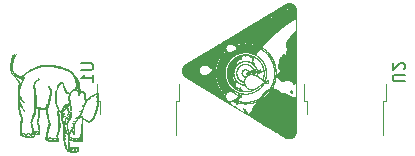
<source format=gbo>
G04 #@! TF.GenerationSoftware,KiCad,Pcbnew,5.1.2*
G04 #@! TF.CreationDate,2019-05-29T15:55:21-05:00*
G04 #@! TF.ProjectId,VaneController,56616e65-436f-46e7-9472-6f6c6c65722e,rev?*
G04 #@! TF.SameCoordinates,Original*
G04 #@! TF.FileFunction,Legend,Bot*
G04 #@! TF.FilePolarity,Positive*
%FSLAX46Y46*%
G04 Gerber Fmt 4.6, Leading zero omitted, Abs format (unit mm)*
G04 Created by KiCad (PCBNEW 5.1.2) date 2019-05-29 15:55:21*
%MOMM*%
%LPD*%
G04 APERTURE LIST*
%ADD10C,0.010000*%
%ADD11C,0.120000*%
%ADD12C,0.150000*%
G04 APERTURE END LIST*
D10*
G36*
X149517380Y-58182281D02*
G01*
X149472355Y-58251957D01*
X149445250Y-58313493D01*
X149395049Y-58451400D01*
X149347906Y-58590084D01*
X149306215Y-58721378D01*
X149272370Y-58837116D01*
X149248767Y-58929131D01*
X149237799Y-58989256D01*
X149241198Y-59009400D01*
X149257414Y-58989551D01*
X149261931Y-58977650D01*
X149348942Y-58736531D01*
X149462636Y-58479542D01*
X149498336Y-58407060D01*
X149545573Y-58308170D01*
X149579936Y-58226041D01*
X149597390Y-58171004D01*
X149597226Y-58153959D01*
X149561227Y-58147281D01*
X149517380Y-58182281D01*
X149517380Y-58182281D01*
G37*
X149517380Y-58182281D02*
X149472355Y-58251957D01*
X149445250Y-58313493D01*
X149395049Y-58451400D01*
X149347906Y-58590084D01*
X149306215Y-58721378D01*
X149272370Y-58837116D01*
X149248767Y-58929131D01*
X149237799Y-58989256D01*
X149241198Y-59009400D01*
X149257414Y-58989551D01*
X149261931Y-58977650D01*
X149348942Y-58736531D01*
X149462636Y-58479542D01*
X149498336Y-58407060D01*
X149545573Y-58308170D01*
X149579936Y-58226041D01*
X149597390Y-58171004D01*
X149597226Y-58153959D01*
X149561227Y-58147281D01*
X149517380Y-58182281D01*
G36*
X149225000Y-59047500D02*
G01*
X149237700Y-59060200D01*
X149250400Y-59047500D01*
X149237700Y-59034800D01*
X149225000Y-59047500D01*
X149225000Y-59047500D01*
G37*
X149225000Y-59047500D02*
X149237700Y-59060200D01*
X149250400Y-59047500D01*
X149237700Y-59034800D01*
X149225000Y-59047500D01*
G36*
X153780067Y-64148666D02*
G01*
X153783554Y-64163766D01*
X153797000Y-64165600D01*
X153817908Y-64156306D01*
X153813934Y-64148666D01*
X153783790Y-64145626D01*
X153780067Y-64148666D01*
X153780067Y-64148666D01*
G37*
X153780067Y-64148666D02*
X153783554Y-64163766D01*
X153797000Y-64165600D01*
X153817908Y-64156306D01*
X153813934Y-64148666D01*
X153783790Y-64145626D01*
X153780067Y-64148666D01*
G36*
X152906713Y-61284751D02*
G01*
X152868405Y-61307292D01*
X152839602Y-61335492D01*
X152849280Y-61343276D01*
X152889357Y-61330542D01*
X152933400Y-61308100D01*
X152969692Y-61281643D01*
X152959771Y-61271002D01*
X152957305Y-61270900D01*
X152906713Y-61284751D01*
X152906713Y-61284751D01*
G37*
X152906713Y-61284751D02*
X152868405Y-61307292D01*
X152839602Y-61335492D01*
X152849280Y-61343276D01*
X152889357Y-61330542D01*
X152933400Y-61308100D01*
X152969692Y-61281643D01*
X152959771Y-61271002D01*
X152957305Y-61270900D01*
X152906713Y-61284751D01*
G36*
X152937254Y-61413587D02*
G01*
X152879064Y-61446954D01*
X152842076Y-61479086D01*
X152835235Y-61491546D01*
X152863630Y-61484308D01*
X152932348Y-61457345D01*
X152958800Y-61446547D01*
X153022091Y-61419014D01*
X153041582Y-61404518D01*
X153021295Y-61398962D01*
X153006064Y-61398381D01*
X152937254Y-61413587D01*
X152937254Y-61413587D01*
G37*
X152937254Y-61413587D02*
X152879064Y-61446954D01*
X152842076Y-61479086D01*
X152835235Y-61491546D01*
X152863630Y-61484308D01*
X152932348Y-61457345D01*
X152958800Y-61446547D01*
X153022091Y-61419014D01*
X153041582Y-61404518D01*
X153021295Y-61398962D01*
X153006064Y-61398381D01*
X152937254Y-61413587D01*
G36*
X153282650Y-60768449D02*
G01*
X153261091Y-60799482D01*
X153261334Y-60860081D01*
X153281363Y-60934946D01*
X153313086Y-60999407D01*
X153340295Y-61048797D01*
X153344153Y-61088135D01*
X153324587Y-61140951D01*
X153312556Y-61166219D01*
X153278272Y-61247624D01*
X153253304Y-61324966D01*
X153250898Y-61335212D01*
X153251283Y-61352520D01*
X153267331Y-61328081D01*
X153295629Y-61267229D01*
X153298172Y-61261295D01*
X153332916Y-61182300D01*
X153360632Y-61123800D01*
X153374097Y-61100236D01*
X153408002Y-61097321D01*
X153457615Y-61121474D01*
X153505913Y-61160913D01*
X153535872Y-61203858D01*
X153538543Y-61214046D01*
X153538098Y-61254542D01*
X153510612Y-61261673D01*
X153481775Y-61255601D01*
X153430980Y-61252023D01*
X153401262Y-61282986D01*
X153390982Y-61307095D01*
X153366861Y-61416094D01*
X153379985Y-61508834D01*
X153407331Y-61553853D01*
X153434959Y-61599515D01*
X153426060Y-61651150D01*
X153420575Y-61663803D01*
X153385336Y-61720414D01*
X153351722Y-61730035D01*
X153318831Y-61691693D01*
X153285762Y-61604416D01*
X153255697Y-61485900D01*
X153251316Y-61478790D01*
X153251987Y-61514297D01*
X153255465Y-61560143D01*
X153270733Y-61661531D01*
X153294391Y-61735986D01*
X153322790Y-61773519D01*
X153334344Y-61775994D01*
X153372523Y-61765609D01*
X153385026Y-61760919D01*
X153417906Y-61728272D01*
X153459459Y-61660279D01*
X153503170Y-61570068D01*
X153542526Y-61470771D01*
X153565596Y-61397000D01*
X153573758Y-61347045D01*
X153527685Y-61347045D01*
X153512943Y-61382416D01*
X153510892Y-61384789D01*
X153471350Y-61417924D01*
X153445971Y-61403679D01*
X153432495Y-61365688D01*
X153429538Y-61307408D01*
X153453049Y-61283574D01*
X153494293Y-61301542D01*
X153501095Y-61307922D01*
X153527685Y-61347045D01*
X153573758Y-61347045D01*
X153578277Y-61319392D01*
X153579970Y-61235437D01*
X153572081Y-61159794D01*
X153556017Y-61107124D01*
X153536296Y-61091413D01*
X153502461Y-61082003D01*
X153446460Y-61056698D01*
X153442317Y-61054573D01*
X153381329Y-60998381D01*
X153335952Y-60910037D01*
X153315029Y-60807732D01*
X153314542Y-60791633D01*
X153296603Y-60767219D01*
X153282650Y-60768449D01*
X153282650Y-60768449D01*
G37*
X153282650Y-60768449D02*
X153261091Y-60799482D01*
X153261334Y-60860081D01*
X153281363Y-60934946D01*
X153313086Y-60999407D01*
X153340295Y-61048797D01*
X153344153Y-61088135D01*
X153324587Y-61140951D01*
X153312556Y-61166219D01*
X153278272Y-61247624D01*
X153253304Y-61324966D01*
X153250898Y-61335212D01*
X153251283Y-61352520D01*
X153267331Y-61328081D01*
X153295629Y-61267229D01*
X153298172Y-61261295D01*
X153332916Y-61182300D01*
X153360632Y-61123800D01*
X153374097Y-61100236D01*
X153408002Y-61097321D01*
X153457615Y-61121474D01*
X153505913Y-61160913D01*
X153535872Y-61203858D01*
X153538543Y-61214046D01*
X153538098Y-61254542D01*
X153510612Y-61261673D01*
X153481775Y-61255601D01*
X153430980Y-61252023D01*
X153401262Y-61282986D01*
X153390982Y-61307095D01*
X153366861Y-61416094D01*
X153379985Y-61508834D01*
X153407331Y-61553853D01*
X153434959Y-61599515D01*
X153426060Y-61651150D01*
X153420575Y-61663803D01*
X153385336Y-61720414D01*
X153351722Y-61730035D01*
X153318831Y-61691693D01*
X153285762Y-61604416D01*
X153255697Y-61485900D01*
X153251316Y-61478790D01*
X153251987Y-61514297D01*
X153255465Y-61560143D01*
X153270733Y-61661531D01*
X153294391Y-61735986D01*
X153322790Y-61773519D01*
X153334344Y-61775994D01*
X153372523Y-61765609D01*
X153385026Y-61760919D01*
X153417906Y-61728272D01*
X153459459Y-61660279D01*
X153503170Y-61570068D01*
X153542526Y-61470771D01*
X153565596Y-61397000D01*
X153573758Y-61347045D01*
X153527685Y-61347045D01*
X153512943Y-61382416D01*
X153510892Y-61384789D01*
X153471350Y-61417924D01*
X153445971Y-61403679D01*
X153432495Y-61365688D01*
X153429538Y-61307408D01*
X153453049Y-61283574D01*
X153494293Y-61301542D01*
X153501095Y-61307922D01*
X153527685Y-61347045D01*
X153573758Y-61347045D01*
X153578277Y-61319392D01*
X153579970Y-61235437D01*
X153572081Y-61159794D01*
X153556017Y-61107124D01*
X153536296Y-61091413D01*
X153502461Y-61082003D01*
X153446460Y-61056698D01*
X153442317Y-61054573D01*
X153381329Y-60998381D01*
X153335952Y-60910037D01*
X153315029Y-60807732D01*
X153314542Y-60791633D01*
X153296603Y-60767219D01*
X153282650Y-60768449D01*
G36*
X153316754Y-61831425D02*
G01*
X153298696Y-61862795D01*
X153275702Y-61916153D01*
X153272859Y-61947940D01*
X153273602Y-61948868D01*
X153291126Y-61938589D01*
X153313656Y-61894258D01*
X153313690Y-61894169D01*
X153335018Y-61830416D01*
X153335705Y-61808802D01*
X153316754Y-61831425D01*
X153316754Y-61831425D01*
G37*
X153316754Y-61831425D02*
X153298696Y-61862795D01*
X153275702Y-61916153D01*
X153272859Y-61947940D01*
X153273602Y-61948868D01*
X153291126Y-61938589D01*
X153313656Y-61894258D01*
X153313690Y-61894169D01*
X153335018Y-61830416D01*
X153335705Y-61808802D01*
X153316754Y-61831425D01*
G36*
X148862234Y-56223359D02*
G01*
X148846087Y-56256716D01*
X148808163Y-56328905D01*
X148774627Y-56374132D01*
X148751419Y-56387359D01*
X148744478Y-56363545D01*
X148748151Y-56339825D01*
X148766359Y-56268600D01*
X148778989Y-56228100D01*
X148783371Y-56205794D01*
X148765269Y-56228799D01*
X148757755Y-56240800D01*
X148730272Y-56281645D01*
X148718813Y-56280735D01*
X148715444Y-56253500D01*
X148707692Y-56249806D01*
X148690368Y-56287247D01*
X148667037Y-56357881D01*
X148664123Y-56367800D01*
X148616157Y-56532900D01*
X148629354Y-56399550D01*
X148635895Y-56312257D01*
X148634270Y-56273097D01*
X148625842Y-56280304D01*
X148611975Y-56332113D01*
X148594032Y-56426759D01*
X148590127Y-56450350D01*
X148540799Y-56692871D01*
X148476599Y-56898272D01*
X148452643Y-56957534D01*
X148425421Y-57062726D01*
X148413261Y-57215590D01*
X148412570Y-57275034D01*
X148423613Y-57466484D01*
X148458620Y-57626838D01*
X148521462Y-57771657D01*
X148547060Y-57815600D01*
X148585202Y-57869507D01*
X148646089Y-57946759D01*
X148721721Y-58038124D01*
X148804096Y-58134369D01*
X148885212Y-58226259D01*
X148957068Y-58304561D01*
X149011663Y-58360043D01*
X149037901Y-58382012D01*
X149072738Y-58417428D01*
X149110769Y-58476244D01*
X149113701Y-58481802D01*
X149128384Y-58511177D01*
X149138341Y-58539009D01*
X149143205Y-58573033D01*
X149142609Y-58620983D01*
X149136186Y-58690595D01*
X149123567Y-58789603D01*
X149104386Y-58925741D01*
X149086825Y-59047500D01*
X149069474Y-59211455D01*
X149059408Y-59405269D01*
X149056123Y-59621420D01*
X149059116Y-59852383D01*
X149067883Y-60090637D01*
X149081921Y-60328658D01*
X149100725Y-60558923D01*
X149123794Y-60773909D01*
X149150622Y-60966094D01*
X149180706Y-61127953D01*
X149213543Y-61251966D01*
X149238503Y-61313394D01*
X149264603Y-61369616D01*
X149275643Y-61405661D01*
X149275644Y-61405778D01*
X149289286Y-61439027D01*
X149322599Y-61492810D01*
X149329357Y-61502471D01*
X149382914Y-61577685D01*
X149325489Y-61798492D01*
X149303916Y-61889899D01*
X149287620Y-61982318D01*
X149275597Y-62086206D01*
X149266842Y-62212019D01*
X149260352Y-62370215D01*
X149256309Y-62518786D01*
X149244554Y-63018272D01*
X149321258Y-63057937D01*
X149423330Y-63098010D01*
X149561986Y-63134768D01*
X149723018Y-63165644D01*
X149892215Y-63188072D01*
X150055369Y-63199483D01*
X150109795Y-63200400D01*
X150244862Y-63197251D01*
X150338160Y-63184774D01*
X150398493Y-63158420D01*
X150434666Y-63113642D01*
X150455486Y-63045890D01*
X150460217Y-63019400D01*
X150460578Y-63017162D01*
X150414676Y-63017162D01*
X150410874Y-63056659D01*
X150381915Y-63088940D01*
X150366455Y-63101224D01*
X150297607Y-63139170D01*
X150249445Y-63131688D01*
X150232624Y-63097197D01*
X150164800Y-63097197D01*
X150155434Y-63142585D01*
X150135538Y-63172758D01*
X150128817Y-63174852D01*
X150104856Y-63171034D01*
X150044805Y-63161272D01*
X149977985Y-63150350D01*
X149868239Y-63128300D01*
X149803411Y-63102809D01*
X149777639Y-63068956D01*
X149777702Y-63068555D01*
X149719817Y-63068555D01*
X149716075Y-63080236D01*
X149682826Y-63091332D01*
X149616988Y-63087699D01*
X149533908Y-63071412D01*
X149448938Y-63044546D01*
X149447250Y-63043886D01*
X149397235Y-63013774D01*
X149377400Y-62982004D01*
X149399729Y-62936155D01*
X149454425Y-62899648D01*
X149523060Y-62881869D01*
X149567628Y-62885101D01*
X149619499Y-62913489D01*
X149670040Y-62963894D01*
X149707423Y-63020766D01*
X149719817Y-63068555D01*
X149777702Y-63068555D01*
X149785062Y-63021820D01*
X149796230Y-62997723D01*
X149855488Y-62924298D01*
X149935703Y-62896095D01*
X149950094Y-62895600D01*
X149995628Y-62913417D01*
X150054851Y-62957398D01*
X150112637Y-63013340D01*
X150153857Y-63067038D01*
X150164800Y-63097197D01*
X150232624Y-63097197D01*
X150223906Y-63079321D01*
X150221391Y-63060491D01*
X150227747Y-63000372D01*
X150251069Y-62933123D01*
X150283637Y-62873342D01*
X150317729Y-62835625D01*
X150342292Y-62831909D01*
X150364212Y-62863883D01*
X150389659Y-62925708D01*
X150397505Y-62950083D01*
X150414676Y-63017162D01*
X150460578Y-63017162D01*
X150474062Y-62933700D01*
X150644008Y-62941913D01*
X150762019Y-62940942D01*
X150840415Y-62919583D01*
X150886250Y-62870493D01*
X150894645Y-62835739D01*
X150824977Y-62835739D01*
X150799891Y-62875981D01*
X150728074Y-62903513D01*
X150610988Y-62917334D01*
X150606473Y-62917540D01*
X150552464Y-62915447D01*
X150535569Y-62894411D01*
X150539724Y-62856768D01*
X150547466Y-62841207D01*
X150494973Y-62841207D01*
X150476923Y-62879810D01*
X150451789Y-62875221D01*
X150415694Y-62839715D01*
X150380548Y-62787738D01*
X150359041Y-62736850D01*
X150353730Y-62701437D01*
X150370351Y-62697185D01*
X150417412Y-62723697D01*
X150432394Y-62733421D01*
X150481256Y-62784384D01*
X150494973Y-62841207D01*
X150547466Y-62841207D01*
X150574660Y-62786550D01*
X150637107Y-62744529D01*
X150711022Y-62735171D01*
X150780362Y-62762943D01*
X150801866Y-62783789D01*
X150824977Y-62835739D01*
X150894645Y-62835739D01*
X150906581Y-62786329D01*
X150907501Y-62733555D01*
X150843856Y-62733555D01*
X150836615Y-62754357D01*
X150820383Y-62749166D01*
X150806331Y-62737604D01*
X150744380Y-62697674D01*
X150703307Y-62680597D01*
X150626964Y-62682247D01*
X150583987Y-62702707D01*
X150541272Y-62725744D01*
X150504061Y-62724577D01*
X150451475Y-62696850D01*
X150433906Y-62685763D01*
X150374938Y-62640776D01*
X150349295Y-62592324D01*
X150343672Y-62527300D01*
X150335457Y-62454023D01*
X150314700Y-62352520D01*
X150285562Y-62242541D01*
X150279478Y-62222500D01*
X150243313Y-62100366D01*
X150223666Y-62013623D01*
X150219681Y-61949923D01*
X150230500Y-61896921D01*
X150253337Y-61845948D01*
X150317857Y-61709362D01*
X150382071Y-61550638D01*
X150442338Y-61381331D01*
X150495013Y-61212992D01*
X150536455Y-61057175D01*
X150563020Y-60925434D01*
X150571200Y-60837835D01*
X150576296Y-60786648D01*
X150601897Y-60765829D01*
X150658950Y-60762000D01*
X150717353Y-60766663D01*
X150746545Y-60790556D01*
X150763016Y-60848528D01*
X150764688Y-60857250D01*
X150773239Y-60933113D01*
X150778828Y-61044361D01*
X150781428Y-61175659D01*
X150781009Y-61311678D01*
X150777542Y-61437085D01*
X150770998Y-61536547D01*
X150766048Y-61574800D01*
X150732599Y-61726709D01*
X150684352Y-61898270D01*
X150678416Y-61962894D01*
X150686474Y-61999870D01*
X150707091Y-62050825D01*
X150713939Y-62070100D01*
X150726280Y-62106263D01*
X150750025Y-62174040D01*
X150773538Y-62240456D01*
X150801734Y-62342339D01*
X150825109Y-62467091D01*
X150838016Y-62581106D01*
X150843768Y-62678543D01*
X150843856Y-62733555D01*
X150907501Y-62733555D01*
X150908673Y-62666430D01*
X150891626Y-62478773D01*
X150854448Y-62288150D01*
X150801845Y-62116049D01*
X150773219Y-62047861D01*
X150742452Y-61976136D01*
X150734179Y-61928506D01*
X150746652Y-61884421D01*
X150757445Y-61862429D01*
X150789311Y-61784021D01*
X150811911Y-61701506D01*
X150827977Y-61618084D01*
X150846560Y-61521550D01*
X150850977Y-61498600D01*
X150859999Y-61426533D01*
X150867520Y-61319217D01*
X150872660Y-61192198D01*
X150874486Y-61083132D01*
X150875817Y-60955118D01*
X150879057Y-60870150D01*
X150885370Y-60820479D01*
X150895922Y-60798357D01*
X150911876Y-60796035D01*
X150917371Y-60797840D01*
X151029013Y-60832150D01*
X151143974Y-60853723D01*
X151240986Y-60858973D01*
X151265378Y-60856521D01*
X151337630Y-60853538D01*
X151392049Y-60875638D01*
X151433322Y-60929120D01*
X151466138Y-61020281D01*
X151495183Y-61155421D01*
X151497499Y-61168400D01*
X151521308Y-61299812D01*
X151547156Y-61436926D01*
X151570453Y-61555534D01*
X151576337Y-61584265D01*
X151594763Y-61680850D01*
X151607817Y-61764337D01*
X151612600Y-61815313D01*
X151623899Y-61877412D01*
X151651171Y-61949097D01*
X151652094Y-61950962D01*
X151676846Y-62026242D01*
X151666985Y-62076103D01*
X151652795Y-62118615D01*
X151632901Y-62199227D01*
X151610057Y-62305944D01*
X151589328Y-62413994D01*
X151560570Y-62560740D01*
X151526353Y-62718102D01*
X151491889Y-62862745D01*
X151473153Y-62934106D01*
X151428820Y-63121221D01*
X151411133Y-63266531D01*
X151420051Y-63371453D01*
X151455529Y-63437407D01*
X151457799Y-63439526D01*
X151532313Y-63487154D01*
X151638695Y-63521572D01*
X151782018Y-63543720D01*
X151967358Y-63554538D01*
X152086537Y-63556000D01*
X152225803Y-63555324D01*
X152323585Y-63552483D01*
X152389190Y-63546254D01*
X152431925Y-63535415D01*
X152461098Y-63518744D01*
X152476621Y-63504779D01*
X152491537Y-63480329D01*
X151980464Y-63480329D01*
X151979255Y-63482461D01*
X151945812Y-63494893D01*
X151878304Y-63496202D01*
X151792009Y-63487355D01*
X151702204Y-63469320D01*
X151681389Y-63463604D01*
X151649110Y-63438639D01*
X151652748Y-63395201D01*
X151656241Y-63387833D01*
X151583936Y-63387833D01*
X151569257Y-63400976D01*
X151559035Y-63398605D01*
X151533012Y-63367786D01*
X151516424Y-63307967D01*
X151515540Y-63300043D01*
X151516922Y-63246898D01*
X151531355Y-63237196D01*
X151552845Y-63267283D01*
X151575398Y-63333508D01*
X151576288Y-63337061D01*
X151583936Y-63387833D01*
X151656241Y-63387833D01*
X151690217Y-63316171D01*
X151738916Y-63278687D01*
X151754215Y-63276600D01*
X151818421Y-63292076D01*
X151885164Y-63331178D01*
X151942429Y-63382915D01*
X151978200Y-63436296D01*
X151980464Y-63480329D01*
X152491537Y-63480329D01*
X152512482Y-63445997D01*
X152512179Y-63406386D01*
X152451020Y-63406386D01*
X152434762Y-63447101D01*
X152406350Y-63462291D01*
X152357113Y-63469221D01*
X152277621Y-63474718D01*
X152215850Y-63476853D01*
X152133568Y-63476997D01*
X152089892Y-63469984D01*
X152072686Y-63451041D01*
X152069800Y-63419410D01*
X152085410Y-63348638D01*
X152128361Y-63316848D01*
X152192834Y-63324536D01*
X152273012Y-63372197D01*
X152304750Y-63399375D01*
X152348937Y-63434057D01*
X152373077Y-63441067D01*
X152374600Y-63436862D01*
X152357019Y-63399514D01*
X152336500Y-63378200D01*
X152301841Y-63335917D01*
X152311205Y-63308456D01*
X152344120Y-63302000D01*
X152399807Y-63318657D01*
X152437404Y-63358512D01*
X152451020Y-63406386D01*
X152512179Y-63406386D01*
X152511912Y-63371661D01*
X152474526Y-63272944D01*
X152465739Y-63255527D01*
X152433931Y-63168766D01*
X152429368Y-63074586D01*
X152452484Y-62959430D01*
X152477764Y-62880492D01*
X152506295Y-62788133D01*
X152539003Y-62665945D01*
X152570658Y-62534021D01*
X152584408Y-62470909D01*
X152607543Y-62357375D01*
X152621296Y-62272705D01*
X152625914Y-62200411D01*
X152621641Y-62124003D01*
X152608725Y-62026993D01*
X152592548Y-61924809D01*
X152571612Y-61779990D01*
X152553213Y-61624822D01*
X152538083Y-61469164D01*
X152526955Y-61322872D01*
X152520562Y-61195805D01*
X152519637Y-61097822D01*
X152524912Y-61038780D01*
X152526314Y-61033800D01*
X152540253Y-61004967D01*
X152562218Y-61008318D01*
X152601760Y-61040150D01*
X152654065Y-61079567D01*
X152694164Y-61089537D01*
X152728596Y-61065287D01*
X152763903Y-61002044D01*
X152806624Y-60895035D01*
X152808868Y-60889000D01*
X152888453Y-60725465D01*
X152994515Y-60582542D01*
X153116466Y-60473982D01*
X153140236Y-60458572D01*
X153193406Y-60422270D01*
X153202619Y-60407509D01*
X153170800Y-60416274D01*
X153116289Y-60442332D01*
X153002213Y-60526664D01*
X152896249Y-60651960D01*
X152805939Y-60808386D01*
X152768953Y-60895350D01*
X152740191Y-60963887D01*
X152716518Y-61007331D01*
X152707700Y-61015435D01*
X152653975Y-60990263D01*
X152589415Y-60921598D01*
X152517778Y-60814608D01*
X152442821Y-60674457D01*
X152412449Y-60609600D01*
X152378061Y-60534914D01*
X152347587Y-60471065D01*
X152345066Y-60465971D01*
X152330110Y-60413171D01*
X152334560Y-60384139D01*
X152334166Y-60345413D01*
X152311154Y-60295745D01*
X152292996Y-60260483D01*
X152281458Y-60214453D01*
X152275682Y-60147687D01*
X152274806Y-60050215D01*
X152277973Y-59912072D01*
X152278003Y-59911100D01*
X152278115Y-59850308D01*
X152276253Y-59773732D01*
X152276165Y-59771400D01*
X152273264Y-59622937D01*
X152275615Y-59485497D01*
X152282644Y-59369700D01*
X152293777Y-59286167D01*
X152304266Y-59251471D01*
X152339058Y-59196740D01*
X152387647Y-59132302D01*
X152392659Y-59126217D01*
X152433774Y-59063911D01*
X152443065Y-59000549D01*
X152437488Y-58954974D01*
X152430336Y-58889877D01*
X152443016Y-58855647D01*
X152482811Y-58833925D01*
X152485993Y-58832705D01*
X152543735Y-58788778D01*
X152567259Y-58743143D01*
X152589791Y-58697502D01*
X152615695Y-58685095D01*
X152653215Y-58672144D01*
X152695600Y-58633195D01*
X152747997Y-58591337D01*
X152785227Y-58590563D01*
X152824547Y-58628001D01*
X152866804Y-58705554D01*
X152907795Y-58813044D01*
X152943314Y-58940289D01*
X152957719Y-59008202D01*
X152982578Y-59113830D01*
X153014490Y-59216248D01*
X153038230Y-59274902D01*
X153099406Y-59367641D01*
X153181204Y-59446434D01*
X153269491Y-59500023D01*
X153342595Y-59517400D01*
X153413408Y-59517399D01*
X153373047Y-59612650D01*
X153345490Y-59714663D01*
X153335056Y-59836191D01*
X153341808Y-59956034D01*
X153365808Y-60052991D01*
X153371719Y-60065893D01*
X153407476Y-60159252D01*
X153440871Y-60286208D01*
X153468522Y-60429572D01*
X153487044Y-60572152D01*
X153493101Y-60682565D01*
X153498442Y-60779406D01*
X153511448Y-60863191D01*
X153526745Y-60909920D01*
X153541999Y-60931846D01*
X153550633Y-60925407D01*
X153553508Y-60884206D01*
X153551486Y-60801849D01*
X153548982Y-60744820D01*
X153539752Y-60624160D01*
X153524727Y-60505708D01*
X153506800Y-60411255D01*
X153502576Y-60395236D01*
X153483153Y-60316080D01*
X153482231Y-60271662D01*
X153498140Y-60250329D01*
X153515845Y-60226073D01*
X153508339Y-60180456D01*
X153495970Y-60147192D01*
X153434653Y-59945481D01*
X153420560Y-59761385D01*
X153453972Y-59593103D01*
X153535170Y-59438832D01*
X153622616Y-59336184D01*
X153730649Y-59254301D01*
X153842713Y-59214001D01*
X153950412Y-59213658D01*
X154045346Y-59251643D01*
X154119119Y-59326329D01*
X154163332Y-59436087D01*
X154164370Y-59441200D01*
X154189634Y-59549073D01*
X154215306Y-59607160D01*
X154244451Y-59616404D01*
X154280134Y-59577749D01*
X154325423Y-59492139D01*
X154325977Y-59490958D01*
X154369938Y-59410386D01*
X154413488Y-59373338D01*
X154470555Y-59374602D01*
X154550714Y-59406896D01*
X154623736Y-59449583D01*
X154672134Y-59502316D01*
X154700534Y-59575781D01*
X154713558Y-59680663D01*
X154716019Y-59788892D01*
X154721928Y-59941596D01*
X154739893Y-60047567D01*
X154754934Y-60086707D01*
X154779022Y-60146923D01*
X154773346Y-60191935D01*
X154761263Y-60214140D01*
X154733827Y-60268297D01*
X154700430Y-60347806D01*
X154683318Y-60393509D01*
X154654419Y-60467543D01*
X154628224Y-60504820D01*
X154592419Y-60517115D01*
X154554030Y-60517118D01*
X154499658Y-60515777D01*
X154492228Y-60521482D01*
X154527947Y-60538696D01*
X154533600Y-60541159D01*
X154582404Y-60562641D01*
X154603565Y-60572372D01*
X154601488Y-60597467D01*
X154584251Y-60656014D01*
X154556738Y-60734786D01*
X154523831Y-60820558D01*
X154490413Y-60900101D01*
X154461366Y-60960189D01*
X154458558Y-60965200D01*
X154422982Y-60993152D01*
X154402614Y-60993478D01*
X154351701Y-60981252D01*
X154305000Y-60971764D01*
X154261308Y-60965217D01*
X154263958Y-60975735D01*
X154292300Y-60997583D01*
X154348647Y-61031185D01*
X154383981Y-61044696D01*
X154407104Y-61055387D01*
X154408490Y-61080818D01*
X154387363Y-61134308D01*
X154377507Y-61155700D01*
X154323491Y-61263778D01*
X154265775Y-61366597D01*
X154211421Y-61452643D01*
X154167492Y-61510401D01*
X154150419Y-61525885D01*
X154101353Y-61542230D01*
X154030879Y-61551105D01*
X154025600Y-61551301D01*
X153936700Y-61553981D01*
X154019250Y-61577817D01*
X154077872Y-61601572D01*
X154097343Y-61633872D01*
X154078635Y-61684283D01*
X154036231Y-61744870D01*
X153991570Y-61797457D01*
X153950519Y-61819928D01*
X153891006Y-61821046D01*
X153854222Y-61817142D01*
X153780114Y-61810812D01*
X153755045Y-61815378D01*
X153779074Y-61831384D01*
X153852262Y-61859374D01*
X153859092Y-61861749D01*
X153955466Y-61895115D01*
X153892953Y-61967790D01*
X153823003Y-62025062D01*
X153749221Y-62040466D01*
X153699464Y-62045197D01*
X153697090Y-62058675D01*
X153700751Y-62061244D01*
X153754988Y-62080228D01*
X153776654Y-62082411D01*
X153802432Y-62086860D01*
X153805904Y-62108280D01*
X153787585Y-62159775D01*
X153780378Y-62177170D01*
X153726594Y-62272654D01*
X153659782Y-62324621D01*
X153593800Y-62339451D01*
X153551089Y-62343325D01*
X153557416Y-62348565D01*
X153587490Y-62354730D01*
X153627434Y-62371289D01*
X153633333Y-62409568D01*
X153628455Y-62433821D01*
X153606644Y-62491768D01*
X153566618Y-62572628D01*
X153527311Y-62641600D01*
X153479040Y-62729883D01*
X153441449Y-62814703D01*
X153425846Y-62864720D01*
X153412745Y-62917884D01*
X153398693Y-62927201D01*
X153378140Y-62902820D01*
X153352522Y-62842577D01*
X153326508Y-62740190D01*
X153301484Y-62604284D01*
X153278837Y-62443482D01*
X153259953Y-62266410D01*
X153246285Y-62082800D01*
X153238235Y-61951220D01*
X153231771Y-61866947D01*
X153226296Y-61826532D01*
X153221215Y-61826529D01*
X153215932Y-61863489D01*
X153213281Y-61891824D01*
X153203564Y-61977976D01*
X153188981Y-62027377D01*
X153162965Y-62054046D01*
X153130746Y-62068003D01*
X153075634Y-62080359D01*
X153044781Y-62075646D01*
X153043673Y-62046092D01*
X153052923Y-61980742D01*
X153069678Y-61892853D01*
X153091088Y-61795682D01*
X153114299Y-61702486D01*
X153136459Y-61626522D01*
X153148438Y-61593850D01*
X153153373Y-61557062D01*
X153141682Y-61549400D01*
X153125458Y-61562012D01*
X153104918Y-61603347D01*
X153078192Y-61678649D01*
X153043407Y-61793164D01*
X153001262Y-61942794D01*
X152966356Y-62069488D01*
X152927298Y-61993594D01*
X152883948Y-61892354D01*
X152842068Y-61766081D01*
X152807315Y-61634947D01*
X152785345Y-61519124D01*
X152780835Y-61471264D01*
X152777945Y-61355249D01*
X152780951Y-61284583D01*
X152790326Y-61254106D01*
X152800761Y-61253814D01*
X152832323Y-61248349D01*
X152881367Y-61218303D01*
X152883311Y-61216792D01*
X152946100Y-61167559D01*
X152876250Y-61192750D01*
X152825620Y-61207912D01*
X152809843Y-61198248D01*
X152825145Y-61156029D01*
X152842027Y-61122688D01*
X152926531Y-60994041D01*
X153048461Y-60856626D01*
X153161150Y-60752379D01*
X153259287Y-60658150D01*
X153339500Y-60561052D01*
X153394045Y-60471822D01*
X153415179Y-60401202D01*
X153415208Y-60400050D01*
X153404033Y-60362418D01*
X153367131Y-60364044D01*
X153302493Y-60405429D01*
X153262668Y-60438150D01*
X153178254Y-60506246D01*
X153086230Y-60574183D01*
X153062739Y-60590308D01*
X153002298Y-60636431D01*
X152964814Y-60675903D01*
X152958800Y-60689986D01*
X152974338Y-60696938D01*
X153012869Y-60671645D01*
X153015950Y-60668929D01*
X153070118Y-60625577D01*
X153146120Y-60570646D01*
X153193750Y-60538361D01*
X153268209Y-60494642D01*
X153307495Y-60482757D01*
X153312766Y-60499030D01*
X153285176Y-60539786D01*
X153225883Y-60601350D01*
X153153839Y-60665264D01*
X152986382Y-60822697D01*
X152855061Y-60981799D01*
X152775512Y-61115286D01*
X152744571Y-61222607D01*
X152733348Y-61363064D01*
X152740364Y-61523629D01*
X152764143Y-61691269D01*
X152803208Y-61852955D01*
X152856081Y-61995655D01*
X152880877Y-62044700D01*
X152907105Y-62092159D01*
X152925700Y-62132183D01*
X152937080Y-62173576D01*
X152941659Y-62225140D01*
X152939855Y-62295679D01*
X152932083Y-62393996D01*
X152918759Y-62528895D01*
X152908495Y-62628900D01*
X152897748Y-62764073D01*
X152892118Y-62900735D01*
X152892196Y-63018997D01*
X152895281Y-63073400D01*
X152910816Y-63236169D01*
X152923219Y-63356146D01*
X152933606Y-63441162D01*
X152943094Y-63499046D01*
X152952799Y-63537628D01*
X152963837Y-63564740D01*
X152965888Y-63568700D01*
X152981694Y-63625737D01*
X152987861Y-63705451D01*
X152987279Y-63729650D01*
X152989987Y-63805718D01*
X153003585Y-63863007D01*
X153010075Y-63874071D01*
X153032002Y-63922086D01*
X153046225Y-63991537D01*
X153046610Y-63995417D01*
X153082650Y-64119324D01*
X153166860Y-64246469D01*
X153211308Y-64295093D01*
X153274564Y-64351877D01*
X153342212Y-64392772D01*
X153428465Y-64424030D01*
X153547538Y-64451899D01*
X153584295Y-64459107D01*
X153733406Y-64483582D01*
X153849100Y-64491892D01*
X153946018Y-64484345D01*
X154016135Y-64468190D01*
X154087424Y-64426753D01*
X154133874Y-64348565D01*
X154157568Y-64229409D01*
X154160968Y-64174519D01*
X154161155Y-64169187D01*
X154127974Y-64169187D01*
X154116291Y-64256947D01*
X154098828Y-64315609D01*
X154071741Y-64371748D01*
X154034598Y-64390371D01*
X154003578Y-64389250D01*
X153953777Y-64372900D01*
X153932481Y-64328808D01*
X153929114Y-64303947D01*
X153939535Y-64227939D01*
X153977319Y-64155967D01*
X153986150Y-64147507D01*
X153921032Y-64147507D01*
X153912351Y-64180483D01*
X153881133Y-64285358D01*
X153887103Y-64367410D01*
X153898650Y-64394292D01*
X153916148Y-64434593D01*
X153904393Y-64442266D01*
X153896102Y-64439933D01*
X153866159Y-64409525D01*
X153844384Y-64358373D01*
X153839174Y-64275423D01*
X153861481Y-64198264D01*
X153901350Y-64151200D01*
X153921032Y-64147507D01*
X153986150Y-64147507D01*
X154030965Y-64104577D01*
X154078244Y-64089400D01*
X154115049Y-64110677D01*
X154127974Y-64169187D01*
X154161155Y-64169187D01*
X154164636Y-64070160D01*
X153996353Y-64070160D01*
X153987830Y-64086140D01*
X153976054Y-64100590D01*
X153936364Y-64126003D01*
X153915217Y-64125488D01*
X153881587Y-64136476D01*
X153845439Y-64182343D01*
X153814911Y-64248297D01*
X153798136Y-64319546D01*
X153797000Y-64340419D01*
X153794252Y-64387428D01*
X153777047Y-64409970D01*
X153731948Y-64416456D01*
X153676350Y-64415943D01*
X153580686Y-64408494D01*
X153489185Y-64393023D01*
X153466800Y-64387239D01*
X153346885Y-64331826D01*
X153232227Y-64243965D01*
X153157913Y-64159859D01*
X153119598Y-64084795D01*
X153105757Y-64010861D01*
X153118209Y-63954528D01*
X153133480Y-63938928D01*
X153135947Y-63913648D01*
X153094731Y-63871672D01*
X153083694Y-63863258D01*
X153031906Y-63816968D01*
X153016505Y-63773523D01*
X153021529Y-63737791D01*
X153047535Y-63675923D01*
X153076244Y-63640818D01*
X153099611Y-63615852D01*
X153077648Y-63599798D01*
X153064957Y-63595546D01*
X153017067Y-63558281D01*
X153001516Y-63499493D01*
X153020133Y-63438271D01*
X153047136Y-63409298D01*
X153103519Y-63366769D01*
X153098912Y-63363145D01*
X153021438Y-63363145D01*
X153006804Y-63394270D01*
X152975613Y-63424934D01*
X152961724Y-63413048D01*
X152958800Y-63362389D01*
X152963043Y-63317663D01*
X152981357Y-63315842D01*
X152997214Y-63327659D01*
X153021438Y-63363145D01*
X153098912Y-63363145D01*
X153043860Y-63319841D01*
X153000936Y-63272601D01*
X152992877Y-63251200D01*
X152958800Y-63251200D01*
X152949507Y-63272107D01*
X152941867Y-63268133D01*
X152938827Y-63237989D01*
X152941867Y-63234266D01*
X152956967Y-63237753D01*
X152958800Y-63251200D01*
X152992877Y-63251200D01*
X152985008Y-63230306D01*
X153001607Y-63173320D01*
X153038910Y-63122532D01*
X153081196Y-63098897D01*
X153083667Y-63098800D01*
X153087340Y-63084989D01*
X153057889Y-63050852D01*
X153047506Y-63041575D01*
X153001585Y-62982788D01*
X153001961Y-62932103D01*
X153046694Y-62898123D01*
X153081600Y-62890476D01*
X153149300Y-62882392D01*
X153085800Y-62844546D01*
X153051800Y-62820562D01*
X153034272Y-62790851D01*
X153029715Y-62741168D01*
X153034626Y-62657268D01*
X153035901Y-62641600D01*
X153045269Y-62554942D01*
X153055561Y-62516198D01*
X153067631Y-62522478D01*
X153069717Y-62527300D01*
X153130161Y-62676426D01*
X153178082Y-62786982D01*
X153218103Y-62868217D01*
X153254847Y-62929380D01*
X153292936Y-62979721D01*
X153299910Y-62987906D01*
X153349662Y-63051181D01*
X153369677Y-63099811D01*
X153366897Y-63154298D01*
X153362873Y-63173877D01*
X153354497Y-63232689D01*
X153347173Y-63323003D01*
X153341101Y-63435085D01*
X153336480Y-63559204D01*
X153333510Y-63685626D01*
X153332390Y-63804617D01*
X153333320Y-63906446D01*
X153336498Y-63981378D01*
X153342124Y-64019680D01*
X153345494Y-64022381D01*
X153354959Y-64035957D01*
X153353664Y-64085468D01*
X153350363Y-64109740D01*
X153345907Y-64186334D01*
X153361068Y-64226455D01*
X153362464Y-64227408D01*
X153387634Y-64224918D01*
X153390600Y-64212247D01*
X153402350Y-64206432D01*
X153430779Y-64237081D01*
X153432309Y-64239243D01*
X153463987Y-64278029D01*
X153484192Y-64276742D01*
X153497370Y-64257060D01*
X153528513Y-64228641D01*
X153556055Y-64244082D01*
X153569300Y-64296937D01*
X153569395Y-64300449D01*
X153572804Y-64331421D01*
X153584696Y-64320456D01*
X153603603Y-64279890D01*
X153638070Y-64215225D01*
X153682655Y-64170534D01*
X153728623Y-64147272D01*
X153631257Y-64147272D01*
X153621626Y-64177185D01*
X153613306Y-64191000D01*
X153586382Y-64230241D01*
X153574991Y-64241800D01*
X153569626Y-64220415D01*
X153568400Y-64191000D01*
X153584384Y-64149542D01*
X153592222Y-64146263D01*
X153524557Y-64146263D01*
X153511743Y-64175310D01*
X153496810Y-64193566D01*
X153460180Y-64220074D01*
X153441844Y-64204287D01*
X153450264Y-64153750D01*
X153450743Y-64152490D01*
X153482160Y-64127652D01*
X153502001Y-64129901D01*
X153524557Y-64146263D01*
X153592222Y-64146263D01*
X153606716Y-64140200D01*
X153631257Y-64147272D01*
X153728623Y-64147272D01*
X153751049Y-64135924D01*
X153841382Y-64106229D01*
X153428128Y-64106229D01*
X153425186Y-64127500D01*
X153400254Y-64161111D01*
X153387883Y-64165600D01*
X153367747Y-64144987D01*
X153365200Y-64127500D01*
X153385124Y-64093816D01*
X153402503Y-64089400D01*
X153428128Y-64106229D01*
X153841382Y-64106229D01*
X153846061Y-64104691D01*
X153933790Y-64079173D01*
X153981114Y-64067750D01*
X153996353Y-64070160D01*
X154164636Y-64070160D01*
X154165300Y-64051300D01*
X154076292Y-64043788D01*
X154001802Y-64045570D01*
X153904014Y-64058098D01*
X153834992Y-64071771D01*
X153697985Y-64091943D01*
X153569767Y-64089564D01*
X153466237Y-64065452D01*
X153437558Y-64051300D01*
X153417909Y-64029253D01*
X153403240Y-63984969D01*
X153391987Y-63910060D01*
X153382588Y-63796139D01*
X153378947Y-63736909D01*
X153362279Y-63447919D01*
X153433590Y-63464816D01*
X153518043Y-63480934D01*
X153636709Y-63498640D01*
X153773128Y-63515935D01*
X153910841Y-63530818D01*
X154033388Y-63541288D01*
X154089100Y-63544472D01*
X154194733Y-63551349D01*
X154298871Y-63562049D01*
X154348880Y-63569255D01*
X154417297Y-63578244D01*
X154453845Y-63569421D01*
X154476323Y-63535648D01*
X154484910Y-63514705D01*
X154496904Y-63462110D01*
X154499687Y-63409207D01*
X154438267Y-63409207D01*
X154428490Y-63431783D01*
X154411062Y-63445822D01*
X154335318Y-63477046D01*
X154259573Y-63458243D01*
X154255834Y-63455946D01*
X154242233Y-63441017D01*
X154208574Y-63441017D01*
X154136137Y-63471963D01*
X154065452Y-63497944D01*
X154016830Y-63498997D01*
X153967572Y-63474210D01*
X153953607Y-63464647D01*
X153908635Y-63410549D01*
X153905529Y-63385633D01*
X153854301Y-63385633D01*
X153793901Y-63419116D01*
X153711338Y-63449985D01*
X153645918Y-63445914D01*
X153607935Y-63407744D01*
X153606573Y-63403827D01*
X153600240Y-63350987D01*
X153603741Y-63337623D01*
X153558872Y-63337623D01*
X153552186Y-63365500D01*
X153516082Y-63400128D01*
X153449359Y-63394654D01*
X153430778Y-63388182D01*
X153394660Y-63353977D01*
X153391059Y-63305086D01*
X153413413Y-63259283D01*
X153455161Y-63234341D01*
X153486683Y-63236748D01*
X153542834Y-63276146D01*
X153558872Y-63337623D01*
X153603741Y-63337623D01*
X153606360Y-63327627D01*
X153647079Y-63304700D01*
X153711626Y-63307751D01*
X153781181Y-63335161D01*
X153794599Y-63343816D01*
X153854301Y-63385633D01*
X153905529Y-63385633D01*
X153903505Y-63369397D01*
X153930574Y-63330068D01*
X153986674Y-63313944D01*
X154056027Y-63320299D01*
X154122855Y-63348409D01*
X154160133Y-63381194D01*
X154208574Y-63441017D01*
X154242233Y-63441017D01*
X154232613Y-63430459D01*
X154250277Y-63395656D01*
X154252594Y-63392835D01*
X154307321Y-63356244D01*
X154374901Y-63366804D01*
X154405057Y-63383130D01*
X154438267Y-63409207D01*
X154499687Y-63409207D01*
X154501205Y-63380357D01*
X154497864Y-63262281D01*
X154487780Y-63111500D01*
X154477033Y-62945527D01*
X154474387Y-62813894D01*
X154480101Y-62700749D01*
X154494431Y-62590241D01*
X154496454Y-62578100D01*
X154509300Y-62475850D01*
X154520181Y-62339160D01*
X154528091Y-62184379D01*
X154532026Y-62027857D01*
X154532255Y-61995822D01*
X154533601Y-61616744D01*
X154591014Y-61670681D01*
X154654886Y-61719166D01*
X154744828Y-61773405D01*
X154846286Y-61826188D01*
X154944713Y-61870304D01*
X155025555Y-61898542D01*
X155063842Y-61905000D01*
X155147367Y-61883562D01*
X155241830Y-61825666D01*
X155336795Y-61740936D01*
X155421823Y-61638998D01*
X155486477Y-61529477D01*
X155496741Y-61505792D01*
X155529436Y-61441012D01*
X155563522Y-61396033D01*
X155565033Y-61394732D01*
X155593722Y-61347041D01*
X155600400Y-61308100D01*
X155616399Y-61248237D01*
X155638500Y-61219200D01*
X155667469Y-61171122D01*
X155676600Y-61119344D01*
X155690548Y-61047791D01*
X155713893Y-61001804D01*
X155740693Y-60941450D01*
X155751993Y-60868280D01*
X155761827Y-60790877D01*
X155783094Y-60728580D01*
X155806281Y-60668864D01*
X155827603Y-60586673D01*
X155832932Y-60558800D01*
X155849231Y-60466770D01*
X155865456Y-60380050D01*
X155869029Y-60361902D01*
X155868873Y-60347869D01*
X155810393Y-60347869D01*
X155803022Y-60368300D01*
X155786101Y-60410013D01*
X155763670Y-60496967D01*
X155736893Y-60624041D01*
X155706932Y-60786117D01*
X155703175Y-60807691D01*
X155685035Y-60881992D01*
X155662440Y-60936185D01*
X155655039Y-60946121D01*
X155632587Y-60992509D01*
X155625800Y-61041625D01*
X155611410Y-61112855D01*
X155588508Y-61157195D01*
X155558662Y-61211315D01*
X155550408Y-61245053D01*
X155536344Y-61288766D01*
X155502019Y-61352438D01*
X155486100Y-61377056D01*
X155447249Y-61440426D01*
X155424803Y-61489030D01*
X155422600Y-61499947D01*
X155404950Y-61544601D01*
X155359596Y-61608491D01*
X155297937Y-61678423D01*
X155231370Y-61741203D01*
X155183686Y-61776525D01*
X155090440Y-61819083D01*
X155002816Y-61821311D01*
X154905393Y-61782673D01*
X154876500Y-61765834D01*
X154802478Y-61722372D01*
X154737879Y-61687394D01*
X154721086Y-61679249D01*
X154668483Y-61641921D01*
X154615442Y-61585366D01*
X154613691Y-61583046D01*
X154540909Y-61493026D01*
X154484208Y-61441741D01*
X154436239Y-61422850D01*
X154427556Y-61422400D01*
X154388873Y-61437249D01*
X154384902Y-61469991D01*
X154414116Y-61502916D01*
X154435307Y-61512349D01*
X154454418Y-61519974D01*
X154468138Y-61533639D01*
X154477067Y-61560486D01*
X154481802Y-61607656D01*
X154482942Y-61682288D01*
X154481087Y-61791524D01*
X154476835Y-61942505D01*
X154475385Y-61990311D01*
X154458859Y-62306084D01*
X154429881Y-62589757D01*
X154389200Y-62836199D01*
X154337567Y-63040277D01*
X154310599Y-63117857D01*
X154285887Y-63192427D01*
X154275721Y-63246144D01*
X154279510Y-63263843D01*
X154298481Y-63249386D01*
X154325744Y-63198795D01*
X154346096Y-63148128D01*
X154377355Y-63076731D01*
X154401583Y-63055517D01*
X154418601Y-63084331D01*
X154428232Y-63163020D01*
X154430215Y-63220600D01*
X154432000Y-63329701D01*
X154346647Y-63313689D01*
X154283295Y-63308465D01*
X154251553Y-63327021D01*
X154244995Y-63340152D01*
X154229712Y-63364288D01*
X154204165Y-63358672D01*
X154156860Y-63322181D01*
X154092262Y-63280847D01*
X154020065Y-63269428D01*
X153979112Y-63271835D01*
X153913911Y-63282627D01*
X153876605Y-63297662D01*
X153873200Y-63303371D01*
X153852765Y-63308233D01*
X153801690Y-63294368D01*
X153780693Y-63286155D01*
X153705599Y-63264294D01*
X153639831Y-63260244D01*
X153630941Y-63261871D01*
X153577217Y-63259856D01*
X153559543Y-63239355D01*
X153526993Y-63207991D01*
X153467405Y-63182301D01*
X153463487Y-63181248D01*
X153410997Y-63164155D01*
X153401223Y-63146182D01*
X153419138Y-63124945D01*
X153445171Y-63071558D01*
X153445800Y-63046077D01*
X153415906Y-63046077D01*
X153403656Y-63061008D01*
X153371622Y-63040810D01*
X153327151Y-62993298D01*
X153277589Y-62926291D01*
X153231485Y-62849850D01*
X153195611Y-62772942D01*
X153152192Y-62664829D01*
X153108055Y-62543029D01*
X153085933Y-62476500D01*
X153071217Y-62430915D01*
X153029153Y-62430915D01*
X153016393Y-62460176D01*
X153004063Y-62491746D01*
X152993356Y-62561357D01*
X152984823Y-62656264D01*
X152979014Y-62763719D01*
X152976481Y-62870975D01*
X152977774Y-62965286D01*
X152983446Y-63033904D01*
X152990461Y-63060089D01*
X152995882Y-63115199D01*
X152979857Y-63142200D01*
X152955090Y-63164942D01*
X152941339Y-63148097D01*
X152933371Y-63110388D01*
X152929982Y-63057077D01*
X152930230Y-62966000D01*
X152933878Y-62850044D01*
X152940463Y-62725623D01*
X152949910Y-62599630D01*
X152960947Y-62487874D01*
X152972196Y-62402553D01*
X152982207Y-62356055D01*
X152998484Y-62318901D01*
X153009487Y-62324498D01*
X153023002Y-62371276D01*
X153029153Y-62430915D01*
X153071217Y-62430915D01*
X153050031Y-62365289D01*
X153018148Y-62268059D01*
X152994525Y-62197662D01*
X152985352Y-62171700D01*
X152978789Y-62142246D01*
X152994772Y-62126421D01*
X153043813Y-62119289D01*
X153102174Y-62116864D01*
X153238200Y-62112829D01*
X153238200Y-62275098D01*
X153244748Y-62399912D01*
X153262444Y-62539674D01*
X153288367Y-62679715D01*
X153319597Y-62805366D01*
X153353213Y-62901960D01*
X153369329Y-62933681D01*
X153401028Y-62995376D01*
X153415773Y-63043214D01*
X153415906Y-63046077D01*
X153445800Y-63046077D01*
X153446444Y-63020047D01*
X153451051Y-62925720D01*
X153484588Y-62809336D01*
X153542289Y-62686857D01*
X153549700Y-62674050D01*
X153600433Y-62588063D01*
X153692367Y-62772816D01*
X153744380Y-62873727D01*
X153783806Y-62938558D01*
X153812172Y-62965054D01*
X153831005Y-62950963D01*
X153841832Y-62894031D01*
X153846183Y-62792004D01*
X153845758Y-62685868D01*
X153819061Y-62685868D01*
X153817119Y-62782456D01*
X153812549Y-62858715D01*
X153805373Y-62903228D01*
X153799187Y-62909651D01*
X153779315Y-62880503D01*
X153748004Y-62816565D01*
X153711454Y-62730685D01*
X153705197Y-62714905D01*
X153634420Y-62534506D01*
X153709195Y-62391688D01*
X153749910Y-62315243D01*
X153773656Y-62278979D01*
X153786995Y-62278057D01*
X153796490Y-62307637D01*
X153800180Y-62324585D01*
X153808937Y-62388309D01*
X153814990Y-62477376D01*
X153818358Y-62580369D01*
X153819061Y-62685868D01*
X153845758Y-62685868D01*
X153845584Y-62642629D01*
X153843902Y-62549283D01*
X153835100Y-62120900D01*
X154037040Y-61828800D01*
X154111007Y-61722319D01*
X154174873Y-61631336D01*
X154223013Y-61563796D01*
X154249800Y-61527640D01*
X154252940Y-61524000D01*
X154272370Y-61493661D01*
X154307311Y-61428046D01*
X154352458Y-61338215D01*
X154402507Y-61235233D01*
X154452152Y-61130161D01*
X154496089Y-61034062D01*
X154529014Y-60957997D01*
X154545253Y-60914400D01*
X154563479Y-60857163D01*
X154593374Y-60776054D01*
X154637633Y-60664110D01*
X154698951Y-60514371D01*
X154717394Y-60469900D01*
X154775843Y-60334873D01*
X154829803Y-60228381D01*
X154887953Y-60139176D01*
X154958978Y-60056015D01*
X155051559Y-59967652D01*
X155174377Y-59862842D01*
X155206700Y-59836145D01*
X155301920Y-59766036D01*
X155407767Y-59701385D01*
X155515807Y-59645649D01*
X155617609Y-59602284D01*
X155704737Y-59574746D01*
X155768758Y-59566490D01*
X155801240Y-59580973D01*
X155803600Y-59591541D01*
X155791927Y-59627866D01*
X155763552Y-59684616D01*
X155760832Y-59689402D01*
X155734943Y-59741749D01*
X155732867Y-59783930D01*
X155754714Y-59841020D01*
X155761571Y-59855607D01*
X155788127Y-59921195D01*
X155789828Y-59972077D01*
X155767414Y-60037430D01*
X155766240Y-60040248D01*
X155736337Y-60129354D01*
X155728936Y-60194568D01*
X155744648Y-60226750D01*
X155753619Y-60228600D01*
X155782876Y-60249946D01*
X155804663Y-60297797D01*
X155810393Y-60347869D01*
X155868873Y-60347869D01*
X155867987Y-60268663D01*
X155842067Y-60212894D01*
X155816098Y-60166996D01*
X155812677Y-60127870D01*
X155831874Y-60072947D01*
X155842565Y-60048883D01*
X155868965Y-59983209D01*
X155872448Y-59936110D01*
X155852933Y-59880781D01*
X155841988Y-59857318D01*
X155815097Y-59793519D01*
X155812038Y-59750488D01*
X155832317Y-59704395D01*
X155838600Y-59693608D01*
X155874849Y-59610667D01*
X155869261Y-59552321D01*
X155833692Y-59519910D01*
X155758940Y-59507206D01*
X155650711Y-59531430D01*
X155508564Y-59592705D01*
X155432946Y-59632659D01*
X155339890Y-59683759D01*
X155256411Y-59728982D01*
X155198828Y-59759497D01*
X155194000Y-59761971D01*
X155143698Y-59795071D01*
X155071882Y-59851339D01*
X154993759Y-59918834D01*
X154990800Y-59921523D01*
X154908692Y-59990865D01*
X154851182Y-60022575D01*
X154814198Y-60013867D01*
X154793668Y-59961958D01*
X154785522Y-59864063D01*
X154784892Y-59780738D01*
X154781803Y-59659559D01*
X154769346Y-59576355D01*
X154745569Y-59518844D01*
X154742452Y-59513971D01*
X154661554Y-59419283D01*
X154563000Y-59343942D01*
X154463873Y-59300474D01*
X154446293Y-59296838D01*
X154393369Y-59283635D01*
X154358136Y-59256688D01*
X154355661Y-59252195D01*
X154218864Y-59252195D01*
X154195760Y-59250473D01*
X154152511Y-59233153D01*
X154101373Y-59204547D01*
X154076400Y-59187152D01*
X154012900Y-59139029D01*
X154061359Y-59017064D01*
X154094901Y-58911221D01*
X154105490Y-58809449D01*
X154104188Y-58798142D01*
X154006016Y-58798142D01*
X153981434Y-58921426D01*
X153953564Y-58990160D01*
X153909394Y-59075895D01*
X153869218Y-59126092D01*
X153821537Y-59153591D01*
X153801363Y-59160111D01*
X153696472Y-59207390D01*
X153592189Y-59282427D01*
X153510446Y-59368701D01*
X153496170Y-59389978D01*
X153453665Y-59459872D01*
X153332167Y-59421096D01*
X153221951Y-59368392D01*
X153135079Y-59284857D01*
X153066710Y-59164107D01*
X153012005Y-58999758D01*
X153011616Y-58998277D01*
X152977214Y-58880710D01*
X152936451Y-58761247D01*
X152898009Y-58665288D01*
X152897144Y-58663391D01*
X152856769Y-58583846D01*
X152822490Y-58542044D01*
X152784591Y-58527448D01*
X152771146Y-58526800D01*
X152708915Y-58544524D01*
X152674491Y-58573569D01*
X152625043Y-58623115D01*
X152584150Y-58650662D01*
X152540688Y-58684715D01*
X152527000Y-58712170D01*
X152506307Y-58745217D01*
X152469850Y-58768426D01*
X152436078Y-58791131D01*
X152417045Y-58831029D01*
X152407364Y-58902311D01*
X152405100Y-58938985D01*
X152392437Y-59043625D01*
X152366709Y-59104819D01*
X152354300Y-59117095D01*
X152292991Y-59184680D01*
X152252964Y-59282822D01*
X152230878Y-59420129D01*
X152229327Y-59438956D01*
X152223120Y-59531041D01*
X152219488Y-59605925D01*
X152219154Y-59644400D01*
X152220950Y-59684318D01*
X152223842Y-59762821D01*
X152227399Y-59867714D01*
X152230414Y-59961900D01*
X152239913Y-60130359D01*
X152256521Y-60280586D01*
X152278753Y-60403483D01*
X152305120Y-60489949D01*
X152321596Y-60519661D01*
X152342271Y-60562429D01*
X152359753Y-60619421D01*
X152387032Y-60687998D01*
X152431995Y-60763829D01*
X152442273Y-60777912D01*
X152481255Y-60845912D01*
X152491163Y-60902363D01*
X152471323Y-60935559D01*
X152451598Y-60939800D01*
X152435996Y-60963700D01*
X152427845Y-61030550D01*
X152426983Y-61133073D01*
X152433252Y-61263991D01*
X152446491Y-61416028D01*
X152465568Y-61574800D01*
X152484316Y-61732894D01*
X152501373Y-61912458D01*
X152514160Y-62084819D01*
X152518131Y-62159000D01*
X152521385Y-62298711D01*
X152515983Y-62420025D01*
X152499413Y-62536080D01*
X152469167Y-62660019D01*
X152422733Y-62804980D01*
X152363554Y-62968224D01*
X152341194Y-63045440D01*
X152333557Y-63109770D01*
X152335670Y-63126974D01*
X152354559Y-63194122D01*
X152362249Y-63221504D01*
X152359157Y-63259698D01*
X152330499Y-63267775D01*
X152209198Y-63269323D01*
X152128647Y-63277025D01*
X152078940Y-63293211D01*
X152050172Y-63320210D01*
X152041798Y-63335668D01*
X152014885Y-63394736D01*
X151937778Y-63322708D01*
X151872873Y-63272251D01*
X151810007Y-63238685D01*
X151798730Y-63235133D01*
X151734130Y-63237623D01*
X151674694Y-63277921D01*
X151631876Y-63312678D01*
X151614180Y-63310079D01*
X151612600Y-63297664D01*
X151595054Y-63251613D01*
X151566220Y-63217099D01*
X151549051Y-63199060D01*
X151538754Y-63176502D01*
X151535859Y-63141303D01*
X151540897Y-63085344D01*
X151554399Y-63000504D01*
X151576897Y-62878661D01*
X151594301Y-62787712D01*
X151625072Y-62638128D01*
X151658704Y-62492015D01*
X151691765Y-62363248D01*
X151720820Y-62265701D01*
X151729582Y-62241047D01*
X151769223Y-62127698D01*
X151786324Y-62046385D01*
X151781416Y-61983888D01*
X151755031Y-61926983D01*
X151742933Y-61908921D01*
X151703935Y-61844641D01*
X151679976Y-61790700D01*
X151670129Y-61743886D01*
X151655977Y-61658063D01*
X151639108Y-61544676D01*
X151621113Y-61415173D01*
X151603582Y-61281000D01*
X151588103Y-61153604D01*
X151576269Y-61044431D01*
X151576134Y-61043059D01*
X151564191Y-60961391D01*
X151548104Y-60900129D01*
X151537395Y-60879834D01*
X151526300Y-60841044D01*
X151532415Y-60827374D01*
X151579056Y-60745727D01*
X151625958Y-60633402D01*
X151660000Y-60529593D01*
X151592852Y-60529593D01*
X151575465Y-60582698D01*
X151542985Y-60650533D01*
X151507135Y-60731706D01*
X151502416Y-60742950D01*
X151464897Y-60813477D01*
X151431691Y-60836959D01*
X151405021Y-60812013D01*
X151402171Y-60805198D01*
X151405770Y-60767828D01*
X151428858Y-60707957D01*
X151464418Y-60637605D01*
X151505434Y-60568794D01*
X151544891Y-60513547D01*
X151575772Y-60483886D01*
X151588869Y-60485299D01*
X151592852Y-60529593D01*
X151660000Y-60529593D01*
X151666411Y-60510044D01*
X151693705Y-60395293D01*
X151701287Y-60333047D01*
X151728422Y-60173328D01*
X151774242Y-60050800D01*
X151821509Y-59939735D01*
X151839203Y-59865847D01*
X151827961Y-59825469D01*
X151814571Y-59817556D01*
X151809169Y-59790987D01*
X151826092Y-59728592D01*
X151853270Y-59660961D01*
X151891658Y-59562501D01*
X151907366Y-59482189D01*
X151904850Y-59395229D01*
X151903397Y-59381971D01*
X151890479Y-59295734D01*
X151874713Y-59223983D01*
X151866824Y-59199900D01*
X151803584Y-59055201D01*
X151754558Y-58956072D01*
X151718258Y-58899768D01*
X151695150Y-58883441D01*
X151669601Y-58893818D01*
X151668046Y-58930929D01*
X151691606Y-59000080D01*
X151741404Y-59106582D01*
X151742936Y-59109650D01*
X151786043Y-59202091D01*
X151807771Y-59272370D01*
X151812671Y-59342008D01*
X151807304Y-59413931D01*
X151791804Y-59509495D01*
X151768660Y-59595943D01*
X151753350Y-59633474D01*
X151726561Y-59731038D01*
X151729410Y-59787790D01*
X151724892Y-59884565D01*
X151704063Y-59929024D01*
X151669060Y-59997150D01*
X151636398Y-60084660D01*
X151611243Y-60173987D01*
X151598762Y-60247567D01*
X151600542Y-60280993D01*
X151591489Y-60324338D01*
X151551141Y-60374457D01*
X151549303Y-60376075D01*
X151505227Y-60424556D01*
X151485659Y-60466173D01*
X151485600Y-60467783D01*
X151470218Y-60509699D01*
X151432212Y-60567088D01*
X151422100Y-60579567D01*
X151381031Y-60634967D01*
X151359525Y-60676841D01*
X151358600Y-60682632D01*
X151335588Y-60712747D01*
X151271935Y-60727737D01*
X151175721Y-60726866D01*
X151057748Y-60709944D01*
X150942588Y-60691479D01*
X150821675Y-60678630D01*
X150746955Y-60674837D01*
X150605209Y-60673100D01*
X150605800Y-60279400D01*
X150603900Y-60091152D01*
X150596775Y-59916888D01*
X150583187Y-59743751D01*
X150561898Y-59558887D01*
X150531670Y-59349442D01*
X150494005Y-59118706D01*
X150473159Y-58989067D01*
X150461979Y-58896505D01*
X150460019Y-58828313D01*
X150466834Y-58771783D01*
X150480068Y-58720495D01*
X150547739Y-58565323D01*
X150644900Y-58451484D01*
X150722477Y-58400373D01*
X150788360Y-58354536D01*
X150829314Y-58302458D01*
X150838448Y-58255895D01*
X150821106Y-58232169D01*
X150796667Y-58240491D01*
X150782128Y-58271392D01*
X150751566Y-58316477D01*
X150692434Y-58363128D01*
X150669566Y-58376050D01*
X150562549Y-58457740D01*
X150475907Y-58579536D01*
X150415756Y-58732786D01*
X150414722Y-58736652D01*
X150404526Y-58784074D01*
X150398918Y-58837981D01*
X150398225Y-58906133D01*
X150402777Y-58996290D01*
X150412901Y-59116214D01*
X150428926Y-59273665D01*
X150442835Y-59401382D01*
X150472774Y-59718225D01*
X150487387Y-59991959D01*
X150486721Y-60227890D01*
X150470823Y-60431328D01*
X150452834Y-60546100D01*
X150446423Y-60608045D01*
X150442837Y-60702147D01*
X150442719Y-60809808D01*
X150443089Y-60828070D01*
X150438920Y-60969214D01*
X150417810Y-61112180D01*
X150377058Y-61267501D01*
X150313965Y-61445709D01*
X150237185Y-61631288D01*
X150183339Y-61763868D01*
X150152866Y-61868167D01*
X150144455Y-61960306D01*
X150156800Y-62056405D01*
X150188593Y-62172587D01*
X150192306Y-62184400D01*
X150222460Y-62293068D01*
X150253105Y-62425172D01*
X150278043Y-62553789D01*
X150279918Y-62565013D01*
X150315278Y-62780526D01*
X150252739Y-62845803D01*
X150209914Y-62906526D01*
X150190327Y-62965919D01*
X150190200Y-62969795D01*
X150187672Y-63001176D01*
X150174012Y-63006331D01*
X150140106Y-62982292D01*
X150088527Y-62936655D01*
X149996333Y-62868970D01*
X149918153Y-62847970D01*
X149848901Y-62873267D01*
X149805576Y-62915182D01*
X149747288Y-62985564D01*
X149680619Y-62910948D01*
X149601983Y-62853157D01*
X149514116Y-62835799D01*
X149431511Y-62860586D01*
X149407478Y-62878666D01*
X149365465Y-62911132D01*
X149343650Y-62921000D01*
X149334543Y-62897159D01*
X149329046Y-62831599D01*
X149327019Y-62733262D01*
X149328320Y-62611089D01*
X149332811Y-62474022D01*
X149340349Y-62331003D01*
X149350793Y-62190974D01*
X149356024Y-62135088D01*
X149372405Y-62003208D01*
X149393341Y-61879996D01*
X149415940Y-61780803D01*
X149431970Y-61732038D01*
X149459054Y-61663041D01*
X149464939Y-61615931D01*
X149448945Y-61566122D01*
X149426100Y-61519881D01*
X149382940Y-61421795D01*
X149334827Y-61290945D01*
X149287392Y-61144257D01*
X149246268Y-60998651D01*
X149228818Y-60927100D01*
X149214882Y-60851568D01*
X149200418Y-60749791D01*
X149186475Y-60632837D01*
X149174103Y-60511775D01*
X149164349Y-60397675D01*
X149158263Y-60301604D01*
X149156894Y-60234632D01*
X149160702Y-60208231D01*
X149172294Y-60217483D01*
X149175810Y-60243416D01*
X149187641Y-60292530D01*
X149221887Y-60373213D01*
X149280091Y-60488624D01*
X149363796Y-60641922D01*
X149412607Y-60728348D01*
X149490442Y-60856731D01*
X149557159Y-60949997D01*
X149609464Y-61003915D01*
X149636588Y-61016000D01*
X149635601Y-60998323D01*
X149613684Y-60955681D01*
X149580511Y-60903657D01*
X149545758Y-60857832D01*
X149526205Y-60838200D01*
X149503198Y-60805749D01*
X149465527Y-60737355D01*
X149418366Y-60643841D01*
X149366889Y-60536030D01*
X149316270Y-60424744D01*
X149271683Y-60320806D01*
X149239685Y-60238891D01*
X149210808Y-60147530D01*
X149185029Y-60046035D01*
X149164437Y-59946046D01*
X149151122Y-59859204D01*
X149147176Y-59797152D01*
X149154687Y-59771528D01*
X149155738Y-59771400D01*
X149173842Y-59792166D01*
X149204500Y-59845102D01*
X149223957Y-59883543D01*
X149260790Y-59944758D01*
X149316843Y-60021354D01*
X149383170Y-60103000D01*
X149450829Y-60179366D01*
X149510877Y-60240121D01*
X149554372Y-60274936D01*
X149566650Y-60279400D01*
X149561600Y-60261985D01*
X149529552Y-60216086D01*
X149477227Y-60151213D01*
X149470730Y-60143572D01*
X149324779Y-59943166D01*
X149220587Y-59734905D01*
X149190344Y-59646372D01*
X149178001Y-59569402D01*
X149172183Y-59454139D01*
X149172464Y-59312614D01*
X149178415Y-59156857D01*
X149189610Y-58998898D01*
X149205622Y-58850767D01*
X149222415Y-58743093D01*
X149231551Y-58673441D01*
X149227841Y-58611150D01*
X149207084Y-58548860D01*
X149165077Y-58479214D01*
X149097619Y-58394851D01*
X149000507Y-58288411D01*
X148907500Y-58191536D01*
X148782488Y-58061132D01*
X148688158Y-57957759D01*
X148618526Y-57873285D01*
X148567609Y-57799581D01*
X148529422Y-57728517D01*
X148497981Y-57651965D01*
X148486504Y-57619586D01*
X148452393Y-57478658D01*
X148436934Y-57320123D01*
X148440063Y-57161410D01*
X148461715Y-57019948D01*
X148489036Y-56937905D01*
X148523877Y-56852190D01*
X148550302Y-56770987D01*
X148556028Y-56747211D01*
X148572877Y-56698669D01*
X148592818Y-56690789D01*
X148594162Y-56692001D01*
X148599385Y-56726816D01*
X148591529Y-56799953D01*
X148571857Y-56900999D01*
X148565448Y-56928539D01*
X148522247Y-57176692D01*
X148519123Y-57393814D01*
X148556114Y-57580145D01*
X148633260Y-57735919D01*
X148713151Y-57828781D01*
X148762609Y-57882631D01*
X148790743Y-57927162D01*
X148793200Y-57937666D01*
X148807329Y-57958782D01*
X148818600Y-57955299D01*
X148840468Y-57960908D01*
X148844000Y-57978403D01*
X148860332Y-58005421D01*
X148882100Y-58002585D01*
X148914005Y-58006966D01*
X148920589Y-58035132D01*
X148924793Y-58066264D01*
X148941932Y-58049783D01*
X148945600Y-58044200D01*
X148965898Y-58018906D01*
X148973026Y-58038043D01*
X148973619Y-58044200D01*
X148974924Y-58090576D01*
X148974008Y-58101350D01*
X148990178Y-58119799D01*
X148996400Y-58120400D01*
X149021062Y-58101071D01*
X149021800Y-58095000D01*
X149041129Y-58070338D01*
X149047200Y-58069600D01*
X149067375Y-58091153D01*
X149073501Y-58126750D01*
X149075697Y-58164660D01*
X149086111Y-58160818D01*
X149109529Y-58120425D01*
X149144658Y-58056950D01*
X149161651Y-58133125D01*
X149179673Y-58208482D01*
X149190481Y-58236995D01*
X149195994Y-58221793D01*
X149197595Y-58191749D01*
X149208117Y-58127398D01*
X149227758Y-58108506D01*
X149246277Y-58135621D01*
X149253347Y-58188750D01*
X149257691Y-58237550D01*
X149265163Y-58244808D01*
X149268512Y-58234700D01*
X149288314Y-58180781D01*
X149309946Y-58156363D01*
X149324613Y-58168455D01*
X149326600Y-58188409D01*
X149344604Y-58247624D01*
X149365949Y-58273836D01*
X149393347Y-58290993D01*
X149397951Y-58269779D01*
X149393750Y-58242810D01*
X149393196Y-58180029D01*
X149404812Y-58143414D01*
X149422950Y-58123526D01*
X149427804Y-58151350D01*
X149427812Y-58152150D01*
X149441395Y-58189836D01*
X149456318Y-58196600D01*
X149473205Y-58178087D01*
X149469638Y-58158038D01*
X149479170Y-58118603D01*
X149522768Y-58056793D01*
X149593162Y-57979762D01*
X149683080Y-57894662D01*
X149785251Y-57808648D01*
X149892406Y-57728872D01*
X149934623Y-57700577D01*
X150058785Y-57625723D01*
X150207141Y-57544821D01*
X150368071Y-57463389D01*
X150529955Y-57386949D01*
X150681172Y-57321019D01*
X150810102Y-57271121D01*
X150891921Y-57245820D01*
X150998960Y-57226832D01*
X151143275Y-57211725D01*
X151311455Y-57200947D01*
X151490092Y-57194948D01*
X151665776Y-57194176D01*
X151825099Y-57199080D01*
X151954651Y-57210108D01*
X151955500Y-57210219D01*
X152075673Y-57229530D01*
X152197777Y-57255072D01*
X152295968Y-57281421D01*
X152298400Y-57282208D01*
X152408105Y-57312457D01*
X152526809Y-57337160D01*
X152576764Y-57344662D01*
X152641338Y-57354343D01*
X152706073Y-57368998D01*
X152779560Y-57391664D01*
X152870388Y-57425380D01*
X152987147Y-57473184D01*
X153138427Y-57538113D01*
X153201786Y-57565738D01*
X153380893Y-57650799D01*
X153519316Y-57733922D01*
X153626288Y-57822611D01*
X153711040Y-57924370D01*
X153775181Y-58031856D01*
X153823347Y-58134841D01*
X153862638Y-58238018D01*
X153884947Y-58319958D01*
X153885548Y-58323600D01*
X153906289Y-58418243D01*
X153935223Y-58509230D01*
X153942417Y-58526800D01*
X153993131Y-58671647D01*
X154006016Y-58798142D01*
X154104188Y-58798142D01*
X154092530Y-58696971D01*
X154055423Y-58559012D01*
X154041078Y-58515154D01*
X154009893Y-58416227D01*
X153986594Y-58330741D01*
X153975278Y-58274066D01*
X153974800Y-58266484D01*
X153977453Y-58234168D01*
X153991718Y-58239947D01*
X154019639Y-58275724D01*
X154102138Y-58399092D01*
X154152251Y-58510129D01*
X154176551Y-58629105D01*
X154181627Y-58775216D01*
X154183005Y-58877703D01*
X154189251Y-58961865D01*
X154199154Y-59013879D01*
X154203216Y-59021877D01*
X154215067Y-59070748D01*
X154205392Y-59129457D01*
X154196280Y-59201836D01*
X154209569Y-59234008D01*
X154218864Y-59252195D01*
X154355661Y-59252195D01*
X154328527Y-59202956D01*
X154305557Y-59144758D01*
X154278934Y-59062581D01*
X154265904Y-58985140D01*
X154264488Y-58892797D01*
X154270334Y-58795658D01*
X154276699Y-58677050D01*
X154273347Y-58595000D01*
X154259210Y-58536005D01*
X154247813Y-58511027D01*
X154209821Y-58439534D01*
X154165551Y-58356424D01*
X154157148Y-58340674D01*
X154114632Y-58274000D01*
X154050190Y-58187554D01*
X153976741Y-58098533D01*
X153966325Y-58086674D01*
X153859288Y-57964547D01*
X153782392Y-57873283D01*
X153730874Y-57806833D01*
X153699972Y-57759150D01*
X153687749Y-57732863D01*
X153659200Y-57698941D01*
X153599653Y-57649900D01*
X153522729Y-57594909D01*
X153442050Y-57543133D01*
X153371237Y-57503741D01*
X153323910Y-57485899D01*
X153320406Y-57485641D01*
X153271596Y-57474286D01*
X153244206Y-57462368D01*
X153162745Y-57424871D01*
X153048159Y-57378573D01*
X152915999Y-57329219D01*
X152781812Y-57282552D01*
X152661148Y-57244315D01*
X152628600Y-57234983D01*
X152400764Y-57179783D01*
X152169312Y-57140856D01*
X151920859Y-57116647D01*
X151642022Y-57105596D01*
X151507326Y-57104502D01*
X151312041Y-57106131D01*
X151154306Y-57113032D01*
X151020928Y-57128075D01*
X150898714Y-57154129D01*
X150774470Y-57194064D01*
X150635004Y-57250751D01*
X150467121Y-57327058D01*
X150452268Y-57334003D01*
X150223881Y-57446124D01*
X150031278Y-57553025D01*
X149861166Y-57662612D01*
X149707600Y-57776954D01*
X149577781Y-57877322D01*
X149476642Y-57947876D01*
X149395108Y-57992789D01*
X149324104Y-58016233D01*
X149254554Y-58022382D01*
X149186268Y-58016653D01*
X149044012Y-57979500D01*
X148896117Y-57911084D01*
X148765301Y-57822294D01*
X148746236Y-57805813D01*
X148654021Y-57690579D01*
X148590693Y-57541403D01*
X148560302Y-57368656D01*
X148558360Y-57324832D01*
X148564106Y-57217831D01*
X148582516Y-57078731D01*
X148610358Y-56923685D01*
X148644399Y-56768845D01*
X148681408Y-56630360D01*
X148718154Y-56524383D01*
X148718872Y-56522686D01*
X148731299Y-56463922D01*
X148721387Y-56438226D01*
X148703429Y-56444897D01*
X148686746Y-56495958D01*
X148680603Y-56530398D01*
X148664605Y-56603323D01*
X148644333Y-56653262D01*
X148635650Y-56663083D01*
X148621388Y-56665833D01*
X148618721Y-56645173D01*
X148628812Y-56594208D01*
X148642049Y-56545600D01*
X148615400Y-56545600D01*
X148606107Y-56566507D01*
X148598467Y-56562533D01*
X148595427Y-56532389D01*
X148598467Y-56528666D01*
X148613567Y-56532153D01*
X148615400Y-56545600D01*
X148642049Y-56545600D01*
X148652822Y-56506046D01*
X148674728Y-56431300D01*
X148695475Y-56371565D01*
X148710113Y-56348425D01*
X148714729Y-56359950D01*
X148726364Y-56410834D01*
X148740970Y-56430415D01*
X148765035Y-56418978D01*
X148801356Y-56375831D01*
X148840844Y-56315364D01*
X148874410Y-56251965D01*
X148892964Y-56200024D01*
X148894243Y-56187768D01*
X148885044Y-56186517D01*
X148862234Y-56223359D01*
X148862234Y-56223359D01*
G37*
X148862234Y-56223359D02*
X148846087Y-56256716D01*
X148808163Y-56328905D01*
X148774627Y-56374132D01*
X148751419Y-56387359D01*
X148744478Y-56363545D01*
X148748151Y-56339825D01*
X148766359Y-56268600D01*
X148778989Y-56228100D01*
X148783371Y-56205794D01*
X148765269Y-56228799D01*
X148757755Y-56240800D01*
X148730272Y-56281645D01*
X148718813Y-56280735D01*
X148715444Y-56253500D01*
X148707692Y-56249806D01*
X148690368Y-56287247D01*
X148667037Y-56357881D01*
X148664123Y-56367800D01*
X148616157Y-56532900D01*
X148629354Y-56399550D01*
X148635895Y-56312257D01*
X148634270Y-56273097D01*
X148625842Y-56280304D01*
X148611975Y-56332113D01*
X148594032Y-56426759D01*
X148590127Y-56450350D01*
X148540799Y-56692871D01*
X148476599Y-56898272D01*
X148452643Y-56957534D01*
X148425421Y-57062726D01*
X148413261Y-57215590D01*
X148412570Y-57275034D01*
X148423613Y-57466484D01*
X148458620Y-57626838D01*
X148521462Y-57771657D01*
X148547060Y-57815600D01*
X148585202Y-57869507D01*
X148646089Y-57946759D01*
X148721721Y-58038124D01*
X148804096Y-58134369D01*
X148885212Y-58226259D01*
X148957068Y-58304561D01*
X149011663Y-58360043D01*
X149037901Y-58382012D01*
X149072738Y-58417428D01*
X149110769Y-58476244D01*
X149113701Y-58481802D01*
X149128384Y-58511177D01*
X149138341Y-58539009D01*
X149143205Y-58573033D01*
X149142609Y-58620983D01*
X149136186Y-58690595D01*
X149123567Y-58789603D01*
X149104386Y-58925741D01*
X149086825Y-59047500D01*
X149069474Y-59211455D01*
X149059408Y-59405269D01*
X149056123Y-59621420D01*
X149059116Y-59852383D01*
X149067883Y-60090637D01*
X149081921Y-60328658D01*
X149100725Y-60558923D01*
X149123794Y-60773909D01*
X149150622Y-60966094D01*
X149180706Y-61127953D01*
X149213543Y-61251966D01*
X149238503Y-61313394D01*
X149264603Y-61369616D01*
X149275643Y-61405661D01*
X149275644Y-61405778D01*
X149289286Y-61439027D01*
X149322599Y-61492810D01*
X149329357Y-61502471D01*
X149382914Y-61577685D01*
X149325489Y-61798492D01*
X149303916Y-61889899D01*
X149287620Y-61982318D01*
X149275597Y-62086206D01*
X149266842Y-62212019D01*
X149260352Y-62370215D01*
X149256309Y-62518786D01*
X149244554Y-63018272D01*
X149321258Y-63057937D01*
X149423330Y-63098010D01*
X149561986Y-63134768D01*
X149723018Y-63165644D01*
X149892215Y-63188072D01*
X150055369Y-63199483D01*
X150109795Y-63200400D01*
X150244862Y-63197251D01*
X150338160Y-63184774D01*
X150398493Y-63158420D01*
X150434666Y-63113642D01*
X150455486Y-63045890D01*
X150460217Y-63019400D01*
X150460578Y-63017162D01*
X150414676Y-63017162D01*
X150410874Y-63056659D01*
X150381915Y-63088940D01*
X150366455Y-63101224D01*
X150297607Y-63139170D01*
X150249445Y-63131688D01*
X150232624Y-63097197D01*
X150164800Y-63097197D01*
X150155434Y-63142585D01*
X150135538Y-63172758D01*
X150128817Y-63174852D01*
X150104856Y-63171034D01*
X150044805Y-63161272D01*
X149977985Y-63150350D01*
X149868239Y-63128300D01*
X149803411Y-63102809D01*
X149777639Y-63068956D01*
X149777702Y-63068555D01*
X149719817Y-63068555D01*
X149716075Y-63080236D01*
X149682826Y-63091332D01*
X149616988Y-63087699D01*
X149533908Y-63071412D01*
X149448938Y-63044546D01*
X149447250Y-63043886D01*
X149397235Y-63013774D01*
X149377400Y-62982004D01*
X149399729Y-62936155D01*
X149454425Y-62899648D01*
X149523060Y-62881869D01*
X149567628Y-62885101D01*
X149619499Y-62913489D01*
X149670040Y-62963894D01*
X149707423Y-63020766D01*
X149719817Y-63068555D01*
X149777702Y-63068555D01*
X149785062Y-63021820D01*
X149796230Y-62997723D01*
X149855488Y-62924298D01*
X149935703Y-62896095D01*
X149950094Y-62895600D01*
X149995628Y-62913417D01*
X150054851Y-62957398D01*
X150112637Y-63013340D01*
X150153857Y-63067038D01*
X150164800Y-63097197D01*
X150232624Y-63097197D01*
X150223906Y-63079321D01*
X150221391Y-63060491D01*
X150227747Y-63000372D01*
X150251069Y-62933123D01*
X150283637Y-62873342D01*
X150317729Y-62835625D01*
X150342292Y-62831909D01*
X150364212Y-62863883D01*
X150389659Y-62925708D01*
X150397505Y-62950083D01*
X150414676Y-63017162D01*
X150460578Y-63017162D01*
X150474062Y-62933700D01*
X150644008Y-62941913D01*
X150762019Y-62940942D01*
X150840415Y-62919583D01*
X150886250Y-62870493D01*
X150894645Y-62835739D01*
X150824977Y-62835739D01*
X150799891Y-62875981D01*
X150728074Y-62903513D01*
X150610988Y-62917334D01*
X150606473Y-62917540D01*
X150552464Y-62915447D01*
X150535569Y-62894411D01*
X150539724Y-62856768D01*
X150547466Y-62841207D01*
X150494973Y-62841207D01*
X150476923Y-62879810D01*
X150451789Y-62875221D01*
X150415694Y-62839715D01*
X150380548Y-62787738D01*
X150359041Y-62736850D01*
X150353730Y-62701437D01*
X150370351Y-62697185D01*
X150417412Y-62723697D01*
X150432394Y-62733421D01*
X150481256Y-62784384D01*
X150494973Y-62841207D01*
X150547466Y-62841207D01*
X150574660Y-62786550D01*
X150637107Y-62744529D01*
X150711022Y-62735171D01*
X150780362Y-62762943D01*
X150801866Y-62783789D01*
X150824977Y-62835739D01*
X150894645Y-62835739D01*
X150906581Y-62786329D01*
X150907501Y-62733555D01*
X150843856Y-62733555D01*
X150836615Y-62754357D01*
X150820383Y-62749166D01*
X150806331Y-62737604D01*
X150744380Y-62697674D01*
X150703307Y-62680597D01*
X150626964Y-62682247D01*
X150583987Y-62702707D01*
X150541272Y-62725744D01*
X150504061Y-62724577D01*
X150451475Y-62696850D01*
X150433906Y-62685763D01*
X150374938Y-62640776D01*
X150349295Y-62592324D01*
X150343672Y-62527300D01*
X150335457Y-62454023D01*
X150314700Y-62352520D01*
X150285562Y-62242541D01*
X150279478Y-62222500D01*
X150243313Y-62100366D01*
X150223666Y-62013623D01*
X150219681Y-61949923D01*
X150230500Y-61896921D01*
X150253337Y-61845948D01*
X150317857Y-61709362D01*
X150382071Y-61550638D01*
X150442338Y-61381331D01*
X150495013Y-61212992D01*
X150536455Y-61057175D01*
X150563020Y-60925434D01*
X150571200Y-60837835D01*
X150576296Y-60786648D01*
X150601897Y-60765829D01*
X150658950Y-60762000D01*
X150717353Y-60766663D01*
X150746545Y-60790556D01*
X150763016Y-60848528D01*
X150764688Y-60857250D01*
X150773239Y-60933113D01*
X150778828Y-61044361D01*
X150781428Y-61175659D01*
X150781009Y-61311678D01*
X150777542Y-61437085D01*
X150770998Y-61536547D01*
X150766048Y-61574800D01*
X150732599Y-61726709D01*
X150684352Y-61898270D01*
X150678416Y-61962894D01*
X150686474Y-61999870D01*
X150707091Y-62050825D01*
X150713939Y-62070100D01*
X150726280Y-62106263D01*
X150750025Y-62174040D01*
X150773538Y-62240456D01*
X150801734Y-62342339D01*
X150825109Y-62467091D01*
X150838016Y-62581106D01*
X150843768Y-62678543D01*
X150843856Y-62733555D01*
X150907501Y-62733555D01*
X150908673Y-62666430D01*
X150891626Y-62478773D01*
X150854448Y-62288150D01*
X150801845Y-62116049D01*
X150773219Y-62047861D01*
X150742452Y-61976136D01*
X150734179Y-61928506D01*
X150746652Y-61884421D01*
X150757445Y-61862429D01*
X150789311Y-61784021D01*
X150811911Y-61701506D01*
X150827977Y-61618084D01*
X150846560Y-61521550D01*
X150850977Y-61498600D01*
X150859999Y-61426533D01*
X150867520Y-61319217D01*
X150872660Y-61192198D01*
X150874486Y-61083132D01*
X150875817Y-60955118D01*
X150879057Y-60870150D01*
X150885370Y-60820479D01*
X150895922Y-60798357D01*
X150911876Y-60796035D01*
X150917371Y-60797840D01*
X151029013Y-60832150D01*
X151143974Y-60853723D01*
X151240986Y-60858973D01*
X151265378Y-60856521D01*
X151337630Y-60853538D01*
X151392049Y-60875638D01*
X151433322Y-60929120D01*
X151466138Y-61020281D01*
X151495183Y-61155421D01*
X151497499Y-61168400D01*
X151521308Y-61299812D01*
X151547156Y-61436926D01*
X151570453Y-61555534D01*
X151576337Y-61584265D01*
X151594763Y-61680850D01*
X151607817Y-61764337D01*
X151612600Y-61815313D01*
X151623899Y-61877412D01*
X151651171Y-61949097D01*
X151652094Y-61950962D01*
X151676846Y-62026242D01*
X151666985Y-62076103D01*
X151652795Y-62118615D01*
X151632901Y-62199227D01*
X151610057Y-62305944D01*
X151589328Y-62413994D01*
X151560570Y-62560740D01*
X151526353Y-62718102D01*
X151491889Y-62862745D01*
X151473153Y-62934106D01*
X151428820Y-63121221D01*
X151411133Y-63266531D01*
X151420051Y-63371453D01*
X151455529Y-63437407D01*
X151457799Y-63439526D01*
X151532313Y-63487154D01*
X151638695Y-63521572D01*
X151782018Y-63543720D01*
X151967358Y-63554538D01*
X152086537Y-63556000D01*
X152225803Y-63555324D01*
X152323585Y-63552483D01*
X152389190Y-63546254D01*
X152431925Y-63535415D01*
X152461098Y-63518744D01*
X152476621Y-63504779D01*
X152491537Y-63480329D01*
X151980464Y-63480329D01*
X151979255Y-63482461D01*
X151945812Y-63494893D01*
X151878304Y-63496202D01*
X151792009Y-63487355D01*
X151702204Y-63469320D01*
X151681389Y-63463604D01*
X151649110Y-63438639D01*
X151652748Y-63395201D01*
X151656241Y-63387833D01*
X151583936Y-63387833D01*
X151569257Y-63400976D01*
X151559035Y-63398605D01*
X151533012Y-63367786D01*
X151516424Y-63307967D01*
X151515540Y-63300043D01*
X151516922Y-63246898D01*
X151531355Y-63237196D01*
X151552845Y-63267283D01*
X151575398Y-63333508D01*
X151576288Y-63337061D01*
X151583936Y-63387833D01*
X151656241Y-63387833D01*
X151690217Y-63316171D01*
X151738916Y-63278687D01*
X151754215Y-63276600D01*
X151818421Y-63292076D01*
X151885164Y-63331178D01*
X151942429Y-63382915D01*
X151978200Y-63436296D01*
X151980464Y-63480329D01*
X152491537Y-63480329D01*
X152512482Y-63445997D01*
X152512179Y-63406386D01*
X152451020Y-63406386D01*
X152434762Y-63447101D01*
X152406350Y-63462291D01*
X152357113Y-63469221D01*
X152277621Y-63474718D01*
X152215850Y-63476853D01*
X152133568Y-63476997D01*
X152089892Y-63469984D01*
X152072686Y-63451041D01*
X152069800Y-63419410D01*
X152085410Y-63348638D01*
X152128361Y-63316848D01*
X152192834Y-63324536D01*
X152273012Y-63372197D01*
X152304750Y-63399375D01*
X152348937Y-63434057D01*
X152373077Y-63441067D01*
X152374600Y-63436862D01*
X152357019Y-63399514D01*
X152336500Y-63378200D01*
X152301841Y-63335917D01*
X152311205Y-63308456D01*
X152344120Y-63302000D01*
X152399807Y-63318657D01*
X152437404Y-63358512D01*
X152451020Y-63406386D01*
X152512179Y-63406386D01*
X152511912Y-63371661D01*
X152474526Y-63272944D01*
X152465739Y-63255527D01*
X152433931Y-63168766D01*
X152429368Y-63074586D01*
X152452484Y-62959430D01*
X152477764Y-62880492D01*
X152506295Y-62788133D01*
X152539003Y-62665945D01*
X152570658Y-62534021D01*
X152584408Y-62470909D01*
X152607543Y-62357375D01*
X152621296Y-62272705D01*
X152625914Y-62200411D01*
X152621641Y-62124003D01*
X152608725Y-62026993D01*
X152592548Y-61924809D01*
X152571612Y-61779990D01*
X152553213Y-61624822D01*
X152538083Y-61469164D01*
X152526955Y-61322872D01*
X152520562Y-61195805D01*
X152519637Y-61097822D01*
X152524912Y-61038780D01*
X152526314Y-61033800D01*
X152540253Y-61004967D01*
X152562218Y-61008318D01*
X152601760Y-61040150D01*
X152654065Y-61079567D01*
X152694164Y-61089537D01*
X152728596Y-61065287D01*
X152763903Y-61002044D01*
X152806624Y-60895035D01*
X152808868Y-60889000D01*
X152888453Y-60725465D01*
X152994515Y-60582542D01*
X153116466Y-60473982D01*
X153140236Y-60458572D01*
X153193406Y-60422270D01*
X153202619Y-60407509D01*
X153170800Y-60416274D01*
X153116289Y-60442332D01*
X153002213Y-60526664D01*
X152896249Y-60651960D01*
X152805939Y-60808386D01*
X152768953Y-60895350D01*
X152740191Y-60963887D01*
X152716518Y-61007331D01*
X152707700Y-61015435D01*
X152653975Y-60990263D01*
X152589415Y-60921598D01*
X152517778Y-60814608D01*
X152442821Y-60674457D01*
X152412449Y-60609600D01*
X152378061Y-60534914D01*
X152347587Y-60471065D01*
X152345066Y-60465971D01*
X152330110Y-60413171D01*
X152334560Y-60384139D01*
X152334166Y-60345413D01*
X152311154Y-60295745D01*
X152292996Y-60260483D01*
X152281458Y-60214453D01*
X152275682Y-60147687D01*
X152274806Y-60050215D01*
X152277973Y-59912072D01*
X152278003Y-59911100D01*
X152278115Y-59850308D01*
X152276253Y-59773732D01*
X152276165Y-59771400D01*
X152273264Y-59622937D01*
X152275615Y-59485497D01*
X152282644Y-59369700D01*
X152293777Y-59286167D01*
X152304266Y-59251471D01*
X152339058Y-59196740D01*
X152387647Y-59132302D01*
X152392659Y-59126217D01*
X152433774Y-59063911D01*
X152443065Y-59000549D01*
X152437488Y-58954974D01*
X152430336Y-58889877D01*
X152443016Y-58855647D01*
X152482811Y-58833925D01*
X152485993Y-58832705D01*
X152543735Y-58788778D01*
X152567259Y-58743143D01*
X152589791Y-58697502D01*
X152615695Y-58685095D01*
X152653215Y-58672144D01*
X152695600Y-58633195D01*
X152747997Y-58591337D01*
X152785227Y-58590563D01*
X152824547Y-58628001D01*
X152866804Y-58705554D01*
X152907795Y-58813044D01*
X152943314Y-58940289D01*
X152957719Y-59008202D01*
X152982578Y-59113830D01*
X153014490Y-59216248D01*
X153038230Y-59274902D01*
X153099406Y-59367641D01*
X153181204Y-59446434D01*
X153269491Y-59500023D01*
X153342595Y-59517400D01*
X153413408Y-59517399D01*
X153373047Y-59612650D01*
X153345490Y-59714663D01*
X153335056Y-59836191D01*
X153341808Y-59956034D01*
X153365808Y-60052991D01*
X153371719Y-60065893D01*
X153407476Y-60159252D01*
X153440871Y-60286208D01*
X153468522Y-60429572D01*
X153487044Y-60572152D01*
X153493101Y-60682565D01*
X153498442Y-60779406D01*
X153511448Y-60863191D01*
X153526745Y-60909920D01*
X153541999Y-60931846D01*
X153550633Y-60925407D01*
X153553508Y-60884206D01*
X153551486Y-60801849D01*
X153548982Y-60744820D01*
X153539752Y-60624160D01*
X153524727Y-60505708D01*
X153506800Y-60411255D01*
X153502576Y-60395236D01*
X153483153Y-60316080D01*
X153482231Y-60271662D01*
X153498140Y-60250329D01*
X153515845Y-60226073D01*
X153508339Y-60180456D01*
X153495970Y-60147192D01*
X153434653Y-59945481D01*
X153420560Y-59761385D01*
X153453972Y-59593103D01*
X153535170Y-59438832D01*
X153622616Y-59336184D01*
X153730649Y-59254301D01*
X153842713Y-59214001D01*
X153950412Y-59213658D01*
X154045346Y-59251643D01*
X154119119Y-59326329D01*
X154163332Y-59436087D01*
X154164370Y-59441200D01*
X154189634Y-59549073D01*
X154215306Y-59607160D01*
X154244451Y-59616404D01*
X154280134Y-59577749D01*
X154325423Y-59492139D01*
X154325977Y-59490958D01*
X154369938Y-59410386D01*
X154413488Y-59373338D01*
X154470555Y-59374602D01*
X154550714Y-59406896D01*
X154623736Y-59449583D01*
X154672134Y-59502316D01*
X154700534Y-59575781D01*
X154713558Y-59680663D01*
X154716019Y-59788892D01*
X154721928Y-59941596D01*
X154739893Y-60047567D01*
X154754934Y-60086707D01*
X154779022Y-60146923D01*
X154773346Y-60191935D01*
X154761263Y-60214140D01*
X154733827Y-60268297D01*
X154700430Y-60347806D01*
X154683318Y-60393509D01*
X154654419Y-60467543D01*
X154628224Y-60504820D01*
X154592419Y-60517115D01*
X154554030Y-60517118D01*
X154499658Y-60515777D01*
X154492228Y-60521482D01*
X154527947Y-60538696D01*
X154533600Y-60541159D01*
X154582404Y-60562641D01*
X154603565Y-60572372D01*
X154601488Y-60597467D01*
X154584251Y-60656014D01*
X154556738Y-60734786D01*
X154523831Y-60820558D01*
X154490413Y-60900101D01*
X154461366Y-60960189D01*
X154458558Y-60965200D01*
X154422982Y-60993152D01*
X154402614Y-60993478D01*
X154351701Y-60981252D01*
X154305000Y-60971764D01*
X154261308Y-60965217D01*
X154263958Y-60975735D01*
X154292300Y-60997583D01*
X154348647Y-61031185D01*
X154383981Y-61044696D01*
X154407104Y-61055387D01*
X154408490Y-61080818D01*
X154387363Y-61134308D01*
X154377507Y-61155700D01*
X154323491Y-61263778D01*
X154265775Y-61366597D01*
X154211421Y-61452643D01*
X154167492Y-61510401D01*
X154150419Y-61525885D01*
X154101353Y-61542230D01*
X154030879Y-61551105D01*
X154025600Y-61551301D01*
X153936700Y-61553981D01*
X154019250Y-61577817D01*
X154077872Y-61601572D01*
X154097343Y-61633872D01*
X154078635Y-61684283D01*
X154036231Y-61744870D01*
X153991570Y-61797457D01*
X153950519Y-61819928D01*
X153891006Y-61821046D01*
X153854222Y-61817142D01*
X153780114Y-61810812D01*
X153755045Y-61815378D01*
X153779074Y-61831384D01*
X153852262Y-61859374D01*
X153859092Y-61861749D01*
X153955466Y-61895115D01*
X153892953Y-61967790D01*
X153823003Y-62025062D01*
X153749221Y-62040466D01*
X153699464Y-62045197D01*
X153697090Y-62058675D01*
X153700751Y-62061244D01*
X153754988Y-62080228D01*
X153776654Y-62082411D01*
X153802432Y-62086860D01*
X153805904Y-62108280D01*
X153787585Y-62159775D01*
X153780378Y-62177170D01*
X153726594Y-62272654D01*
X153659782Y-62324621D01*
X153593800Y-62339451D01*
X153551089Y-62343325D01*
X153557416Y-62348565D01*
X153587490Y-62354730D01*
X153627434Y-62371289D01*
X153633333Y-62409568D01*
X153628455Y-62433821D01*
X153606644Y-62491768D01*
X153566618Y-62572628D01*
X153527311Y-62641600D01*
X153479040Y-62729883D01*
X153441449Y-62814703D01*
X153425846Y-62864720D01*
X153412745Y-62917884D01*
X153398693Y-62927201D01*
X153378140Y-62902820D01*
X153352522Y-62842577D01*
X153326508Y-62740190D01*
X153301484Y-62604284D01*
X153278837Y-62443482D01*
X153259953Y-62266410D01*
X153246285Y-62082800D01*
X153238235Y-61951220D01*
X153231771Y-61866947D01*
X153226296Y-61826532D01*
X153221215Y-61826529D01*
X153215932Y-61863489D01*
X153213281Y-61891824D01*
X153203564Y-61977976D01*
X153188981Y-62027377D01*
X153162965Y-62054046D01*
X153130746Y-62068003D01*
X153075634Y-62080359D01*
X153044781Y-62075646D01*
X153043673Y-62046092D01*
X153052923Y-61980742D01*
X153069678Y-61892853D01*
X153091088Y-61795682D01*
X153114299Y-61702486D01*
X153136459Y-61626522D01*
X153148438Y-61593850D01*
X153153373Y-61557062D01*
X153141682Y-61549400D01*
X153125458Y-61562012D01*
X153104918Y-61603347D01*
X153078192Y-61678649D01*
X153043407Y-61793164D01*
X153001262Y-61942794D01*
X152966356Y-62069488D01*
X152927298Y-61993594D01*
X152883948Y-61892354D01*
X152842068Y-61766081D01*
X152807315Y-61634947D01*
X152785345Y-61519124D01*
X152780835Y-61471264D01*
X152777945Y-61355249D01*
X152780951Y-61284583D01*
X152790326Y-61254106D01*
X152800761Y-61253814D01*
X152832323Y-61248349D01*
X152881367Y-61218303D01*
X152883311Y-61216792D01*
X152946100Y-61167559D01*
X152876250Y-61192750D01*
X152825620Y-61207912D01*
X152809843Y-61198248D01*
X152825145Y-61156029D01*
X152842027Y-61122688D01*
X152926531Y-60994041D01*
X153048461Y-60856626D01*
X153161150Y-60752379D01*
X153259287Y-60658150D01*
X153339500Y-60561052D01*
X153394045Y-60471822D01*
X153415179Y-60401202D01*
X153415208Y-60400050D01*
X153404033Y-60362418D01*
X153367131Y-60364044D01*
X153302493Y-60405429D01*
X153262668Y-60438150D01*
X153178254Y-60506246D01*
X153086230Y-60574183D01*
X153062739Y-60590308D01*
X153002298Y-60636431D01*
X152964814Y-60675903D01*
X152958800Y-60689986D01*
X152974338Y-60696938D01*
X153012869Y-60671645D01*
X153015950Y-60668929D01*
X153070118Y-60625577D01*
X153146120Y-60570646D01*
X153193750Y-60538361D01*
X153268209Y-60494642D01*
X153307495Y-60482757D01*
X153312766Y-60499030D01*
X153285176Y-60539786D01*
X153225883Y-60601350D01*
X153153839Y-60665264D01*
X152986382Y-60822697D01*
X152855061Y-60981799D01*
X152775512Y-61115286D01*
X152744571Y-61222607D01*
X152733348Y-61363064D01*
X152740364Y-61523629D01*
X152764143Y-61691269D01*
X152803208Y-61852955D01*
X152856081Y-61995655D01*
X152880877Y-62044700D01*
X152907105Y-62092159D01*
X152925700Y-62132183D01*
X152937080Y-62173576D01*
X152941659Y-62225140D01*
X152939855Y-62295679D01*
X152932083Y-62393996D01*
X152918759Y-62528895D01*
X152908495Y-62628900D01*
X152897748Y-62764073D01*
X152892118Y-62900735D01*
X152892196Y-63018997D01*
X152895281Y-63073400D01*
X152910816Y-63236169D01*
X152923219Y-63356146D01*
X152933606Y-63441162D01*
X152943094Y-63499046D01*
X152952799Y-63537628D01*
X152963837Y-63564740D01*
X152965888Y-63568700D01*
X152981694Y-63625737D01*
X152987861Y-63705451D01*
X152987279Y-63729650D01*
X152989987Y-63805718D01*
X153003585Y-63863007D01*
X153010075Y-63874071D01*
X153032002Y-63922086D01*
X153046225Y-63991537D01*
X153046610Y-63995417D01*
X153082650Y-64119324D01*
X153166860Y-64246469D01*
X153211308Y-64295093D01*
X153274564Y-64351877D01*
X153342212Y-64392772D01*
X153428465Y-64424030D01*
X153547538Y-64451899D01*
X153584295Y-64459107D01*
X153733406Y-64483582D01*
X153849100Y-64491892D01*
X153946018Y-64484345D01*
X154016135Y-64468190D01*
X154087424Y-64426753D01*
X154133874Y-64348565D01*
X154157568Y-64229409D01*
X154160968Y-64174519D01*
X154161155Y-64169187D01*
X154127974Y-64169187D01*
X154116291Y-64256947D01*
X154098828Y-64315609D01*
X154071741Y-64371748D01*
X154034598Y-64390371D01*
X154003578Y-64389250D01*
X153953777Y-64372900D01*
X153932481Y-64328808D01*
X153929114Y-64303947D01*
X153939535Y-64227939D01*
X153977319Y-64155967D01*
X153986150Y-64147507D01*
X153921032Y-64147507D01*
X153912351Y-64180483D01*
X153881133Y-64285358D01*
X153887103Y-64367410D01*
X153898650Y-64394292D01*
X153916148Y-64434593D01*
X153904393Y-64442266D01*
X153896102Y-64439933D01*
X153866159Y-64409525D01*
X153844384Y-64358373D01*
X153839174Y-64275423D01*
X153861481Y-64198264D01*
X153901350Y-64151200D01*
X153921032Y-64147507D01*
X153986150Y-64147507D01*
X154030965Y-64104577D01*
X154078244Y-64089400D01*
X154115049Y-64110677D01*
X154127974Y-64169187D01*
X154161155Y-64169187D01*
X154164636Y-64070160D01*
X153996353Y-64070160D01*
X153987830Y-64086140D01*
X153976054Y-64100590D01*
X153936364Y-64126003D01*
X153915217Y-64125488D01*
X153881587Y-64136476D01*
X153845439Y-64182343D01*
X153814911Y-64248297D01*
X153798136Y-64319546D01*
X153797000Y-64340419D01*
X153794252Y-64387428D01*
X153777047Y-64409970D01*
X153731948Y-64416456D01*
X153676350Y-64415943D01*
X153580686Y-64408494D01*
X153489185Y-64393023D01*
X153466800Y-64387239D01*
X153346885Y-64331826D01*
X153232227Y-64243965D01*
X153157913Y-64159859D01*
X153119598Y-64084795D01*
X153105757Y-64010861D01*
X153118209Y-63954528D01*
X153133480Y-63938928D01*
X153135947Y-63913648D01*
X153094731Y-63871672D01*
X153083694Y-63863258D01*
X153031906Y-63816968D01*
X153016505Y-63773523D01*
X153021529Y-63737791D01*
X153047535Y-63675923D01*
X153076244Y-63640818D01*
X153099611Y-63615852D01*
X153077648Y-63599798D01*
X153064957Y-63595546D01*
X153017067Y-63558281D01*
X153001516Y-63499493D01*
X153020133Y-63438271D01*
X153047136Y-63409298D01*
X153103519Y-63366769D01*
X153098912Y-63363145D01*
X153021438Y-63363145D01*
X153006804Y-63394270D01*
X152975613Y-63424934D01*
X152961724Y-63413048D01*
X152958800Y-63362389D01*
X152963043Y-63317663D01*
X152981357Y-63315842D01*
X152997214Y-63327659D01*
X153021438Y-63363145D01*
X153098912Y-63363145D01*
X153043860Y-63319841D01*
X153000936Y-63272601D01*
X152992877Y-63251200D01*
X152958800Y-63251200D01*
X152949507Y-63272107D01*
X152941867Y-63268133D01*
X152938827Y-63237989D01*
X152941867Y-63234266D01*
X152956967Y-63237753D01*
X152958800Y-63251200D01*
X152992877Y-63251200D01*
X152985008Y-63230306D01*
X153001607Y-63173320D01*
X153038910Y-63122532D01*
X153081196Y-63098897D01*
X153083667Y-63098800D01*
X153087340Y-63084989D01*
X153057889Y-63050852D01*
X153047506Y-63041575D01*
X153001585Y-62982788D01*
X153001961Y-62932103D01*
X153046694Y-62898123D01*
X153081600Y-62890476D01*
X153149300Y-62882392D01*
X153085800Y-62844546D01*
X153051800Y-62820562D01*
X153034272Y-62790851D01*
X153029715Y-62741168D01*
X153034626Y-62657268D01*
X153035901Y-62641600D01*
X153045269Y-62554942D01*
X153055561Y-62516198D01*
X153067631Y-62522478D01*
X153069717Y-62527300D01*
X153130161Y-62676426D01*
X153178082Y-62786982D01*
X153218103Y-62868217D01*
X153254847Y-62929380D01*
X153292936Y-62979721D01*
X153299910Y-62987906D01*
X153349662Y-63051181D01*
X153369677Y-63099811D01*
X153366897Y-63154298D01*
X153362873Y-63173877D01*
X153354497Y-63232689D01*
X153347173Y-63323003D01*
X153341101Y-63435085D01*
X153336480Y-63559204D01*
X153333510Y-63685626D01*
X153332390Y-63804617D01*
X153333320Y-63906446D01*
X153336498Y-63981378D01*
X153342124Y-64019680D01*
X153345494Y-64022381D01*
X153354959Y-64035957D01*
X153353664Y-64085468D01*
X153350363Y-64109740D01*
X153345907Y-64186334D01*
X153361068Y-64226455D01*
X153362464Y-64227408D01*
X153387634Y-64224918D01*
X153390600Y-64212247D01*
X153402350Y-64206432D01*
X153430779Y-64237081D01*
X153432309Y-64239243D01*
X153463987Y-64278029D01*
X153484192Y-64276742D01*
X153497370Y-64257060D01*
X153528513Y-64228641D01*
X153556055Y-64244082D01*
X153569300Y-64296937D01*
X153569395Y-64300449D01*
X153572804Y-64331421D01*
X153584696Y-64320456D01*
X153603603Y-64279890D01*
X153638070Y-64215225D01*
X153682655Y-64170534D01*
X153728623Y-64147272D01*
X153631257Y-64147272D01*
X153621626Y-64177185D01*
X153613306Y-64191000D01*
X153586382Y-64230241D01*
X153574991Y-64241800D01*
X153569626Y-64220415D01*
X153568400Y-64191000D01*
X153584384Y-64149542D01*
X153592222Y-64146263D01*
X153524557Y-64146263D01*
X153511743Y-64175310D01*
X153496810Y-64193566D01*
X153460180Y-64220074D01*
X153441844Y-64204287D01*
X153450264Y-64153750D01*
X153450743Y-64152490D01*
X153482160Y-64127652D01*
X153502001Y-64129901D01*
X153524557Y-64146263D01*
X153592222Y-64146263D01*
X153606716Y-64140200D01*
X153631257Y-64147272D01*
X153728623Y-64147272D01*
X153751049Y-64135924D01*
X153841382Y-64106229D01*
X153428128Y-64106229D01*
X153425186Y-64127500D01*
X153400254Y-64161111D01*
X153387883Y-64165600D01*
X153367747Y-64144987D01*
X153365200Y-64127500D01*
X153385124Y-64093816D01*
X153402503Y-64089400D01*
X153428128Y-64106229D01*
X153841382Y-64106229D01*
X153846061Y-64104691D01*
X153933790Y-64079173D01*
X153981114Y-64067750D01*
X153996353Y-64070160D01*
X154164636Y-64070160D01*
X154165300Y-64051300D01*
X154076292Y-64043788D01*
X154001802Y-64045570D01*
X153904014Y-64058098D01*
X153834992Y-64071771D01*
X153697985Y-64091943D01*
X153569767Y-64089564D01*
X153466237Y-64065452D01*
X153437558Y-64051300D01*
X153417909Y-64029253D01*
X153403240Y-63984969D01*
X153391987Y-63910060D01*
X153382588Y-63796139D01*
X153378947Y-63736909D01*
X153362279Y-63447919D01*
X153433590Y-63464816D01*
X153518043Y-63480934D01*
X153636709Y-63498640D01*
X153773128Y-63515935D01*
X153910841Y-63530818D01*
X154033388Y-63541288D01*
X154089100Y-63544472D01*
X154194733Y-63551349D01*
X154298871Y-63562049D01*
X154348880Y-63569255D01*
X154417297Y-63578244D01*
X154453845Y-63569421D01*
X154476323Y-63535648D01*
X154484910Y-63514705D01*
X154496904Y-63462110D01*
X154499687Y-63409207D01*
X154438267Y-63409207D01*
X154428490Y-63431783D01*
X154411062Y-63445822D01*
X154335318Y-63477046D01*
X154259573Y-63458243D01*
X154255834Y-63455946D01*
X154242233Y-63441017D01*
X154208574Y-63441017D01*
X154136137Y-63471963D01*
X154065452Y-63497944D01*
X154016830Y-63498997D01*
X153967572Y-63474210D01*
X153953607Y-63464647D01*
X153908635Y-63410549D01*
X153905529Y-63385633D01*
X153854301Y-63385633D01*
X153793901Y-63419116D01*
X153711338Y-63449985D01*
X153645918Y-63445914D01*
X153607935Y-63407744D01*
X153606573Y-63403827D01*
X153600240Y-63350987D01*
X153603741Y-63337623D01*
X153558872Y-63337623D01*
X153552186Y-63365500D01*
X153516082Y-63400128D01*
X153449359Y-63394654D01*
X153430778Y-63388182D01*
X153394660Y-63353977D01*
X153391059Y-63305086D01*
X153413413Y-63259283D01*
X153455161Y-63234341D01*
X153486683Y-63236748D01*
X153542834Y-63276146D01*
X153558872Y-63337623D01*
X153603741Y-63337623D01*
X153606360Y-63327627D01*
X153647079Y-63304700D01*
X153711626Y-63307751D01*
X153781181Y-63335161D01*
X153794599Y-63343816D01*
X153854301Y-63385633D01*
X153905529Y-63385633D01*
X153903505Y-63369397D01*
X153930574Y-63330068D01*
X153986674Y-63313944D01*
X154056027Y-63320299D01*
X154122855Y-63348409D01*
X154160133Y-63381194D01*
X154208574Y-63441017D01*
X154242233Y-63441017D01*
X154232613Y-63430459D01*
X154250277Y-63395656D01*
X154252594Y-63392835D01*
X154307321Y-63356244D01*
X154374901Y-63366804D01*
X154405057Y-63383130D01*
X154438267Y-63409207D01*
X154499687Y-63409207D01*
X154501205Y-63380357D01*
X154497864Y-63262281D01*
X154487780Y-63111500D01*
X154477033Y-62945527D01*
X154474387Y-62813894D01*
X154480101Y-62700749D01*
X154494431Y-62590241D01*
X154496454Y-62578100D01*
X154509300Y-62475850D01*
X154520181Y-62339160D01*
X154528091Y-62184379D01*
X154532026Y-62027857D01*
X154532255Y-61995822D01*
X154533601Y-61616744D01*
X154591014Y-61670681D01*
X154654886Y-61719166D01*
X154744828Y-61773405D01*
X154846286Y-61826188D01*
X154944713Y-61870304D01*
X155025555Y-61898542D01*
X155063842Y-61905000D01*
X155147367Y-61883562D01*
X155241830Y-61825666D01*
X155336795Y-61740936D01*
X155421823Y-61638998D01*
X155486477Y-61529477D01*
X155496741Y-61505792D01*
X155529436Y-61441012D01*
X155563522Y-61396033D01*
X155565033Y-61394732D01*
X155593722Y-61347041D01*
X155600400Y-61308100D01*
X155616399Y-61248237D01*
X155638500Y-61219200D01*
X155667469Y-61171122D01*
X155676600Y-61119344D01*
X155690548Y-61047791D01*
X155713893Y-61001804D01*
X155740693Y-60941450D01*
X155751993Y-60868280D01*
X155761827Y-60790877D01*
X155783094Y-60728580D01*
X155806281Y-60668864D01*
X155827603Y-60586673D01*
X155832932Y-60558800D01*
X155849231Y-60466770D01*
X155865456Y-60380050D01*
X155869029Y-60361902D01*
X155868873Y-60347869D01*
X155810393Y-60347869D01*
X155803022Y-60368300D01*
X155786101Y-60410013D01*
X155763670Y-60496967D01*
X155736893Y-60624041D01*
X155706932Y-60786117D01*
X155703175Y-60807691D01*
X155685035Y-60881992D01*
X155662440Y-60936185D01*
X155655039Y-60946121D01*
X155632587Y-60992509D01*
X155625800Y-61041625D01*
X155611410Y-61112855D01*
X155588508Y-61157195D01*
X155558662Y-61211315D01*
X155550408Y-61245053D01*
X155536344Y-61288766D01*
X155502019Y-61352438D01*
X155486100Y-61377056D01*
X155447249Y-61440426D01*
X155424803Y-61489030D01*
X155422600Y-61499947D01*
X155404950Y-61544601D01*
X155359596Y-61608491D01*
X155297937Y-61678423D01*
X155231370Y-61741203D01*
X155183686Y-61776525D01*
X155090440Y-61819083D01*
X155002816Y-61821311D01*
X154905393Y-61782673D01*
X154876500Y-61765834D01*
X154802478Y-61722372D01*
X154737879Y-61687394D01*
X154721086Y-61679249D01*
X154668483Y-61641921D01*
X154615442Y-61585366D01*
X154613691Y-61583046D01*
X154540909Y-61493026D01*
X154484208Y-61441741D01*
X154436239Y-61422850D01*
X154427556Y-61422400D01*
X154388873Y-61437249D01*
X154384902Y-61469991D01*
X154414116Y-61502916D01*
X154435307Y-61512349D01*
X154454418Y-61519974D01*
X154468138Y-61533639D01*
X154477067Y-61560486D01*
X154481802Y-61607656D01*
X154482942Y-61682288D01*
X154481087Y-61791524D01*
X154476835Y-61942505D01*
X154475385Y-61990311D01*
X154458859Y-62306084D01*
X154429881Y-62589757D01*
X154389200Y-62836199D01*
X154337567Y-63040277D01*
X154310599Y-63117857D01*
X154285887Y-63192427D01*
X154275721Y-63246144D01*
X154279510Y-63263843D01*
X154298481Y-63249386D01*
X154325744Y-63198795D01*
X154346096Y-63148128D01*
X154377355Y-63076731D01*
X154401583Y-63055517D01*
X154418601Y-63084331D01*
X154428232Y-63163020D01*
X154430215Y-63220600D01*
X154432000Y-63329701D01*
X154346647Y-63313689D01*
X154283295Y-63308465D01*
X154251553Y-63327021D01*
X154244995Y-63340152D01*
X154229712Y-63364288D01*
X154204165Y-63358672D01*
X154156860Y-63322181D01*
X154092262Y-63280847D01*
X154020065Y-63269428D01*
X153979112Y-63271835D01*
X153913911Y-63282627D01*
X153876605Y-63297662D01*
X153873200Y-63303371D01*
X153852765Y-63308233D01*
X153801690Y-63294368D01*
X153780693Y-63286155D01*
X153705599Y-63264294D01*
X153639831Y-63260244D01*
X153630941Y-63261871D01*
X153577217Y-63259856D01*
X153559543Y-63239355D01*
X153526993Y-63207991D01*
X153467405Y-63182301D01*
X153463487Y-63181248D01*
X153410997Y-63164155D01*
X153401223Y-63146182D01*
X153419138Y-63124945D01*
X153445171Y-63071558D01*
X153445800Y-63046077D01*
X153415906Y-63046077D01*
X153403656Y-63061008D01*
X153371622Y-63040810D01*
X153327151Y-62993298D01*
X153277589Y-62926291D01*
X153231485Y-62849850D01*
X153195611Y-62772942D01*
X153152192Y-62664829D01*
X153108055Y-62543029D01*
X153085933Y-62476500D01*
X153071217Y-62430915D01*
X153029153Y-62430915D01*
X153016393Y-62460176D01*
X153004063Y-62491746D01*
X152993356Y-62561357D01*
X152984823Y-62656264D01*
X152979014Y-62763719D01*
X152976481Y-62870975D01*
X152977774Y-62965286D01*
X152983446Y-63033904D01*
X152990461Y-63060089D01*
X152995882Y-63115199D01*
X152979857Y-63142200D01*
X152955090Y-63164942D01*
X152941339Y-63148097D01*
X152933371Y-63110388D01*
X152929982Y-63057077D01*
X152930230Y-62966000D01*
X152933878Y-62850044D01*
X152940463Y-62725623D01*
X152949910Y-62599630D01*
X152960947Y-62487874D01*
X152972196Y-62402553D01*
X152982207Y-62356055D01*
X152998484Y-62318901D01*
X153009487Y-62324498D01*
X153023002Y-62371276D01*
X153029153Y-62430915D01*
X153071217Y-62430915D01*
X153050031Y-62365289D01*
X153018148Y-62268059D01*
X152994525Y-62197662D01*
X152985352Y-62171700D01*
X152978789Y-62142246D01*
X152994772Y-62126421D01*
X153043813Y-62119289D01*
X153102174Y-62116864D01*
X153238200Y-62112829D01*
X153238200Y-62275098D01*
X153244748Y-62399912D01*
X153262444Y-62539674D01*
X153288367Y-62679715D01*
X153319597Y-62805366D01*
X153353213Y-62901960D01*
X153369329Y-62933681D01*
X153401028Y-62995376D01*
X153415773Y-63043214D01*
X153415906Y-63046077D01*
X153445800Y-63046077D01*
X153446444Y-63020047D01*
X153451051Y-62925720D01*
X153484588Y-62809336D01*
X153542289Y-62686857D01*
X153549700Y-62674050D01*
X153600433Y-62588063D01*
X153692367Y-62772816D01*
X153744380Y-62873727D01*
X153783806Y-62938558D01*
X153812172Y-62965054D01*
X153831005Y-62950963D01*
X153841832Y-62894031D01*
X153846183Y-62792004D01*
X153845758Y-62685868D01*
X153819061Y-62685868D01*
X153817119Y-62782456D01*
X153812549Y-62858715D01*
X153805373Y-62903228D01*
X153799187Y-62909651D01*
X153779315Y-62880503D01*
X153748004Y-62816565D01*
X153711454Y-62730685D01*
X153705197Y-62714905D01*
X153634420Y-62534506D01*
X153709195Y-62391688D01*
X153749910Y-62315243D01*
X153773656Y-62278979D01*
X153786995Y-62278057D01*
X153796490Y-62307637D01*
X153800180Y-62324585D01*
X153808937Y-62388309D01*
X153814990Y-62477376D01*
X153818358Y-62580369D01*
X153819061Y-62685868D01*
X153845758Y-62685868D01*
X153845584Y-62642629D01*
X153843902Y-62549283D01*
X153835100Y-62120900D01*
X154037040Y-61828800D01*
X154111007Y-61722319D01*
X154174873Y-61631336D01*
X154223013Y-61563796D01*
X154249800Y-61527640D01*
X154252940Y-61524000D01*
X154272370Y-61493661D01*
X154307311Y-61428046D01*
X154352458Y-61338215D01*
X154402507Y-61235233D01*
X154452152Y-61130161D01*
X154496089Y-61034062D01*
X154529014Y-60957997D01*
X154545253Y-60914400D01*
X154563479Y-60857163D01*
X154593374Y-60776054D01*
X154637633Y-60664110D01*
X154698951Y-60514371D01*
X154717394Y-60469900D01*
X154775843Y-60334873D01*
X154829803Y-60228381D01*
X154887953Y-60139176D01*
X154958978Y-60056015D01*
X155051559Y-59967652D01*
X155174377Y-59862842D01*
X155206700Y-59836145D01*
X155301920Y-59766036D01*
X155407767Y-59701385D01*
X155515807Y-59645649D01*
X155617609Y-59602284D01*
X155704737Y-59574746D01*
X155768758Y-59566490D01*
X155801240Y-59580973D01*
X155803600Y-59591541D01*
X155791927Y-59627866D01*
X155763552Y-59684616D01*
X155760832Y-59689402D01*
X155734943Y-59741749D01*
X155732867Y-59783930D01*
X155754714Y-59841020D01*
X155761571Y-59855607D01*
X155788127Y-59921195D01*
X155789828Y-59972077D01*
X155767414Y-60037430D01*
X155766240Y-60040248D01*
X155736337Y-60129354D01*
X155728936Y-60194568D01*
X155744648Y-60226750D01*
X155753619Y-60228600D01*
X155782876Y-60249946D01*
X155804663Y-60297797D01*
X155810393Y-60347869D01*
X155868873Y-60347869D01*
X155867987Y-60268663D01*
X155842067Y-60212894D01*
X155816098Y-60166996D01*
X155812677Y-60127870D01*
X155831874Y-60072947D01*
X155842565Y-60048883D01*
X155868965Y-59983209D01*
X155872448Y-59936110D01*
X155852933Y-59880781D01*
X155841988Y-59857318D01*
X155815097Y-59793519D01*
X155812038Y-59750488D01*
X155832317Y-59704395D01*
X155838600Y-59693608D01*
X155874849Y-59610667D01*
X155869261Y-59552321D01*
X155833692Y-59519910D01*
X155758940Y-59507206D01*
X155650711Y-59531430D01*
X155508564Y-59592705D01*
X155432946Y-59632659D01*
X155339890Y-59683759D01*
X155256411Y-59728982D01*
X155198828Y-59759497D01*
X155194000Y-59761971D01*
X155143698Y-59795071D01*
X155071882Y-59851339D01*
X154993759Y-59918834D01*
X154990800Y-59921523D01*
X154908692Y-59990865D01*
X154851182Y-60022575D01*
X154814198Y-60013867D01*
X154793668Y-59961958D01*
X154785522Y-59864063D01*
X154784892Y-59780738D01*
X154781803Y-59659559D01*
X154769346Y-59576355D01*
X154745569Y-59518844D01*
X154742452Y-59513971D01*
X154661554Y-59419283D01*
X154563000Y-59343942D01*
X154463873Y-59300474D01*
X154446293Y-59296838D01*
X154393369Y-59283635D01*
X154358136Y-59256688D01*
X154355661Y-59252195D01*
X154218864Y-59252195D01*
X154195760Y-59250473D01*
X154152511Y-59233153D01*
X154101373Y-59204547D01*
X154076400Y-59187152D01*
X154012900Y-59139029D01*
X154061359Y-59017064D01*
X154094901Y-58911221D01*
X154105490Y-58809449D01*
X154104188Y-58798142D01*
X154006016Y-58798142D01*
X153981434Y-58921426D01*
X153953564Y-58990160D01*
X153909394Y-59075895D01*
X153869218Y-59126092D01*
X153821537Y-59153591D01*
X153801363Y-59160111D01*
X153696472Y-59207390D01*
X153592189Y-59282427D01*
X153510446Y-59368701D01*
X153496170Y-59389978D01*
X153453665Y-59459872D01*
X153332167Y-59421096D01*
X153221951Y-59368392D01*
X153135079Y-59284857D01*
X153066710Y-59164107D01*
X153012005Y-58999758D01*
X153011616Y-58998277D01*
X152977214Y-58880710D01*
X152936451Y-58761247D01*
X152898009Y-58665288D01*
X152897144Y-58663391D01*
X152856769Y-58583846D01*
X152822490Y-58542044D01*
X152784591Y-58527448D01*
X152771146Y-58526800D01*
X152708915Y-58544524D01*
X152674491Y-58573569D01*
X152625043Y-58623115D01*
X152584150Y-58650662D01*
X152540688Y-58684715D01*
X152527000Y-58712170D01*
X152506307Y-58745217D01*
X152469850Y-58768426D01*
X152436078Y-58791131D01*
X152417045Y-58831029D01*
X152407364Y-58902311D01*
X152405100Y-58938985D01*
X152392437Y-59043625D01*
X152366709Y-59104819D01*
X152354300Y-59117095D01*
X152292991Y-59184680D01*
X152252964Y-59282822D01*
X152230878Y-59420129D01*
X152229327Y-59438956D01*
X152223120Y-59531041D01*
X152219488Y-59605925D01*
X152219154Y-59644400D01*
X152220950Y-59684318D01*
X152223842Y-59762821D01*
X152227399Y-59867714D01*
X152230414Y-59961900D01*
X152239913Y-60130359D01*
X152256521Y-60280586D01*
X152278753Y-60403483D01*
X152305120Y-60489949D01*
X152321596Y-60519661D01*
X152342271Y-60562429D01*
X152359753Y-60619421D01*
X152387032Y-60687998D01*
X152431995Y-60763829D01*
X152442273Y-60777912D01*
X152481255Y-60845912D01*
X152491163Y-60902363D01*
X152471323Y-60935559D01*
X152451598Y-60939800D01*
X152435996Y-60963700D01*
X152427845Y-61030550D01*
X152426983Y-61133073D01*
X152433252Y-61263991D01*
X152446491Y-61416028D01*
X152465568Y-61574800D01*
X152484316Y-61732894D01*
X152501373Y-61912458D01*
X152514160Y-62084819D01*
X152518131Y-62159000D01*
X152521385Y-62298711D01*
X152515983Y-62420025D01*
X152499413Y-62536080D01*
X152469167Y-62660019D01*
X152422733Y-62804980D01*
X152363554Y-62968224D01*
X152341194Y-63045440D01*
X152333557Y-63109770D01*
X152335670Y-63126974D01*
X152354559Y-63194122D01*
X152362249Y-63221504D01*
X152359157Y-63259698D01*
X152330499Y-63267775D01*
X152209198Y-63269323D01*
X152128647Y-63277025D01*
X152078940Y-63293211D01*
X152050172Y-63320210D01*
X152041798Y-63335668D01*
X152014885Y-63394736D01*
X151937778Y-63322708D01*
X151872873Y-63272251D01*
X151810007Y-63238685D01*
X151798730Y-63235133D01*
X151734130Y-63237623D01*
X151674694Y-63277921D01*
X151631876Y-63312678D01*
X151614180Y-63310079D01*
X151612600Y-63297664D01*
X151595054Y-63251613D01*
X151566220Y-63217099D01*
X151549051Y-63199060D01*
X151538754Y-63176502D01*
X151535859Y-63141303D01*
X151540897Y-63085344D01*
X151554399Y-63000504D01*
X151576897Y-62878661D01*
X151594301Y-62787712D01*
X151625072Y-62638128D01*
X151658704Y-62492015D01*
X151691765Y-62363248D01*
X151720820Y-62265701D01*
X151729582Y-62241047D01*
X151769223Y-62127698D01*
X151786324Y-62046385D01*
X151781416Y-61983888D01*
X151755031Y-61926983D01*
X151742933Y-61908921D01*
X151703935Y-61844641D01*
X151679976Y-61790700D01*
X151670129Y-61743886D01*
X151655977Y-61658063D01*
X151639108Y-61544676D01*
X151621113Y-61415173D01*
X151603582Y-61281000D01*
X151588103Y-61153604D01*
X151576269Y-61044431D01*
X151576134Y-61043059D01*
X151564191Y-60961391D01*
X151548104Y-60900129D01*
X151537395Y-60879834D01*
X151526300Y-60841044D01*
X151532415Y-60827374D01*
X151579056Y-60745727D01*
X151625958Y-60633402D01*
X151660000Y-60529593D01*
X151592852Y-60529593D01*
X151575465Y-60582698D01*
X151542985Y-60650533D01*
X151507135Y-60731706D01*
X151502416Y-60742950D01*
X151464897Y-60813477D01*
X151431691Y-60836959D01*
X151405021Y-60812013D01*
X151402171Y-60805198D01*
X151405770Y-60767828D01*
X151428858Y-60707957D01*
X151464418Y-60637605D01*
X151505434Y-60568794D01*
X151544891Y-60513547D01*
X151575772Y-60483886D01*
X151588869Y-60485299D01*
X151592852Y-60529593D01*
X151660000Y-60529593D01*
X151666411Y-60510044D01*
X151693705Y-60395293D01*
X151701287Y-60333047D01*
X151728422Y-60173328D01*
X151774242Y-60050800D01*
X151821509Y-59939735D01*
X151839203Y-59865847D01*
X151827961Y-59825469D01*
X151814571Y-59817556D01*
X151809169Y-59790987D01*
X151826092Y-59728592D01*
X151853270Y-59660961D01*
X151891658Y-59562501D01*
X151907366Y-59482189D01*
X151904850Y-59395229D01*
X151903397Y-59381971D01*
X151890479Y-59295734D01*
X151874713Y-59223983D01*
X151866824Y-59199900D01*
X151803584Y-59055201D01*
X151754558Y-58956072D01*
X151718258Y-58899768D01*
X151695150Y-58883441D01*
X151669601Y-58893818D01*
X151668046Y-58930929D01*
X151691606Y-59000080D01*
X151741404Y-59106582D01*
X151742936Y-59109650D01*
X151786043Y-59202091D01*
X151807771Y-59272370D01*
X151812671Y-59342008D01*
X151807304Y-59413931D01*
X151791804Y-59509495D01*
X151768660Y-59595943D01*
X151753350Y-59633474D01*
X151726561Y-59731038D01*
X151729410Y-59787790D01*
X151724892Y-59884565D01*
X151704063Y-59929024D01*
X151669060Y-59997150D01*
X151636398Y-60084660D01*
X151611243Y-60173987D01*
X151598762Y-60247567D01*
X151600542Y-60280993D01*
X151591489Y-60324338D01*
X151551141Y-60374457D01*
X151549303Y-60376075D01*
X151505227Y-60424556D01*
X151485659Y-60466173D01*
X151485600Y-60467783D01*
X151470218Y-60509699D01*
X151432212Y-60567088D01*
X151422100Y-60579567D01*
X151381031Y-60634967D01*
X151359525Y-60676841D01*
X151358600Y-60682632D01*
X151335588Y-60712747D01*
X151271935Y-60727737D01*
X151175721Y-60726866D01*
X151057748Y-60709944D01*
X150942588Y-60691479D01*
X150821675Y-60678630D01*
X150746955Y-60674837D01*
X150605209Y-60673100D01*
X150605800Y-60279400D01*
X150603900Y-60091152D01*
X150596775Y-59916888D01*
X150583187Y-59743751D01*
X150561898Y-59558887D01*
X150531670Y-59349442D01*
X150494005Y-59118706D01*
X150473159Y-58989067D01*
X150461979Y-58896505D01*
X150460019Y-58828313D01*
X150466834Y-58771783D01*
X150480068Y-58720495D01*
X150547739Y-58565323D01*
X150644900Y-58451484D01*
X150722477Y-58400373D01*
X150788360Y-58354536D01*
X150829314Y-58302458D01*
X150838448Y-58255895D01*
X150821106Y-58232169D01*
X150796667Y-58240491D01*
X150782128Y-58271392D01*
X150751566Y-58316477D01*
X150692434Y-58363128D01*
X150669566Y-58376050D01*
X150562549Y-58457740D01*
X150475907Y-58579536D01*
X150415756Y-58732786D01*
X150414722Y-58736652D01*
X150404526Y-58784074D01*
X150398918Y-58837981D01*
X150398225Y-58906133D01*
X150402777Y-58996290D01*
X150412901Y-59116214D01*
X150428926Y-59273665D01*
X150442835Y-59401382D01*
X150472774Y-59718225D01*
X150487387Y-59991959D01*
X150486721Y-60227890D01*
X150470823Y-60431328D01*
X150452834Y-60546100D01*
X150446423Y-60608045D01*
X150442837Y-60702147D01*
X150442719Y-60809808D01*
X150443089Y-60828070D01*
X150438920Y-60969214D01*
X150417810Y-61112180D01*
X150377058Y-61267501D01*
X150313965Y-61445709D01*
X150237185Y-61631288D01*
X150183339Y-61763868D01*
X150152866Y-61868167D01*
X150144455Y-61960306D01*
X150156800Y-62056405D01*
X150188593Y-62172587D01*
X150192306Y-62184400D01*
X150222460Y-62293068D01*
X150253105Y-62425172D01*
X150278043Y-62553789D01*
X150279918Y-62565013D01*
X150315278Y-62780526D01*
X150252739Y-62845803D01*
X150209914Y-62906526D01*
X150190327Y-62965919D01*
X150190200Y-62969795D01*
X150187672Y-63001176D01*
X150174012Y-63006331D01*
X150140106Y-62982292D01*
X150088527Y-62936655D01*
X149996333Y-62868970D01*
X149918153Y-62847970D01*
X149848901Y-62873267D01*
X149805576Y-62915182D01*
X149747288Y-62985564D01*
X149680619Y-62910948D01*
X149601983Y-62853157D01*
X149514116Y-62835799D01*
X149431511Y-62860586D01*
X149407478Y-62878666D01*
X149365465Y-62911132D01*
X149343650Y-62921000D01*
X149334543Y-62897159D01*
X149329046Y-62831599D01*
X149327019Y-62733262D01*
X149328320Y-62611089D01*
X149332811Y-62474022D01*
X149340349Y-62331003D01*
X149350793Y-62190974D01*
X149356024Y-62135088D01*
X149372405Y-62003208D01*
X149393341Y-61879996D01*
X149415940Y-61780803D01*
X149431970Y-61732038D01*
X149459054Y-61663041D01*
X149464939Y-61615931D01*
X149448945Y-61566122D01*
X149426100Y-61519881D01*
X149382940Y-61421795D01*
X149334827Y-61290945D01*
X149287392Y-61144257D01*
X149246268Y-60998651D01*
X149228818Y-60927100D01*
X149214882Y-60851568D01*
X149200418Y-60749791D01*
X149186475Y-60632837D01*
X149174103Y-60511775D01*
X149164349Y-60397675D01*
X149158263Y-60301604D01*
X149156894Y-60234632D01*
X149160702Y-60208231D01*
X149172294Y-60217483D01*
X149175810Y-60243416D01*
X149187641Y-60292530D01*
X149221887Y-60373213D01*
X149280091Y-60488624D01*
X149363796Y-60641922D01*
X149412607Y-60728348D01*
X149490442Y-60856731D01*
X149557159Y-60949997D01*
X149609464Y-61003915D01*
X149636588Y-61016000D01*
X149635601Y-60998323D01*
X149613684Y-60955681D01*
X149580511Y-60903657D01*
X149545758Y-60857832D01*
X149526205Y-60838200D01*
X149503198Y-60805749D01*
X149465527Y-60737355D01*
X149418366Y-60643841D01*
X149366889Y-60536030D01*
X149316270Y-60424744D01*
X149271683Y-60320806D01*
X149239685Y-60238891D01*
X149210808Y-60147530D01*
X149185029Y-60046035D01*
X149164437Y-59946046D01*
X149151122Y-59859204D01*
X149147176Y-59797152D01*
X149154687Y-59771528D01*
X149155738Y-59771400D01*
X149173842Y-59792166D01*
X149204500Y-59845102D01*
X149223957Y-59883543D01*
X149260790Y-59944758D01*
X149316843Y-60021354D01*
X149383170Y-60103000D01*
X149450829Y-60179366D01*
X149510877Y-60240121D01*
X149554372Y-60274936D01*
X149566650Y-60279400D01*
X149561600Y-60261985D01*
X149529552Y-60216086D01*
X149477227Y-60151213D01*
X149470730Y-60143572D01*
X149324779Y-59943166D01*
X149220587Y-59734905D01*
X149190344Y-59646372D01*
X149178001Y-59569402D01*
X149172183Y-59454139D01*
X149172464Y-59312614D01*
X149178415Y-59156857D01*
X149189610Y-58998898D01*
X149205622Y-58850767D01*
X149222415Y-58743093D01*
X149231551Y-58673441D01*
X149227841Y-58611150D01*
X149207084Y-58548860D01*
X149165077Y-58479214D01*
X149097619Y-58394851D01*
X149000507Y-58288411D01*
X148907500Y-58191536D01*
X148782488Y-58061132D01*
X148688158Y-57957759D01*
X148618526Y-57873285D01*
X148567609Y-57799581D01*
X148529422Y-57728517D01*
X148497981Y-57651965D01*
X148486504Y-57619586D01*
X148452393Y-57478658D01*
X148436934Y-57320123D01*
X148440063Y-57161410D01*
X148461715Y-57019948D01*
X148489036Y-56937905D01*
X148523877Y-56852190D01*
X148550302Y-56770987D01*
X148556028Y-56747211D01*
X148572877Y-56698669D01*
X148592818Y-56690789D01*
X148594162Y-56692001D01*
X148599385Y-56726816D01*
X148591529Y-56799953D01*
X148571857Y-56900999D01*
X148565448Y-56928539D01*
X148522247Y-57176692D01*
X148519123Y-57393814D01*
X148556114Y-57580145D01*
X148633260Y-57735919D01*
X148713151Y-57828781D01*
X148762609Y-57882631D01*
X148790743Y-57927162D01*
X148793200Y-57937666D01*
X148807329Y-57958782D01*
X148818600Y-57955299D01*
X148840468Y-57960908D01*
X148844000Y-57978403D01*
X148860332Y-58005421D01*
X148882100Y-58002585D01*
X148914005Y-58006966D01*
X148920589Y-58035132D01*
X148924793Y-58066264D01*
X148941932Y-58049783D01*
X148945600Y-58044200D01*
X148965898Y-58018906D01*
X148973026Y-58038043D01*
X148973619Y-58044200D01*
X148974924Y-58090576D01*
X148974008Y-58101350D01*
X148990178Y-58119799D01*
X148996400Y-58120400D01*
X149021062Y-58101071D01*
X149021800Y-58095000D01*
X149041129Y-58070338D01*
X149047200Y-58069600D01*
X149067375Y-58091153D01*
X149073501Y-58126750D01*
X149075697Y-58164660D01*
X149086111Y-58160818D01*
X149109529Y-58120425D01*
X149144658Y-58056950D01*
X149161651Y-58133125D01*
X149179673Y-58208482D01*
X149190481Y-58236995D01*
X149195994Y-58221793D01*
X149197595Y-58191749D01*
X149208117Y-58127398D01*
X149227758Y-58108506D01*
X149246277Y-58135621D01*
X149253347Y-58188750D01*
X149257691Y-58237550D01*
X149265163Y-58244808D01*
X149268512Y-58234700D01*
X149288314Y-58180781D01*
X149309946Y-58156363D01*
X149324613Y-58168455D01*
X149326600Y-58188409D01*
X149344604Y-58247624D01*
X149365949Y-58273836D01*
X149393347Y-58290993D01*
X149397951Y-58269779D01*
X149393750Y-58242810D01*
X149393196Y-58180029D01*
X149404812Y-58143414D01*
X149422950Y-58123526D01*
X149427804Y-58151350D01*
X149427812Y-58152150D01*
X149441395Y-58189836D01*
X149456318Y-58196600D01*
X149473205Y-58178087D01*
X149469638Y-58158038D01*
X149479170Y-58118603D01*
X149522768Y-58056793D01*
X149593162Y-57979762D01*
X149683080Y-57894662D01*
X149785251Y-57808648D01*
X149892406Y-57728872D01*
X149934623Y-57700577D01*
X150058785Y-57625723D01*
X150207141Y-57544821D01*
X150368071Y-57463389D01*
X150529955Y-57386949D01*
X150681172Y-57321019D01*
X150810102Y-57271121D01*
X150891921Y-57245820D01*
X150998960Y-57226832D01*
X151143275Y-57211725D01*
X151311455Y-57200947D01*
X151490092Y-57194948D01*
X151665776Y-57194176D01*
X151825099Y-57199080D01*
X151954651Y-57210108D01*
X151955500Y-57210219D01*
X152075673Y-57229530D01*
X152197777Y-57255072D01*
X152295968Y-57281421D01*
X152298400Y-57282208D01*
X152408105Y-57312457D01*
X152526809Y-57337160D01*
X152576764Y-57344662D01*
X152641338Y-57354343D01*
X152706073Y-57368998D01*
X152779560Y-57391664D01*
X152870388Y-57425380D01*
X152987147Y-57473184D01*
X153138427Y-57538113D01*
X153201786Y-57565738D01*
X153380893Y-57650799D01*
X153519316Y-57733922D01*
X153626288Y-57822611D01*
X153711040Y-57924370D01*
X153775181Y-58031856D01*
X153823347Y-58134841D01*
X153862638Y-58238018D01*
X153884947Y-58319958D01*
X153885548Y-58323600D01*
X153906289Y-58418243D01*
X153935223Y-58509230D01*
X153942417Y-58526800D01*
X153993131Y-58671647D01*
X154006016Y-58798142D01*
X154104188Y-58798142D01*
X154092530Y-58696971D01*
X154055423Y-58559012D01*
X154041078Y-58515154D01*
X154009893Y-58416227D01*
X153986594Y-58330741D01*
X153975278Y-58274066D01*
X153974800Y-58266484D01*
X153977453Y-58234168D01*
X153991718Y-58239947D01*
X154019639Y-58275724D01*
X154102138Y-58399092D01*
X154152251Y-58510129D01*
X154176551Y-58629105D01*
X154181627Y-58775216D01*
X154183005Y-58877703D01*
X154189251Y-58961865D01*
X154199154Y-59013879D01*
X154203216Y-59021877D01*
X154215067Y-59070748D01*
X154205392Y-59129457D01*
X154196280Y-59201836D01*
X154209569Y-59234008D01*
X154218864Y-59252195D01*
X154355661Y-59252195D01*
X154328527Y-59202956D01*
X154305557Y-59144758D01*
X154278934Y-59062581D01*
X154265904Y-58985140D01*
X154264488Y-58892797D01*
X154270334Y-58795658D01*
X154276699Y-58677050D01*
X154273347Y-58595000D01*
X154259210Y-58536005D01*
X154247813Y-58511027D01*
X154209821Y-58439534D01*
X154165551Y-58356424D01*
X154157148Y-58340674D01*
X154114632Y-58274000D01*
X154050190Y-58187554D01*
X153976741Y-58098533D01*
X153966325Y-58086674D01*
X153859288Y-57964547D01*
X153782392Y-57873283D01*
X153730874Y-57806833D01*
X153699972Y-57759150D01*
X153687749Y-57732863D01*
X153659200Y-57698941D01*
X153599653Y-57649900D01*
X153522729Y-57594909D01*
X153442050Y-57543133D01*
X153371237Y-57503741D01*
X153323910Y-57485899D01*
X153320406Y-57485641D01*
X153271596Y-57474286D01*
X153244206Y-57462368D01*
X153162745Y-57424871D01*
X153048159Y-57378573D01*
X152915999Y-57329219D01*
X152781812Y-57282552D01*
X152661148Y-57244315D01*
X152628600Y-57234983D01*
X152400764Y-57179783D01*
X152169312Y-57140856D01*
X151920859Y-57116647D01*
X151642022Y-57105596D01*
X151507326Y-57104502D01*
X151312041Y-57106131D01*
X151154306Y-57113032D01*
X151020928Y-57128075D01*
X150898714Y-57154129D01*
X150774470Y-57194064D01*
X150635004Y-57250751D01*
X150467121Y-57327058D01*
X150452268Y-57334003D01*
X150223881Y-57446124D01*
X150031278Y-57553025D01*
X149861166Y-57662612D01*
X149707600Y-57776954D01*
X149577781Y-57877322D01*
X149476642Y-57947876D01*
X149395108Y-57992789D01*
X149324104Y-58016233D01*
X149254554Y-58022382D01*
X149186268Y-58016653D01*
X149044012Y-57979500D01*
X148896117Y-57911084D01*
X148765301Y-57822294D01*
X148746236Y-57805813D01*
X148654021Y-57690579D01*
X148590693Y-57541403D01*
X148560302Y-57368656D01*
X148558360Y-57324832D01*
X148564106Y-57217831D01*
X148582516Y-57078731D01*
X148610358Y-56923685D01*
X148644399Y-56768845D01*
X148681408Y-56630360D01*
X148718154Y-56524383D01*
X148718872Y-56522686D01*
X148731299Y-56463922D01*
X148721387Y-56438226D01*
X148703429Y-56444897D01*
X148686746Y-56495958D01*
X148680603Y-56530398D01*
X148664605Y-56603323D01*
X148644333Y-56653262D01*
X148635650Y-56663083D01*
X148621388Y-56665833D01*
X148618721Y-56645173D01*
X148628812Y-56594208D01*
X148642049Y-56545600D01*
X148615400Y-56545600D01*
X148606107Y-56566507D01*
X148598467Y-56562533D01*
X148595427Y-56532389D01*
X148598467Y-56528666D01*
X148613567Y-56532153D01*
X148615400Y-56545600D01*
X148642049Y-56545600D01*
X148652822Y-56506046D01*
X148674728Y-56431300D01*
X148695475Y-56371565D01*
X148710113Y-56348425D01*
X148714729Y-56359950D01*
X148726364Y-56410834D01*
X148740970Y-56430415D01*
X148765035Y-56418978D01*
X148801356Y-56375831D01*
X148840844Y-56315364D01*
X148874410Y-56251965D01*
X148892964Y-56200024D01*
X148894243Y-56187768D01*
X148885044Y-56186517D01*
X148862234Y-56223359D01*
G36*
X167135187Y-55069529D02*
G01*
X167149016Y-55099057D01*
X167169434Y-55126999D01*
X167181289Y-55138971D01*
X167200594Y-55154510D01*
X167215359Y-55160284D01*
X167228900Y-55156507D01*
X167244536Y-55143390D01*
X167244888Y-55143038D01*
X167259582Y-55121430D01*
X167263050Y-55096448D01*
X167255367Y-55066861D01*
X167250206Y-55055489D01*
X167235861Y-55032302D01*
X167218050Y-55011734D01*
X167199360Y-54996061D01*
X167182377Y-54987560D01*
X167172598Y-54987175D01*
X167152828Y-54998513D01*
X167137487Y-55017403D01*
X167130257Y-55039053D01*
X167130100Y-55042474D01*
X167135187Y-55069529D01*
X167135187Y-55069529D01*
G37*
X167135187Y-55069529D02*
X167149016Y-55099057D01*
X167169434Y-55126999D01*
X167181289Y-55138971D01*
X167200594Y-55154510D01*
X167215359Y-55160284D01*
X167228900Y-55156507D01*
X167244536Y-55143390D01*
X167244888Y-55143038D01*
X167259582Y-55121430D01*
X167263050Y-55096448D01*
X167255367Y-55066861D01*
X167250206Y-55055489D01*
X167235861Y-55032302D01*
X167218050Y-55011734D01*
X167199360Y-54996061D01*
X167182377Y-54987560D01*
X167172598Y-54987175D01*
X167152828Y-54998513D01*
X167137487Y-55017403D01*
X167130257Y-55039053D01*
X167130100Y-55042474D01*
X167135187Y-55069529D01*
G36*
X168351319Y-54309509D02*
G01*
X168351826Y-54312221D01*
X168356020Y-54327736D01*
X168360542Y-54337176D01*
X168360678Y-54337318D01*
X168368264Y-54336849D01*
X168382819Y-54330614D01*
X168401213Y-54320546D01*
X168420311Y-54308578D01*
X168436983Y-54296639D01*
X168448097Y-54286663D01*
X168450900Y-54281679D01*
X168445903Y-54272605D01*
X168433559Y-54261959D01*
X168430262Y-54259830D01*
X168412146Y-54250301D01*
X168398495Y-54248742D01*
X168385007Y-54255849D01*
X168370122Y-54269557D01*
X168356572Y-54284571D01*
X168350969Y-54296338D01*
X168351319Y-54309509D01*
X168351319Y-54309509D01*
G37*
X168351319Y-54309509D02*
X168351826Y-54312221D01*
X168356020Y-54327736D01*
X168360542Y-54337176D01*
X168360678Y-54337318D01*
X168368264Y-54336849D01*
X168382819Y-54330614D01*
X168401213Y-54320546D01*
X168420311Y-54308578D01*
X168436983Y-54296639D01*
X168448097Y-54286663D01*
X168450900Y-54281679D01*
X168445903Y-54272605D01*
X168433559Y-54261959D01*
X168430262Y-54259830D01*
X168412146Y-54250301D01*
X168398495Y-54248742D01*
X168385007Y-54255849D01*
X168370122Y-54269557D01*
X168356572Y-54284571D01*
X168350969Y-54296338D01*
X168351319Y-54309509D01*
G36*
X168906587Y-54086391D02*
G01*
X168918660Y-54100836D01*
X168934307Y-54113696D01*
X168940552Y-54117388D01*
X168962055Y-54123826D01*
X168980752Y-54118492D01*
X168996834Y-54103093D01*
X169007713Y-54084280D01*
X169007276Y-54067508D01*
X168995337Y-54049435D01*
X168993752Y-54047697D01*
X168979994Y-54036022D01*
X168967605Y-54034003D01*
X168963590Y-54034997D01*
X168949040Y-54041235D01*
X168931890Y-54050749D01*
X168915867Y-54061164D01*
X168904698Y-54070103D01*
X168901750Y-54074416D01*
X168906587Y-54086391D01*
X168906587Y-54086391D01*
G37*
X168906587Y-54086391D02*
X168918660Y-54100836D01*
X168934307Y-54113696D01*
X168940552Y-54117388D01*
X168962055Y-54123826D01*
X168980752Y-54118492D01*
X168996834Y-54103093D01*
X169007713Y-54084280D01*
X169007276Y-54067508D01*
X168995337Y-54049435D01*
X168993752Y-54047697D01*
X168979994Y-54036022D01*
X168967605Y-54034003D01*
X168963590Y-54034997D01*
X168949040Y-54041235D01*
X168931890Y-54050749D01*
X168915867Y-54061164D01*
X168904698Y-54070103D01*
X168901750Y-54074416D01*
X168906587Y-54086391D01*
G36*
X168185117Y-60815447D02*
G01*
X168193807Y-60813245D01*
X168195977Y-60811036D01*
X168199762Y-60801719D01*
X168193878Y-60794177D01*
X168185496Y-60789857D01*
X168180406Y-60796550D01*
X168180256Y-60796936D01*
X168179425Y-60808957D01*
X168185117Y-60815447D01*
X168185117Y-60815447D01*
G37*
X168185117Y-60815447D02*
X168193807Y-60813245D01*
X168195977Y-60811036D01*
X168199762Y-60801719D01*
X168193878Y-60794177D01*
X168185496Y-60789857D01*
X168180406Y-60796550D01*
X168180256Y-60796936D01*
X168179425Y-60808957D01*
X168185117Y-60815447D01*
G36*
X168203285Y-60834164D02*
G01*
X168212253Y-60845495D01*
X168219160Y-60860162D01*
X168223464Y-60870362D01*
X168229816Y-60875962D01*
X168241681Y-60878416D01*
X168262527Y-60879183D01*
X168264500Y-60879212D01*
X168291878Y-60881197D01*
X168309608Y-60886615D01*
X168315977Y-60891047D01*
X168326398Y-60898218D01*
X168333380Y-60895782D01*
X168334700Y-60894222D01*
X168343392Y-60879834D01*
X168345176Y-60864520D01*
X168344342Y-60855960D01*
X168339381Y-60842681D01*
X168330367Y-60832483D01*
X168320777Y-60828254D01*
X168314820Y-60831429D01*
X168302390Y-60840096D01*
X168282045Y-60840754D01*
X168255662Y-60833484D01*
X168243886Y-60828397D01*
X168222509Y-60819199D01*
X168209298Y-60816141D01*
X168201637Y-60818658D01*
X168201113Y-60819156D01*
X168197495Y-60827303D01*
X168203285Y-60834164D01*
X168203285Y-60834164D01*
G37*
X168203285Y-60834164D02*
X168212253Y-60845495D01*
X168219160Y-60860162D01*
X168223464Y-60870362D01*
X168229816Y-60875962D01*
X168241681Y-60878416D01*
X168262527Y-60879183D01*
X168264500Y-60879212D01*
X168291878Y-60881197D01*
X168309608Y-60886615D01*
X168315977Y-60891047D01*
X168326398Y-60898218D01*
X168333380Y-60895782D01*
X168334700Y-60894222D01*
X168343392Y-60879834D01*
X168345176Y-60864520D01*
X168344342Y-60855960D01*
X168339381Y-60842681D01*
X168330367Y-60832483D01*
X168320777Y-60828254D01*
X168314820Y-60831429D01*
X168302390Y-60840096D01*
X168282045Y-60840754D01*
X168255662Y-60833484D01*
X168243886Y-60828397D01*
X168222509Y-60819199D01*
X168209298Y-60816141D01*
X168201637Y-60818658D01*
X168201113Y-60819156D01*
X168197495Y-60827303D01*
X168203285Y-60834164D01*
G36*
X169553622Y-53621038D02*
G01*
X169564263Y-53646106D01*
X169579030Y-53671402D01*
X169595521Y-53692526D01*
X169604036Y-53700446D01*
X169625851Y-53711971D01*
X169645753Y-53712579D01*
X169662447Y-53704038D01*
X169674638Y-53688114D01*
X169681033Y-53666576D01*
X169680337Y-53641191D01*
X169671255Y-53613727D01*
X169669730Y-53610735D01*
X169655785Y-53589055D01*
X169638503Y-53568790D01*
X169620704Y-53552689D01*
X169605209Y-53543499D01*
X169599549Y-53542350D01*
X169583020Y-53547883D01*
X169566941Y-53561888D01*
X169554658Y-53580468D01*
X169549519Y-53599729D01*
X169549509Y-53600599D01*
X169553622Y-53621038D01*
X169553622Y-53621038D01*
G37*
X169553622Y-53621038D02*
X169564263Y-53646106D01*
X169579030Y-53671402D01*
X169595521Y-53692526D01*
X169604036Y-53700446D01*
X169625851Y-53711971D01*
X169645753Y-53712579D01*
X169662447Y-53704038D01*
X169674638Y-53688114D01*
X169681033Y-53666576D01*
X169680337Y-53641191D01*
X169671255Y-53613727D01*
X169669730Y-53610735D01*
X169655785Y-53589055D01*
X169638503Y-53568790D01*
X169620704Y-53552689D01*
X169605209Y-53543499D01*
X169599549Y-53542350D01*
X169583020Y-53547883D01*
X169566941Y-53561888D01*
X169554658Y-53580468D01*
X169549519Y-53599729D01*
X169549509Y-53600599D01*
X169553622Y-53621038D01*
G36*
X169726829Y-60844033D02*
G01*
X169741360Y-60860604D01*
X169765979Y-60872889D01*
X169776739Y-60875725D01*
X169814337Y-60878889D01*
X169846694Y-60871541D01*
X169872474Y-60854012D01*
X169874887Y-60851436D01*
X169888013Y-60834292D01*
X169891349Y-60820629D01*
X169885286Y-60806333D01*
X169879865Y-60798940D01*
X169857785Y-60780064D01*
X169828239Y-60770609D01*
X169793752Y-60769987D01*
X169762877Y-60776661D01*
X169740412Y-60789491D01*
X169726691Y-60806388D01*
X169722052Y-60825265D01*
X169726829Y-60844033D01*
X169726829Y-60844033D01*
G37*
X169726829Y-60844033D02*
X169741360Y-60860604D01*
X169765979Y-60872889D01*
X169776739Y-60875725D01*
X169814337Y-60878889D01*
X169846694Y-60871541D01*
X169872474Y-60854012D01*
X169874887Y-60851436D01*
X169888013Y-60834292D01*
X169891349Y-60820629D01*
X169885286Y-60806333D01*
X169879865Y-60798940D01*
X169857785Y-60780064D01*
X169828239Y-60770609D01*
X169793752Y-60769987D01*
X169762877Y-60776661D01*
X169740412Y-60789491D01*
X169726691Y-60806388D01*
X169722052Y-60825265D01*
X169726829Y-60844033D01*
G36*
X170100387Y-53368841D02*
G01*
X170112460Y-53383286D01*
X170128107Y-53396146D01*
X170134352Y-53399838D01*
X170155855Y-53406276D01*
X170174552Y-53400942D01*
X170190634Y-53385543D01*
X170201513Y-53366730D01*
X170201076Y-53349958D01*
X170189137Y-53331885D01*
X170187552Y-53330147D01*
X170173794Y-53318472D01*
X170161405Y-53316453D01*
X170157390Y-53317447D01*
X170142840Y-53323685D01*
X170125690Y-53333199D01*
X170109667Y-53343614D01*
X170098498Y-53352553D01*
X170095550Y-53356866D01*
X170100387Y-53368841D01*
X170100387Y-53368841D01*
G37*
X170100387Y-53368841D02*
X170112460Y-53383286D01*
X170128107Y-53396146D01*
X170134352Y-53399838D01*
X170155855Y-53406276D01*
X170174552Y-53400942D01*
X170190634Y-53385543D01*
X170201513Y-53366730D01*
X170201076Y-53349958D01*
X170189137Y-53331885D01*
X170187552Y-53330147D01*
X170173794Y-53318472D01*
X170161405Y-53316453D01*
X170157390Y-53317447D01*
X170142840Y-53323685D01*
X170125690Y-53333199D01*
X170109667Y-53343614D01*
X170098498Y-53352553D01*
X170095550Y-53356866D01*
X170100387Y-53368841D01*
G36*
X170355583Y-60946304D02*
G01*
X170369475Y-60962087D01*
X170385622Y-60972545D01*
X170400262Y-60977030D01*
X170402813Y-60976939D01*
X170409641Y-60974793D01*
X170413860Y-60968955D01*
X170416274Y-60956723D01*
X170417689Y-60935400D01*
X170418081Y-60925716D01*
X170418523Y-60899343D01*
X170417197Y-60883217D01*
X170413774Y-60874970D01*
X170410716Y-60872869D01*
X170397676Y-60873362D01*
X170380774Y-60880341D01*
X170364993Y-60891181D01*
X170356088Y-60901648D01*
X170349559Y-60924845D01*
X170355583Y-60946304D01*
X170355583Y-60946304D01*
G37*
X170355583Y-60946304D02*
X170369475Y-60962087D01*
X170385622Y-60972545D01*
X170400262Y-60977030D01*
X170402813Y-60976939D01*
X170409641Y-60974793D01*
X170413860Y-60968955D01*
X170416274Y-60956723D01*
X170417689Y-60935400D01*
X170418081Y-60925716D01*
X170418523Y-60899343D01*
X170417197Y-60883217D01*
X170413774Y-60874970D01*
X170410716Y-60872869D01*
X170397676Y-60873362D01*
X170380774Y-60880341D01*
X170364993Y-60891181D01*
X170356088Y-60901648D01*
X170349559Y-60924845D01*
X170355583Y-60946304D01*
G36*
X170361829Y-61529833D02*
G01*
X170376360Y-61546404D01*
X170400979Y-61558689D01*
X170411739Y-61561525D01*
X170449337Y-61564689D01*
X170481694Y-61557341D01*
X170507474Y-61539812D01*
X170509887Y-61537236D01*
X170523013Y-61520092D01*
X170526349Y-61506429D01*
X170520286Y-61492133D01*
X170514865Y-61484740D01*
X170492785Y-61465864D01*
X170463239Y-61456409D01*
X170428752Y-61455787D01*
X170397877Y-61462461D01*
X170375412Y-61475291D01*
X170361691Y-61492188D01*
X170357052Y-61511065D01*
X170361829Y-61529833D01*
X170361829Y-61529833D01*
G37*
X170361829Y-61529833D02*
X170376360Y-61546404D01*
X170400979Y-61558689D01*
X170411739Y-61561525D01*
X170449337Y-61564689D01*
X170481694Y-61557341D01*
X170507474Y-61539812D01*
X170509887Y-61537236D01*
X170523013Y-61520092D01*
X170526349Y-61506429D01*
X170520286Y-61492133D01*
X170514865Y-61484740D01*
X170492785Y-61465864D01*
X170463239Y-61456409D01*
X170428752Y-61455787D01*
X170397877Y-61462461D01*
X170375412Y-61475291D01*
X170361691Y-61492188D01*
X170357052Y-61511065D01*
X170361829Y-61529833D01*
G36*
X170846869Y-52817259D02*
G01*
X170847376Y-52819971D01*
X170851570Y-52835486D01*
X170856092Y-52844926D01*
X170856228Y-52845068D01*
X170863814Y-52844599D01*
X170878369Y-52838364D01*
X170896763Y-52828296D01*
X170915861Y-52816328D01*
X170932533Y-52804389D01*
X170943647Y-52794413D01*
X170946450Y-52789429D01*
X170941453Y-52780355D01*
X170929109Y-52769709D01*
X170925812Y-52767580D01*
X170907696Y-52758051D01*
X170894045Y-52756492D01*
X170880557Y-52763599D01*
X170865672Y-52777307D01*
X170852122Y-52792321D01*
X170846519Y-52804088D01*
X170846869Y-52817259D01*
X170846869Y-52817259D01*
G37*
X170846869Y-52817259D02*
X170847376Y-52819971D01*
X170851570Y-52835486D01*
X170856092Y-52844926D01*
X170856228Y-52845068D01*
X170863814Y-52844599D01*
X170878369Y-52838364D01*
X170896763Y-52828296D01*
X170915861Y-52816328D01*
X170932533Y-52804389D01*
X170943647Y-52794413D01*
X170946450Y-52789429D01*
X170941453Y-52780355D01*
X170929109Y-52769709D01*
X170925812Y-52767580D01*
X170907696Y-52758051D01*
X170894045Y-52756492D01*
X170880557Y-52763599D01*
X170865672Y-52777307D01*
X170852122Y-52792321D01*
X170846519Y-52804088D01*
X170846869Y-52817259D01*
G36*
X170996829Y-62583933D02*
G01*
X171011360Y-62600504D01*
X171035979Y-62612789D01*
X171046739Y-62615625D01*
X171084337Y-62618789D01*
X171116694Y-62611441D01*
X171142474Y-62593912D01*
X171144887Y-62591336D01*
X171158013Y-62574192D01*
X171161349Y-62560529D01*
X171155286Y-62546233D01*
X171149865Y-62538840D01*
X171127785Y-62519964D01*
X171098239Y-62510509D01*
X171063752Y-62509887D01*
X171032877Y-62516561D01*
X171010412Y-62529391D01*
X170996691Y-62546288D01*
X170992052Y-62565165D01*
X170996829Y-62583933D01*
X170996829Y-62583933D01*
G37*
X170996829Y-62583933D02*
X171011360Y-62600504D01*
X171035979Y-62612789D01*
X171046739Y-62615625D01*
X171084337Y-62618789D01*
X171116694Y-62611441D01*
X171142474Y-62593912D01*
X171144887Y-62591336D01*
X171158013Y-62574192D01*
X171161349Y-62560529D01*
X171155286Y-62546233D01*
X171149865Y-62538840D01*
X171127785Y-62519964D01*
X171098239Y-62510509D01*
X171063752Y-62509887D01*
X171032877Y-62516561D01*
X171010412Y-62529391D01*
X170996691Y-62546288D01*
X170992052Y-62565165D01*
X170996829Y-62583933D01*
G36*
X170996829Y-60748783D02*
G01*
X171011360Y-60765354D01*
X171035979Y-60777639D01*
X171046739Y-60780475D01*
X171084337Y-60783639D01*
X171116694Y-60776291D01*
X171142474Y-60758762D01*
X171144887Y-60756186D01*
X171158013Y-60739042D01*
X171161349Y-60725379D01*
X171155286Y-60711083D01*
X171149865Y-60703690D01*
X171127785Y-60684814D01*
X171098239Y-60675359D01*
X171063752Y-60674737D01*
X171032877Y-60681411D01*
X171010412Y-60694241D01*
X170996691Y-60711138D01*
X170992052Y-60730015D01*
X170996829Y-60748783D01*
X170996829Y-60748783D01*
G37*
X170996829Y-60748783D02*
X171011360Y-60765354D01*
X171035979Y-60777639D01*
X171046739Y-60780475D01*
X171084337Y-60783639D01*
X171116694Y-60776291D01*
X171142474Y-60758762D01*
X171144887Y-60756186D01*
X171158013Y-60739042D01*
X171161349Y-60725379D01*
X171155286Y-60711083D01*
X171149865Y-60703690D01*
X171127785Y-60684814D01*
X171098239Y-60675359D01*
X171063752Y-60674737D01*
X171032877Y-60681411D01*
X171010412Y-60694241D01*
X170996691Y-60711138D01*
X170992052Y-60730015D01*
X170996829Y-60748783D01*
G36*
X171446587Y-52568741D02*
G01*
X171458660Y-52583186D01*
X171474307Y-52596046D01*
X171480552Y-52599738D01*
X171502055Y-52606176D01*
X171520752Y-52600842D01*
X171536834Y-52585443D01*
X171547713Y-52566630D01*
X171547276Y-52549858D01*
X171535337Y-52531785D01*
X171533752Y-52530047D01*
X171519994Y-52518372D01*
X171507605Y-52516353D01*
X171503590Y-52517347D01*
X171489040Y-52523585D01*
X171471890Y-52533099D01*
X171455867Y-52543514D01*
X171444698Y-52552453D01*
X171441750Y-52556766D01*
X171446587Y-52568741D01*
X171446587Y-52568741D01*
G37*
X171446587Y-52568741D02*
X171458660Y-52583186D01*
X171474307Y-52596046D01*
X171480552Y-52599738D01*
X171502055Y-52606176D01*
X171520752Y-52600842D01*
X171536834Y-52585443D01*
X171547713Y-52566630D01*
X171547276Y-52549858D01*
X171535337Y-52531785D01*
X171533752Y-52530047D01*
X171519994Y-52518372D01*
X171507605Y-52516353D01*
X171503590Y-52517347D01*
X171489040Y-52523585D01*
X171471890Y-52533099D01*
X171455867Y-52543514D01*
X171444698Y-52552453D01*
X171441750Y-52556766D01*
X171446587Y-52568741D01*
G36*
X171631525Y-62051746D02*
G01*
X171646683Y-62068362D01*
X171668794Y-62080352D01*
X171695281Y-62087314D01*
X171723564Y-62088848D01*
X171751066Y-62084551D01*
X171775208Y-62074023D01*
X171793345Y-62056957D01*
X171802290Y-62038747D01*
X171800856Y-62021859D01*
X171788610Y-62002988D01*
X171785860Y-61999834D01*
X171771402Y-61986661D01*
X171754845Y-61979692D01*
X171735417Y-61976735D01*
X171696797Y-61976395D01*
X171665322Y-61982986D01*
X171642254Y-61995883D01*
X171628853Y-62014464D01*
X171625900Y-62030904D01*
X171631525Y-62051746D01*
X171631525Y-62051746D01*
G37*
X171631525Y-62051746D02*
X171646683Y-62068362D01*
X171668794Y-62080352D01*
X171695281Y-62087314D01*
X171723564Y-62088848D01*
X171751066Y-62084551D01*
X171775208Y-62074023D01*
X171793345Y-62056957D01*
X171802290Y-62038747D01*
X171800856Y-62021859D01*
X171788610Y-62002988D01*
X171785860Y-61999834D01*
X171771402Y-61986661D01*
X171754845Y-61979692D01*
X171735417Y-61976735D01*
X171696797Y-61976395D01*
X171665322Y-61982986D01*
X171642254Y-61995883D01*
X171628853Y-62014464D01*
X171625900Y-62030904D01*
X171631525Y-62051746D01*
G36*
X171694487Y-52345379D02*
G01*
X171708316Y-52374907D01*
X171728734Y-52402849D01*
X171740589Y-52414821D01*
X171759894Y-52430360D01*
X171774659Y-52436134D01*
X171788200Y-52432357D01*
X171803836Y-52419240D01*
X171804188Y-52418888D01*
X171818882Y-52397280D01*
X171822350Y-52372298D01*
X171814667Y-52342711D01*
X171809506Y-52331339D01*
X171795161Y-52308152D01*
X171777350Y-52287584D01*
X171758660Y-52271911D01*
X171741677Y-52263410D01*
X171731898Y-52263025D01*
X171712128Y-52274363D01*
X171696787Y-52293253D01*
X171689557Y-52314903D01*
X171689400Y-52318324D01*
X171694487Y-52345379D01*
X171694487Y-52345379D01*
G37*
X171694487Y-52345379D02*
X171708316Y-52374907D01*
X171728734Y-52402849D01*
X171740589Y-52414821D01*
X171759894Y-52430360D01*
X171774659Y-52436134D01*
X171788200Y-52432357D01*
X171803836Y-52419240D01*
X171804188Y-52418888D01*
X171818882Y-52397280D01*
X171822350Y-52372298D01*
X171814667Y-52342711D01*
X171809506Y-52331339D01*
X171795161Y-52308152D01*
X171777350Y-52287584D01*
X171758660Y-52271911D01*
X171741677Y-52263410D01*
X171731898Y-52263025D01*
X171712128Y-52274363D01*
X171696787Y-52293253D01*
X171689557Y-52314903D01*
X171689400Y-52318324D01*
X171694487Y-52345379D01*
G36*
X172266525Y-61702496D02*
G01*
X172281683Y-61719112D01*
X172303794Y-61731102D01*
X172330281Y-61738064D01*
X172358564Y-61739598D01*
X172386066Y-61735301D01*
X172410208Y-61724773D01*
X172428345Y-61707707D01*
X172437290Y-61689497D01*
X172435856Y-61672609D01*
X172423610Y-61653738D01*
X172420860Y-61650584D01*
X172406402Y-61637411D01*
X172389845Y-61630442D01*
X172370417Y-61627485D01*
X172331797Y-61627145D01*
X172300322Y-61633736D01*
X172277254Y-61646633D01*
X172263853Y-61665214D01*
X172260900Y-61681654D01*
X172266525Y-61702496D01*
X172266525Y-61702496D01*
G37*
X172266525Y-61702496D02*
X172281683Y-61719112D01*
X172303794Y-61731102D01*
X172330281Y-61738064D01*
X172358564Y-61739598D01*
X172386066Y-61735301D01*
X172410208Y-61724773D01*
X172428345Y-61707707D01*
X172437290Y-61689497D01*
X172435856Y-61672609D01*
X172423610Y-61653738D01*
X172420860Y-61650584D01*
X172406402Y-61637411D01*
X172389845Y-61630442D01*
X172370417Y-61627485D01*
X172331797Y-61627145D01*
X172300322Y-61633736D01*
X172277254Y-61646633D01*
X172263853Y-61665214D01*
X172260900Y-61681654D01*
X172266525Y-61702496D01*
G36*
X172260583Y-60666904D02*
G01*
X172274475Y-60682687D01*
X172290622Y-60693145D01*
X172305262Y-60697630D01*
X172307813Y-60697539D01*
X172314641Y-60695393D01*
X172318860Y-60689555D01*
X172321274Y-60677323D01*
X172322689Y-60656000D01*
X172323081Y-60646316D01*
X172323523Y-60619943D01*
X172322197Y-60603817D01*
X172318774Y-60595570D01*
X172315716Y-60593469D01*
X172302676Y-60593962D01*
X172285774Y-60600941D01*
X172269993Y-60611781D01*
X172261088Y-60622248D01*
X172254559Y-60645445D01*
X172260583Y-60666904D01*
X172260583Y-60666904D01*
G37*
X172260583Y-60666904D02*
X172274475Y-60682687D01*
X172290622Y-60693145D01*
X172305262Y-60697630D01*
X172307813Y-60697539D01*
X172314641Y-60695393D01*
X172318860Y-60689555D01*
X172321274Y-60677323D01*
X172322689Y-60656000D01*
X172323081Y-60646316D01*
X172323523Y-60619943D01*
X172322197Y-60603817D01*
X172318774Y-60595570D01*
X172315716Y-60593469D01*
X172302676Y-60593962D01*
X172285774Y-60600941D01*
X172269993Y-60611781D01*
X172261088Y-60622248D01*
X172254559Y-60645445D01*
X172260583Y-60666904D01*
G36*
X171156875Y-56705765D02*
G01*
X171163717Y-56705475D01*
X171172470Y-56707021D01*
X171184581Y-56711002D01*
X171194944Y-56714268D01*
X171201032Y-56712317D01*
X171205194Y-56702673D01*
X171209329Y-56684955D01*
X171210798Y-56671439D01*
X171209319Y-56664836D01*
X171200161Y-56663547D01*
X171185920Y-56668528D01*
X171171009Y-56677621D01*
X171159843Y-56688662D01*
X171159447Y-56689250D01*
X171153436Y-56701240D01*
X171156875Y-56705765D01*
X171156875Y-56705765D01*
G37*
X171156875Y-56705765D02*
X171163717Y-56705475D01*
X171172470Y-56707021D01*
X171184581Y-56711002D01*
X171194944Y-56714268D01*
X171201032Y-56712317D01*
X171205194Y-56702673D01*
X171209329Y-56684955D01*
X171210798Y-56671439D01*
X171209319Y-56664836D01*
X171200161Y-56663547D01*
X171185920Y-56668528D01*
X171171009Y-56677621D01*
X171159843Y-56688662D01*
X171159447Y-56689250D01*
X171153436Y-56701240D01*
X171156875Y-56705765D01*
G36*
X171439113Y-56292771D02*
G01*
X171447107Y-56295592D01*
X171458096Y-56294389D01*
X171474557Y-56294432D01*
X171483428Y-56298585D01*
X171491606Y-56302964D01*
X171495915Y-56296179D01*
X171496424Y-56294329D01*
X171503715Y-56282463D01*
X171517076Y-56270307D01*
X171518289Y-56269472D01*
X171535685Y-56255088D01*
X171549929Y-56239407D01*
X171562936Y-56221839D01*
X171548380Y-56216181D01*
X171536100Y-56214177D01*
X171525938Y-56221218D01*
X171522019Y-56226036D01*
X171508850Y-56238637D01*
X171490241Y-56251333D01*
X171483919Y-56254764D01*
X171458789Y-56268979D01*
X171443265Y-56281286D01*
X171438425Y-56290773D01*
X171439113Y-56292771D01*
X171439113Y-56292771D01*
G37*
X171439113Y-56292771D02*
X171447107Y-56295592D01*
X171458096Y-56294389D01*
X171474557Y-56294432D01*
X171483428Y-56298585D01*
X171491606Y-56302964D01*
X171495915Y-56296179D01*
X171496424Y-56294329D01*
X171503715Y-56282463D01*
X171517076Y-56270307D01*
X171518289Y-56269472D01*
X171535685Y-56255088D01*
X171549929Y-56239407D01*
X171562936Y-56221839D01*
X171548380Y-56216181D01*
X171536100Y-56214177D01*
X171525938Y-56221218D01*
X171522019Y-56226036D01*
X171508850Y-56238637D01*
X171490241Y-56251333D01*
X171483919Y-56254764D01*
X171458789Y-56268979D01*
X171443265Y-56281286D01*
X171438425Y-56290773D01*
X171439113Y-56292771D01*
G36*
X171588883Y-56174766D02*
G01*
X171600248Y-56181160D01*
X171615271Y-56184762D01*
X171628870Y-56184926D01*
X171635962Y-56181003D01*
X171636033Y-56180775D01*
X171635225Y-56170307D01*
X171632269Y-56160787D01*
X171623927Y-56146490D01*
X171613561Y-56143830D01*
X171598698Y-56152263D01*
X171597567Y-56153143D01*
X171586679Y-56163208D01*
X171585382Y-56170287D01*
X171588883Y-56174766D01*
X171588883Y-56174766D01*
G37*
X171588883Y-56174766D02*
X171600248Y-56181160D01*
X171615271Y-56184762D01*
X171628870Y-56184926D01*
X171635962Y-56181003D01*
X171636033Y-56180775D01*
X171635225Y-56170307D01*
X171632269Y-56160787D01*
X171623927Y-56146490D01*
X171613561Y-56143830D01*
X171598698Y-56152263D01*
X171597567Y-56153143D01*
X171586679Y-56163208D01*
X171585382Y-56170287D01*
X171588883Y-56174766D01*
G36*
X172085593Y-59368430D02*
G01*
X172093980Y-59377445D01*
X172102150Y-59384631D01*
X172133726Y-59409945D01*
X172161831Y-59427468D01*
X172190642Y-59439550D01*
X172209565Y-59445052D01*
X172250306Y-59455474D01*
X172271226Y-59431024D01*
X172294392Y-59398841D01*
X172308296Y-59368081D01*
X172312652Y-59340292D01*
X172307174Y-59317023D01*
X172294968Y-59302260D01*
X172281121Y-59293164D01*
X172270440Y-59289113D01*
X172270055Y-59289100D01*
X172260228Y-59285276D01*
X172246199Y-59275807D01*
X172242779Y-59273032D01*
X172223683Y-59256964D01*
X172212129Y-59273812D01*
X172201707Y-59287509D01*
X172186301Y-59306079D01*
X172172158Y-59322229D01*
X172156025Y-59339285D01*
X172144471Y-59348343D01*
X172134161Y-59351343D01*
X172123492Y-59350511D01*
X172102662Y-59351187D01*
X172091583Y-59356324D01*
X172085197Y-59362469D01*
X172085593Y-59368430D01*
X172085593Y-59368430D01*
G37*
X172085593Y-59368430D02*
X172093980Y-59377445D01*
X172102150Y-59384631D01*
X172133726Y-59409945D01*
X172161831Y-59427468D01*
X172190642Y-59439550D01*
X172209565Y-59445052D01*
X172250306Y-59455474D01*
X172271226Y-59431024D01*
X172294392Y-59398841D01*
X172308296Y-59368081D01*
X172312652Y-59340292D01*
X172307174Y-59317023D01*
X172294968Y-59302260D01*
X172281121Y-59293164D01*
X172270440Y-59289113D01*
X172270055Y-59289100D01*
X172260228Y-59285276D01*
X172246199Y-59275807D01*
X172242779Y-59273032D01*
X172223683Y-59256964D01*
X172212129Y-59273812D01*
X172201707Y-59287509D01*
X172186301Y-59306079D01*
X172172158Y-59322229D01*
X172156025Y-59339285D01*
X172144471Y-59348343D01*
X172134161Y-59351343D01*
X172123492Y-59350511D01*
X172102662Y-59351187D01*
X172091583Y-59356324D01*
X172085197Y-59362469D01*
X172085593Y-59368430D01*
G36*
X172351235Y-58701055D02*
G01*
X172361148Y-58705593D01*
X172375590Y-58708327D01*
X172389424Y-58702860D01*
X172395199Y-58698851D01*
X172409561Y-58689950D01*
X172420715Y-58685876D01*
X172421297Y-58685850D01*
X172434644Y-58680461D01*
X172443763Y-58668031D01*
X172445050Y-58661267D01*
X172449051Y-58649249D01*
X172454588Y-58641384D01*
X172460446Y-58631513D01*
X172459880Y-58626597D01*
X172450687Y-58623133D01*
X172442086Y-58622350D01*
X172427759Y-58619235D01*
X172421473Y-58615283D01*
X172411833Y-58610768D01*
X172404711Y-58617654D01*
X172400962Y-58634750D01*
X172400600Y-58644261D01*
X172399642Y-58661960D01*
X172395414Y-58671023D01*
X172385883Y-58675456D01*
X172384594Y-58675790D01*
X172367297Y-58676368D01*
X172355925Y-58673029D01*
X172345181Y-58669636D01*
X172339663Y-58675630D01*
X172339618Y-58675747D01*
X172339454Y-58689798D01*
X172351235Y-58701055D01*
X172351235Y-58701055D01*
G37*
X172351235Y-58701055D02*
X172361148Y-58705593D01*
X172375590Y-58708327D01*
X172389424Y-58702860D01*
X172395199Y-58698851D01*
X172409561Y-58689950D01*
X172420715Y-58685876D01*
X172421297Y-58685850D01*
X172434644Y-58680461D01*
X172443763Y-58668031D01*
X172445050Y-58661267D01*
X172449051Y-58649249D01*
X172454588Y-58641384D01*
X172460446Y-58631513D01*
X172459880Y-58626597D01*
X172450687Y-58623133D01*
X172442086Y-58622350D01*
X172427759Y-58619235D01*
X172421473Y-58615283D01*
X172411833Y-58610768D01*
X172404711Y-58617654D01*
X172400962Y-58634750D01*
X172400600Y-58644261D01*
X172399642Y-58661960D01*
X172395414Y-58671023D01*
X172385883Y-58675456D01*
X172384594Y-58675790D01*
X172367297Y-58676368D01*
X172355925Y-58673029D01*
X172345181Y-58669636D01*
X172339663Y-58675630D01*
X172339618Y-58675747D01*
X172339454Y-58689798D01*
X172351235Y-58701055D01*
G36*
X163001412Y-57626181D02*
G01*
X163002294Y-57647160D01*
X163003686Y-57659479D01*
X163004562Y-57661538D01*
X163008154Y-57669649D01*
X163008380Y-57678393D01*
X163009424Y-57694861D01*
X163011743Y-57702883D01*
X163013892Y-57715114D01*
X163012584Y-57719907D01*
X163013294Y-57728282D01*
X163015629Y-57730378D01*
X163020036Y-57739142D01*
X163019345Y-57742896D01*
X163019065Y-57753138D01*
X163020500Y-57755483D01*
X163025551Y-57765206D01*
X163025618Y-57765629D01*
X163027886Y-57774388D01*
X163028000Y-57774625D01*
X163030904Y-57783106D01*
X163031175Y-57784150D01*
X163034079Y-57793093D01*
X163034350Y-57793675D01*
X163036956Y-57801612D01*
X163040551Y-57810319D01*
X163045910Y-57820662D01*
X163050622Y-57831210D01*
X163050341Y-57834950D01*
X163050417Y-57839738D01*
X163055470Y-57851830D01*
X163063662Y-57867812D01*
X163073152Y-57884274D01*
X163082100Y-57897803D01*
X163087759Y-57904330D01*
X163094372Y-57913406D01*
X163094202Y-57918264D01*
X163095963Y-57924933D01*
X163100586Y-57927735D01*
X163107326Y-57933727D01*
X163106936Y-57937260D01*
X163108666Y-57943974D01*
X163113286Y-57946785D01*
X163120137Y-57952612D01*
X163119860Y-57955946D01*
X163122026Y-57962625D01*
X163129422Y-57968204D01*
X163139558Y-57975972D01*
X163142300Y-57981182D01*
X163146519Y-57988023D01*
X163157633Y-58000952D01*
X163173323Y-58017658D01*
X163191269Y-58035828D01*
X163209155Y-58053148D01*
X163224661Y-58067307D01*
X163235469Y-58075992D01*
X163238947Y-58077591D01*
X163245122Y-58081467D01*
X163250283Y-58089013D01*
X163259099Y-58099081D01*
X163265669Y-58101650D01*
X163275182Y-58106784D01*
X163278100Y-58111577D01*
X163284093Y-58118345D01*
X163287639Y-58117963D01*
X163294353Y-58119694D01*
X163297164Y-58124313D01*
X163303073Y-58131110D01*
X163306506Y-58130777D01*
X163314336Y-58132340D01*
X163323274Y-58139750D01*
X163333133Y-58147992D01*
X163339150Y-58149275D01*
X163346310Y-58151243D01*
X163355024Y-58158800D01*
X163365170Y-58166872D01*
X163371748Y-58167800D01*
X163376958Y-58169037D01*
X163377250Y-58170962D01*
X163382291Y-58177484D01*
X163394224Y-58186034D01*
X163408258Y-58193653D01*
X163419606Y-58197380D01*
X163420045Y-58197413D01*
X163427658Y-58201540D01*
X163439162Y-58211091D01*
X163448965Y-58219126D01*
X163453424Y-58220464D01*
X163453449Y-58220231D01*
X163457219Y-58220986D01*
X163466292Y-58228792D01*
X163466381Y-58228881D01*
X163477335Y-58237137D01*
X163484766Y-58238443D01*
X163491250Y-58240326D01*
X163494014Y-58244963D01*
X163499923Y-58251760D01*
X163503356Y-58251427D01*
X163511186Y-58252990D01*
X163520124Y-58260400D01*
X163529983Y-58268642D01*
X163535999Y-58269925D01*
X163543160Y-58271893D01*
X163551874Y-58279450D01*
X163562020Y-58287522D01*
X163568598Y-58288450D01*
X163573808Y-58289687D01*
X163574100Y-58291612D01*
X163579047Y-58298067D01*
X163590562Y-58306358D01*
X163603657Y-58313481D01*
X163613343Y-58316437D01*
X163614796Y-58316091D01*
X163620708Y-58318817D01*
X163631715Y-58327742D01*
X163633913Y-58329769D01*
X163644545Y-58338461D01*
X163650076Y-58340451D01*
X163650299Y-58339774D01*
X163654229Y-58339927D01*
X163663911Y-58347228D01*
X163666174Y-58349299D01*
X163676599Y-58357733D01*
X163681886Y-58359351D01*
X163682049Y-58358718D01*
X163685150Y-58358734D01*
X163691373Y-58365548D01*
X163698361Y-58372751D01*
X163700898Y-58372005D01*
X163704953Y-58371838D01*
X163714687Y-58378963D01*
X163716975Y-58381050D01*
X163727402Y-58389512D01*
X163732688Y-58391191D01*
X163732849Y-58390575D01*
X163736779Y-58390727D01*
X163746461Y-58398028D01*
X163748724Y-58400099D01*
X163759185Y-58408859D01*
X163764450Y-58411177D01*
X163764599Y-58410731D01*
X163768369Y-58411486D01*
X163777442Y-58419292D01*
X163777531Y-58419381D01*
X163788485Y-58427637D01*
X163795916Y-58428943D01*
X163802400Y-58430826D01*
X163805164Y-58435463D01*
X163811073Y-58442260D01*
X163814506Y-58441927D01*
X163822336Y-58443490D01*
X163831274Y-58450900D01*
X163841133Y-58459142D01*
X163847150Y-58460425D01*
X163854310Y-58462393D01*
X163863024Y-58469950D01*
X163872883Y-58478192D01*
X163878899Y-58479475D01*
X163886060Y-58481443D01*
X163894774Y-58489000D01*
X163904920Y-58497072D01*
X163911498Y-58498000D01*
X163916708Y-58499237D01*
X163916999Y-58501162D01*
X163922041Y-58507684D01*
X163933974Y-58516234D01*
X163948008Y-58523853D01*
X163959356Y-58527580D01*
X163959795Y-58527613D01*
X163967408Y-58531740D01*
X163978912Y-58541291D01*
X163988682Y-58549004D01*
X163993168Y-58549653D01*
X163993199Y-58549325D01*
X163997129Y-58549477D01*
X164006811Y-58556778D01*
X164009074Y-58558849D01*
X164019535Y-58567609D01*
X164024800Y-58569927D01*
X164024949Y-58569481D01*
X164028719Y-58570236D01*
X164037792Y-58578042D01*
X164037881Y-58578131D01*
X164048835Y-58586387D01*
X164056266Y-58587693D01*
X164062750Y-58589576D01*
X164065514Y-58594213D01*
X164071423Y-58601010D01*
X164074856Y-58600677D01*
X164082686Y-58602240D01*
X164091624Y-58609650D01*
X164101483Y-58617892D01*
X164107499Y-58619175D01*
X164114660Y-58621143D01*
X164123374Y-58628700D01*
X164133233Y-58636942D01*
X164139250Y-58638225D01*
X164146410Y-58640193D01*
X164155124Y-58647750D01*
X164165270Y-58655822D01*
X164171848Y-58656750D01*
X164177058Y-58657987D01*
X164177350Y-58659912D01*
X164182297Y-58666367D01*
X164193812Y-58674658D01*
X164206907Y-58681781D01*
X164216593Y-58684737D01*
X164218046Y-58684391D01*
X164223958Y-58687117D01*
X164234965Y-58696042D01*
X164237163Y-58698069D01*
X164247795Y-58706761D01*
X164253326Y-58708751D01*
X164253549Y-58708074D01*
X164257479Y-58708227D01*
X164267161Y-58715528D01*
X164269424Y-58717600D01*
X164279885Y-58726359D01*
X164285150Y-58728677D01*
X164285299Y-58728231D01*
X164289069Y-58728986D01*
X164298142Y-58736792D01*
X164298231Y-58736881D01*
X164309185Y-58745137D01*
X164316616Y-58746443D01*
X164323100Y-58748326D01*
X164325864Y-58752963D01*
X164331773Y-58759760D01*
X164335206Y-58759427D01*
X164343036Y-58760990D01*
X164351974Y-58768400D01*
X164361833Y-58776642D01*
X164367849Y-58777925D01*
X164375010Y-58779893D01*
X164383725Y-58787450D01*
X164393583Y-58795692D01*
X164399599Y-58796975D01*
X164406760Y-58798943D01*
X164415474Y-58806500D01*
X164425620Y-58814572D01*
X164432198Y-58815500D01*
X164437408Y-58816737D01*
X164437700Y-58818662D01*
X164442741Y-58825184D01*
X164454674Y-58833734D01*
X164468708Y-58841353D01*
X164480056Y-58845080D01*
X164480495Y-58845113D01*
X164488108Y-58849240D01*
X164499612Y-58858791D01*
X164509382Y-58866504D01*
X164513868Y-58867153D01*
X164513899Y-58866825D01*
X164517829Y-58866977D01*
X164527511Y-58874278D01*
X164529774Y-58876350D01*
X164540235Y-58885109D01*
X164545500Y-58887427D01*
X164545649Y-58886981D01*
X164549419Y-58887736D01*
X164558492Y-58895542D01*
X164558581Y-58895631D01*
X164569535Y-58903887D01*
X164576966Y-58905193D01*
X164583393Y-58907151D01*
X164586409Y-58912220D01*
X164591618Y-58919035D01*
X164594540Y-58918475D01*
X164601433Y-58919437D01*
X164612560Y-58927385D01*
X164613441Y-58928198D01*
X164623410Y-58936140D01*
X164628139Y-58937105D01*
X164628199Y-58936675D01*
X164632129Y-58936827D01*
X164641811Y-58944128D01*
X164644074Y-58946199D01*
X164654535Y-58954959D01*
X164659800Y-58957277D01*
X164659949Y-58956831D01*
X164663719Y-58957586D01*
X164672792Y-58965392D01*
X164672881Y-58965481D01*
X164684046Y-58973615D01*
X164691931Y-58974631D01*
X164697618Y-58975264D01*
X164698050Y-58977412D01*
X164703091Y-58983934D01*
X164715024Y-58992484D01*
X164729058Y-59000103D01*
X164740406Y-59003830D01*
X164740845Y-59003863D01*
X164748458Y-59007990D01*
X164759962Y-59017541D01*
X164769732Y-59025254D01*
X164774218Y-59025903D01*
X164774249Y-59025574D01*
X164778179Y-59025727D01*
X164787861Y-59033028D01*
X164790124Y-59035099D01*
X164800585Y-59043859D01*
X164805850Y-59046177D01*
X164805999Y-59045731D01*
X164809769Y-59046486D01*
X164818842Y-59054292D01*
X164818931Y-59054381D01*
X164830096Y-59062515D01*
X164837981Y-59063531D01*
X164843668Y-59064164D01*
X164844100Y-59066312D01*
X164849141Y-59072834D01*
X164861074Y-59081384D01*
X164875108Y-59089003D01*
X164886456Y-59092730D01*
X164886895Y-59092763D01*
X164894508Y-59096890D01*
X164906012Y-59106441D01*
X164915782Y-59114154D01*
X164920268Y-59114803D01*
X164920299Y-59114475D01*
X164924229Y-59114627D01*
X164933911Y-59121928D01*
X164936174Y-59123999D01*
X164946635Y-59132759D01*
X164951900Y-59135077D01*
X164952049Y-59134631D01*
X164955819Y-59135386D01*
X164964892Y-59143192D01*
X164964981Y-59143281D01*
X164975935Y-59151537D01*
X164983366Y-59152843D01*
X164989793Y-59154801D01*
X164992809Y-59159870D01*
X164998018Y-59166685D01*
X165000940Y-59166125D01*
X165007833Y-59167087D01*
X165018960Y-59175035D01*
X165019841Y-59175848D01*
X165029810Y-59183790D01*
X165034539Y-59184755D01*
X165034599Y-59184324D01*
X165038529Y-59184477D01*
X165048211Y-59191778D01*
X165050474Y-59193850D01*
X165060902Y-59202312D01*
X165066188Y-59203991D01*
X165066349Y-59203375D01*
X165070279Y-59203527D01*
X165079961Y-59210828D01*
X165082224Y-59212899D01*
X165092685Y-59221659D01*
X165097950Y-59223977D01*
X165098099Y-59223531D01*
X165101869Y-59224286D01*
X165110942Y-59232092D01*
X165111031Y-59232181D01*
X165121985Y-59240437D01*
X165129416Y-59241743D01*
X165135900Y-59243626D01*
X165138664Y-59248263D01*
X165144573Y-59255060D01*
X165148006Y-59254727D01*
X165155836Y-59256290D01*
X165164774Y-59263700D01*
X165174633Y-59271942D01*
X165180649Y-59273225D01*
X165187810Y-59275193D01*
X165196524Y-59282750D01*
X165206383Y-59290992D01*
X165212399Y-59292275D01*
X165219560Y-59294243D01*
X165228274Y-59301800D01*
X165238420Y-59309872D01*
X165244998Y-59310800D01*
X165250208Y-59312037D01*
X165250500Y-59313962D01*
X165255541Y-59320484D01*
X165267474Y-59329034D01*
X165281508Y-59336653D01*
X165292856Y-59340380D01*
X165293295Y-59340413D01*
X165300908Y-59344540D01*
X165312412Y-59354091D01*
X165322182Y-59361804D01*
X165326668Y-59362453D01*
X165326699Y-59362124D01*
X165330629Y-59362277D01*
X165340311Y-59369578D01*
X165342574Y-59371649D01*
X165353002Y-59380112D01*
X165358288Y-59381791D01*
X165358449Y-59381174D01*
X165362349Y-59381198D01*
X165371873Y-59388418D01*
X165373208Y-59389651D01*
X165384515Y-59397989D01*
X165391978Y-59399454D01*
X165392258Y-59399224D01*
X165396224Y-59399742D01*
X165396549Y-59402178D01*
X165401603Y-59409101D01*
X165413582Y-59417946D01*
X165427716Y-59425690D01*
X165439234Y-59429306D01*
X165439345Y-59429313D01*
X165446958Y-59433440D01*
X165458462Y-59442991D01*
X165468232Y-59450704D01*
X165472718Y-59451353D01*
X165472750Y-59451025D01*
X165476679Y-59451177D01*
X165486361Y-59458478D01*
X165488625Y-59460550D01*
X165499085Y-59469309D01*
X165504350Y-59471627D01*
X165504500Y-59471181D01*
X165508269Y-59471936D01*
X165517342Y-59479742D01*
X165517431Y-59479831D01*
X165528596Y-59487965D01*
X165536481Y-59488981D01*
X165542168Y-59489614D01*
X165542599Y-59491762D01*
X165547641Y-59498284D01*
X165559574Y-59506834D01*
X165573608Y-59514453D01*
X165584956Y-59518180D01*
X165585395Y-59518213D01*
X165593008Y-59522340D01*
X165604512Y-59531891D01*
X165614282Y-59539604D01*
X165618768Y-59540253D01*
X165618799Y-59539924D01*
X165622729Y-59540077D01*
X165632411Y-59547378D01*
X165634674Y-59549450D01*
X165645135Y-59558209D01*
X165650400Y-59560527D01*
X165650549Y-59560081D01*
X165654319Y-59560836D01*
X165663392Y-59568642D01*
X165663481Y-59568731D01*
X165674646Y-59576865D01*
X165682531Y-59577881D01*
X165688218Y-59578514D01*
X165688650Y-59580662D01*
X165693691Y-59587184D01*
X165705624Y-59595734D01*
X165719658Y-59603353D01*
X165731006Y-59607080D01*
X165731445Y-59607113D01*
X165739058Y-59611240D01*
X165750562Y-59620791D01*
X165760332Y-59628504D01*
X165764818Y-59629153D01*
X165764849Y-59628825D01*
X165768779Y-59628977D01*
X165778461Y-59636278D01*
X165780724Y-59638350D01*
X165791185Y-59647109D01*
X165796450Y-59649427D01*
X165796599Y-59648981D01*
X165800369Y-59649736D01*
X165809442Y-59657542D01*
X165809531Y-59657631D01*
X165820696Y-59665765D01*
X165828581Y-59666781D01*
X165834268Y-59667414D01*
X165834699Y-59669562D01*
X165839741Y-59676084D01*
X165851674Y-59684634D01*
X165865708Y-59692253D01*
X165877056Y-59695980D01*
X165877495Y-59696013D01*
X165885108Y-59700140D01*
X165896612Y-59709691D01*
X165906382Y-59717404D01*
X165910868Y-59718053D01*
X165910899Y-59717724D01*
X165914829Y-59717877D01*
X165924511Y-59725178D01*
X165926774Y-59727249D01*
X165937235Y-59736009D01*
X165942500Y-59738327D01*
X165942649Y-59737881D01*
X165946419Y-59738636D01*
X165955492Y-59746442D01*
X165955581Y-59746531D01*
X165966535Y-59754787D01*
X165973966Y-59756093D01*
X165980393Y-59758051D01*
X165983409Y-59763120D01*
X165988618Y-59769935D01*
X165991540Y-59769375D01*
X165998433Y-59770337D01*
X166009560Y-59778285D01*
X166010441Y-59779098D01*
X166020410Y-59787040D01*
X166025139Y-59788005D01*
X166025199Y-59787574D01*
X166029129Y-59787727D01*
X166038811Y-59795028D01*
X166041074Y-59797099D01*
X166051502Y-59805562D01*
X166056788Y-59807241D01*
X166056949Y-59806624D01*
X166060879Y-59806777D01*
X166070561Y-59814078D01*
X166072824Y-59816150D01*
X166083285Y-59824909D01*
X166088550Y-59827227D01*
X166088699Y-59826781D01*
X166092469Y-59827536D01*
X166101542Y-59835342D01*
X166101631Y-59835431D01*
X166112796Y-59843565D01*
X166120681Y-59844581D01*
X166126368Y-59845214D01*
X166126799Y-59847362D01*
X166131841Y-59853884D01*
X166143774Y-59862434D01*
X166157808Y-59870053D01*
X166169156Y-59873780D01*
X166169595Y-59873813D01*
X166177208Y-59877940D01*
X166188712Y-59887491D01*
X166198482Y-59895204D01*
X166202968Y-59895853D01*
X166202999Y-59895525D01*
X166206929Y-59895677D01*
X166216611Y-59902978D01*
X166218874Y-59905050D01*
X166229335Y-59913809D01*
X166234600Y-59916127D01*
X166234749Y-59915681D01*
X166238519Y-59916436D01*
X166247592Y-59924242D01*
X166247681Y-59924331D01*
X166258846Y-59932465D01*
X166266731Y-59933481D01*
X166272418Y-59934114D01*
X166272850Y-59936262D01*
X166277891Y-59942784D01*
X166289824Y-59951334D01*
X166303858Y-59958953D01*
X166315206Y-59962680D01*
X166315645Y-59962713D01*
X166323258Y-59966840D01*
X166334762Y-59976391D01*
X166344532Y-59984104D01*
X166349018Y-59984753D01*
X166349049Y-59984424D01*
X166352979Y-59984577D01*
X166362661Y-59991878D01*
X166364924Y-59993949D01*
X166375385Y-60002709D01*
X166380650Y-60005027D01*
X166380799Y-60004581D01*
X166384569Y-60005336D01*
X166393642Y-60013142D01*
X166393731Y-60013231D01*
X166404896Y-60021365D01*
X166412781Y-60022381D01*
X166418468Y-60023014D01*
X166418900Y-60025162D01*
X166423941Y-60031684D01*
X166435874Y-60040234D01*
X166449908Y-60047853D01*
X166461256Y-60051580D01*
X166461695Y-60051613D01*
X166469308Y-60055740D01*
X166480812Y-60065291D01*
X166490582Y-60073004D01*
X166495068Y-60073653D01*
X166495100Y-60073325D01*
X166499029Y-60073477D01*
X166508711Y-60080778D01*
X166510975Y-60082850D01*
X166521402Y-60091312D01*
X166526688Y-60092991D01*
X166526849Y-60092375D01*
X166530749Y-60092398D01*
X166540273Y-60099618D01*
X166541608Y-60100851D01*
X166552915Y-60109189D01*
X166560378Y-60110654D01*
X166560658Y-60110424D01*
X166564624Y-60110942D01*
X166564949Y-60113378D01*
X166570003Y-60120301D01*
X166581982Y-60129146D01*
X166596116Y-60136890D01*
X166607634Y-60140506D01*
X166607745Y-60140513D01*
X166615358Y-60144640D01*
X166626862Y-60154191D01*
X166636632Y-60161904D01*
X166641118Y-60162553D01*
X166641149Y-60162224D01*
X166645079Y-60162377D01*
X166654761Y-60169678D01*
X166657024Y-60171749D01*
X166667452Y-60180212D01*
X166672738Y-60181891D01*
X166672899Y-60181274D01*
X166676829Y-60181427D01*
X166686511Y-60188728D01*
X166688774Y-60190800D01*
X166699235Y-60199559D01*
X166704500Y-60201877D01*
X166704649Y-60201431D01*
X166708419Y-60202186D01*
X166717492Y-60209992D01*
X166717581Y-60210081D01*
X166728535Y-60218337D01*
X166735966Y-60219643D01*
X166742393Y-60221601D01*
X166745409Y-60226670D01*
X166750618Y-60233485D01*
X166753540Y-60232925D01*
X166760433Y-60233887D01*
X166771560Y-60241835D01*
X166772441Y-60242648D01*
X166782410Y-60250590D01*
X166787139Y-60251555D01*
X166787199Y-60251125D01*
X166791129Y-60251277D01*
X166800811Y-60258578D01*
X166803074Y-60260650D01*
X166813502Y-60269112D01*
X166818788Y-60270791D01*
X166818949Y-60270175D01*
X166822879Y-60270327D01*
X166832561Y-60277628D01*
X166834824Y-60279700D01*
X166845285Y-60288459D01*
X166850550Y-60290777D01*
X166850699Y-60290331D01*
X166854469Y-60291086D01*
X166863542Y-60298892D01*
X166863631Y-60298981D01*
X166874585Y-60307237D01*
X166882016Y-60308543D01*
X166888443Y-60310501D01*
X166891459Y-60315570D01*
X166896668Y-60322385D01*
X166899590Y-60321825D01*
X166906483Y-60322787D01*
X166917610Y-60330735D01*
X166918491Y-60331548D01*
X166928460Y-60339490D01*
X166933189Y-60340455D01*
X166933249Y-60340024D01*
X166937179Y-60340177D01*
X166946861Y-60347478D01*
X166949124Y-60349549D01*
X166959552Y-60358012D01*
X166964838Y-60359691D01*
X166964999Y-60359074D01*
X166968929Y-60359227D01*
X166978611Y-60366528D01*
X166980874Y-60368599D01*
X166991299Y-60377033D01*
X166996586Y-60378651D01*
X166996749Y-60378018D01*
X166999724Y-60377798D01*
X167004687Y-60383358D01*
X167010829Y-60387744D01*
X167026978Y-60398215D01*
X167052292Y-60414254D01*
X167085929Y-60435345D01*
X167127047Y-60460972D01*
X167174804Y-60490617D01*
X167228357Y-60523764D01*
X167286865Y-60559897D01*
X167349484Y-60598498D01*
X167415374Y-60639052D01*
X167483693Y-60681041D01*
X167553597Y-60723949D01*
X167624244Y-60767260D01*
X167694794Y-60810457D01*
X167764403Y-60853022D01*
X167832229Y-60894440D01*
X167897431Y-60934194D01*
X167959166Y-60971768D01*
X168016592Y-61006644D01*
X168068867Y-61038306D01*
X168115149Y-61066238D01*
X168154596Y-61089922D01*
X168186365Y-61108843D01*
X168208026Y-61121563D01*
X168219367Y-61128291D01*
X168240965Y-61141257D01*
X168272228Y-61160098D01*
X168312561Y-61184457D01*
X168361371Y-61213972D01*
X168418062Y-61248285D01*
X168482042Y-61287034D01*
X168552715Y-61329860D01*
X168629489Y-61376403D01*
X168711769Y-61426303D01*
X168798961Y-61479199D01*
X168890470Y-61534733D01*
X168985704Y-61592543D01*
X169084068Y-61652271D01*
X169184967Y-61713555D01*
X169209725Y-61728595D01*
X169410385Y-61850489D01*
X169600483Y-61965948D01*
X169780302Y-62075142D01*
X169950127Y-62178243D01*
X170110243Y-62275420D01*
X170260932Y-62366845D01*
X170402479Y-62452688D01*
X170535169Y-62533121D01*
X170659286Y-62608313D01*
X170775113Y-62678436D01*
X170882935Y-62743660D01*
X170983036Y-62804155D01*
X171075701Y-62860094D01*
X171161213Y-62911646D01*
X171239856Y-62958982D01*
X171311915Y-63002273D01*
X171377674Y-63041690D01*
X171437417Y-63077403D01*
X171491428Y-63109583D01*
X171539992Y-63138400D01*
X171583392Y-63164026D01*
X171621912Y-63186632D01*
X171655838Y-63206387D01*
X171685452Y-63223463D01*
X171711040Y-63238030D01*
X171732885Y-63250259D01*
X171751271Y-63260322D01*
X171766483Y-63268387D01*
X171778805Y-63274627D01*
X171788520Y-63279212D01*
X171795616Y-63282198D01*
X171845536Y-63299463D01*
X171892983Y-63311192D01*
X171941858Y-63317970D01*
X171996061Y-63320385D01*
X172044324Y-63319625D01*
X172099897Y-63316479D01*
X172146792Y-63310698D01*
X172188917Y-63301348D01*
X172230178Y-63287493D01*
X172274486Y-63268198D01*
X172289491Y-63260945D01*
X172363103Y-63217785D01*
X172429205Y-63164887D01*
X172487077Y-63103247D01*
X172536000Y-63033860D01*
X172575254Y-62957721D01*
X172604118Y-62875826D01*
X172619616Y-62804539D01*
X172620305Y-62797688D01*
X172620981Y-62785749D01*
X172621647Y-62768538D01*
X172622302Y-62745873D01*
X172622946Y-62717567D01*
X172623582Y-62683438D01*
X172624209Y-62643300D01*
X172624828Y-62596970D01*
X172625440Y-62544264D01*
X172626046Y-62484996D01*
X172626646Y-62418984D01*
X172627241Y-62346043D01*
X172627832Y-62265989D01*
X172628420Y-62178637D01*
X172629005Y-62083803D01*
X172629588Y-61981304D01*
X172630169Y-61870954D01*
X172630750Y-61752571D01*
X172631331Y-61625969D01*
X172631913Y-61490964D01*
X172632496Y-61347372D01*
X172633082Y-61195010D01*
X172633670Y-61033692D01*
X172634263Y-60863235D01*
X172634860Y-60683454D01*
X172635462Y-60494165D01*
X172636070Y-60295185D01*
X172636684Y-60086328D01*
X172637306Y-59867411D01*
X172637936Y-59638249D01*
X172638575Y-59398659D01*
X172639223Y-59148455D01*
X172639882Y-58887455D01*
X172640551Y-58615473D01*
X172641232Y-58332326D01*
X172641926Y-58037829D01*
X172642632Y-57731798D01*
X172643353Y-57414049D01*
X172644087Y-57084397D01*
X172644838Y-56742660D01*
X172645604Y-56388651D01*
X172646387Y-56022188D01*
X172646650Y-55898200D01*
X172647180Y-55646674D01*
X172647680Y-55407539D01*
X172648151Y-55180484D01*
X172648592Y-54965198D01*
X172649003Y-54761372D01*
X172649384Y-54568696D01*
X172649735Y-54386859D01*
X172650056Y-54215552D01*
X172650348Y-54054464D01*
X172650610Y-53903286D01*
X172650842Y-53761707D01*
X172651044Y-53629418D01*
X172651216Y-53506108D01*
X172651359Y-53391467D01*
X172651472Y-53285185D01*
X172651555Y-53186952D01*
X172651609Y-53096458D01*
X172651633Y-53013393D01*
X172651627Y-52937447D01*
X172651591Y-52868310D01*
X172651526Y-52805671D01*
X172651431Y-52749222D01*
X172651307Y-52698650D01*
X172651153Y-52653648D01*
X172650969Y-52613904D01*
X172650756Y-52579108D01*
X172650513Y-52548951D01*
X172650240Y-52523123D01*
X172649938Y-52501312D01*
X172649607Y-52483210D01*
X172649246Y-52468506D01*
X172648855Y-52456890D01*
X172648435Y-52448052D01*
X172647985Y-52441682D01*
X172647506Y-52437470D01*
X172646997Y-52435106D01*
X172646787Y-52434610D01*
X172643790Y-52420232D01*
X172644946Y-52412456D01*
X172645039Y-52400669D01*
X172641725Y-52396067D01*
X172637271Y-52387238D01*
X172638014Y-52383036D01*
X172637331Y-52372947D01*
X172634839Y-52370336D01*
X172630867Y-52361805D01*
X172631664Y-52357636D01*
X172630981Y-52347547D01*
X172628489Y-52344936D01*
X172624430Y-52336385D01*
X172625154Y-52332653D01*
X172625434Y-52322411D01*
X172623999Y-52320066D01*
X172620657Y-52313633D01*
X172620657Y-53148472D01*
X172622161Y-53149253D01*
X172623496Y-53151507D01*
X172624678Y-53155901D01*
X172625722Y-53163105D01*
X172626642Y-53173788D01*
X172627453Y-53188618D01*
X172628170Y-53208265D01*
X172628809Y-53233397D01*
X172629383Y-53264683D01*
X172629909Y-53302793D01*
X172630400Y-53348394D01*
X172630872Y-53402156D01*
X172631340Y-53464749D01*
X172631818Y-53536839D01*
X172632321Y-53619098D01*
X172632865Y-53712192D01*
X172633464Y-53816793D01*
X172633983Y-53907475D01*
X172635442Y-54161475D01*
X172478034Y-54320225D01*
X172439968Y-54358840D01*
X172403649Y-54396108D01*
X172370338Y-54430701D01*
X172341297Y-54461294D01*
X172317789Y-54486558D01*
X172301075Y-54505168D01*
X172293805Y-54513900D01*
X172263545Y-54553099D01*
X172238808Y-54584718D01*
X172220348Y-54607799D01*
X172211297Y-54618675D01*
X172202078Y-54630024D01*
X172188209Y-54647812D01*
X172172618Y-54668286D01*
X172171895Y-54669248D01*
X172156576Y-54689355D01*
X172143107Y-54706563D01*
X172134255Y-54717339D01*
X172133900Y-54717739D01*
X172124746Y-54728252D01*
X172110871Y-54744518D01*
X172098975Y-54758621D01*
X172082331Y-54777363D01*
X172060402Y-54800598D01*
X172037169Y-54824137D01*
X172030387Y-54830779D01*
X172007199Y-54854324D01*
X171983890Y-54879725D01*
X171964626Y-54902401D01*
X171960553Y-54907600D01*
X171946607Y-54925554D01*
X171935511Y-54939247D01*
X171929634Y-54945756D01*
X171929596Y-54945785D01*
X171923022Y-54953079D01*
X171911385Y-54967974D01*
X171896781Y-54987579D01*
X171881304Y-55009005D01*
X171867050Y-55029362D01*
X171856112Y-55045759D01*
X171851301Y-55053804D01*
X171846794Y-55069329D01*
X171844199Y-55092346D01*
X171843886Y-55110331D01*
X171843999Y-55132677D01*
X171842038Y-55146503D01*
X171836486Y-55155975D01*
X171825825Y-55165262D01*
X171823126Y-55167326D01*
X171803819Y-55182916D01*
X171785020Y-55199430D01*
X171782870Y-55201445D01*
X171773811Y-55210539D01*
X171768578Y-55218829D01*
X171766484Y-55229725D01*
X171766846Y-55246634D01*
X171768834Y-55271295D01*
X171771934Y-55297898D01*
X171776069Y-55321330D01*
X171780451Y-55337308D01*
X171781371Y-55339400D01*
X171796841Y-55377649D01*
X171802772Y-55411441D01*
X171799016Y-55439384D01*
X171793444Y-55450748D01*
X171786823Y-55463153D01*
X171788096Y-55473029D01*
X171793373Y-55481942D01*
X171799967Y-55495854D01*
X171800983Y-55505754D01*
X171794786Y-55528182D01*
X171793957Y-55542061D01*
X171799205Y-55550655D01*
X171811235Y-55557231D01*
X171812224Y-55557647D01*
X171837734Y-55572830D01*
X171856626Y-55593004D01*
X171866397Y-55615186D01*
X171867200Y-55623137D01*
X171871705Y-55643085D01*
X171879601Y-55652166D01*
X171896703Y-55671318D01*
X171904099Y-55696668D01*
X171901716Y-55726137D01*
X171889483Y-55757649D01*
X171883612Y-55767613D01*
X171871599Y-55787601D01*
X171865560Y-55802925D01*
X171864047Y-55819227D01*
X171865318Y-55838953D01*
X171868713Y-55876389D01*
X171811310Y-55934674D01*
X171787778Y-55958745D01*
X171771817Y-55975973D01*
X171762031Y-55988509D01*
X171757024Y-55998504D01*
X171755401Y-56008108D01*
X171755766Y-56019473D01*
X171755816Y-56020191D01*
X171758722Y-56039104D01*
X171765674Y-56050123D01*
X171774690Y-56055866D01*
X171786612Y-56060420D01*
X171796718Y-56058864D01*
X171810232Y-56050119D01*
X171813129Y-56047928D01*
X171835469Y-56034654D01*
X171852715Y-56032627D01*
X171864528Y-56041850D01*
X171867179Y-56047369D01*
X171870560Y-56066668D01*
X171862907Y-56080453D01*
X171851311Y-56087550D01*
X171831058Y-56103556D01*
X171817818Y-56129195D01*
X171813531Y-56149301D01*
X171809059Y-56166991D01*
X171801904Y-56179258D01*
X171800021Y-56180775D01*
X171789853Y-56188541D01*
X171774580Y-56201872D01*
X171762700Y-56212945D01*
X171743867Y-56229010D01*
X171724739Y-56242251D01*
X171714917Y-56247401D01*
X171701127Y-56252239D01*
X171692013Y-56250873D01*
X171682349Y-56241685D01*
X171677448Y-56235810D01*
X171662957Y-56220753D01*
X171651904Y-56216694D01*
X171641973Y-56223308D01*
X171636937Y-56230157D01*
X171621275Y-56250289D01*
X171600689Y-56271581D01*
X171577642Y-56292055D01*
X171554599Y-56309730D01*
X171534024Y-56322627D01*
X171518382Y-56328768D01*
X171514029Y-56328884D01*
X171504142Y-56331090D01*
X171499930Y-56342700D01*
X171494262Y-56358329D01*
X171483483Y-56373749D01*
X171471151Y-56384601D01*
X171463658Y-56387150D01*
X171454160Y-56389579D01*
X171437107Y-56395898D01*
X171419395Y-56403351D01*
X171399050Y-56411387D01*
X171382759Y-56416090D01*
X171374951Y-56416556D01*
X171366538Y-56419086D01*
X171353173Y-56428780D01*
X171342832Y-56438454D01*
X171323198Y-56455693D01*
X171306795Y-56462530D01*
X171290854Y-56459757D01*
X171283072Y-56455571D01*
X171269958Y-56451291D01*
X171261259Y-56457953D01*
X171256743Y-56475968D01*
X171256090Y-56503122D01*
X171253754Y-56541155D01*
X171244189Y-56569063D01*
X171227469Y-56586653D01*
X171222673Y-56589195D01*
X171211579Y-56595919D01*
X171210638Y-56603853D01*
X171213500Y-56610054D01*
X171220745Y-56618892D01*
X171227708Y-56616431D01*
X171238967Y-56611137D01*
X171252092Y-56609400D01*
X171264851Y-56611853D01*
X171272016Y-56620247D01*
X171273827Y-56636126D01*
X171270529Y-56661040D01*
X171264440Y-56688243D01*
X171250975Y-56736532D01*
X171236927Y-56773644D01*
X171221657Y-56801100D01*
X171211568Y-56813649D01*
X171198443Y-56834749D01*
X171191359Y-56859539D01*
X171187738Y-56877488D01*
X171183596Y-56889441D01*
X171181887Y-56891673D01*
X171177753Y-56898607D01*
X171170519Y-56914936D01*
X171161278Y-56938068D01*
X171153046Y-56960084D01*
X171142802Y-56988059D01*
X171133675Y-57012600D01*
X171126822Y-57030618D01*
X171123858Y-57038025D01*
X171119727Y-57051034D01*
X171114733Y-57071479D01*
X171111150Y-57088825D01*
X171105906Y-57116356D01*
X171100458Y-57144820D01*
X171097793Y-57158675D01*
X171092407Y-57219257D01*
X171098922Y-57280926D01*
X171109341Y-57319970D01*
X171118086Y-57344142D01*
X171126636Y-57364392D01*
X171133385Y-57376983D01*
X171134374Y-57378250D01*
X171141648Y-57388398D01*
X171143300Y-57392961D01*
X171146831Y-57400529D01*
X171155650Y-57413723D01*
X171159175Y-57418460D01*
X171169263Y-57433856D01*
X171174729Y-57446418D01*
X171175050Y-57448728D01*
X171177532Y-57459849D01*
X171186209Y-57462185D01*
X171202919Y-57456178D01*
X171203934Y-57455698D01*
X171224547Y-57449114D01*
X171244776Y-57451247D01*
X171246150Y-57451634D01*
X171258214Y-57455846D01*
X171264498Y-57461932D01*
X171266946Y-57473607D01*
X171267483Y-57492337D01*
X171268895Y-57514362D01*
X171272113Y-57532737D01*
X171274566Y-57539675D01*
X171278544Y-57553083D01*
X171281422Y-57573620D01*
X171282264Y-57587563D01*
X171281748Y-57610483D01*
X171277797Y-57625660D01*
X171269157Y-57637863D01*
X171268993Y-57638039D01*
X171255252Y-57655165D01*
X171245062Y-57670933D01*
X171237280Y-57683763D01*
X171224362Y-57703712D01*
X171208458Y-57727496D01*
X171199157Y-57741107D01*
X171179865Y-57769117D01*
X171159679Y-57798436D01*
X171142012Y-57824109D01*
X171136739Y-57831775D01*
X171116325Y-57859978D01*
X171097901Y-57882648D01*
X171082952Y-57898109D01*
X171072965Y-57904683D01*
X171072004Y-57904800D01*
X171060983Y-57909216D01*
X171046028Y-57920205D01*
X171031083Y-57934376D01*
X171020088Y-57948337D01*
X171018856Y-57950522D01*
X171011456Y-57970771D01*
X171011709Y-57991265D01*
X171019961Y-58015790D01*
X171026038Y-58028483D01*
X171036572Y-58053923D01*
X171038829Y-58073460D01*
X171038080Y-58078275D01*
X171039843Y-58096743D01*
X171050670Y-58114556D01*
X171067296Y-58128009D01*
X171086457Y-58133399D01*
X171086658Y-58133400D01*
X171101185Y-58136909D01*
X171110463Y-58148886D01*
X171115752Y-58168325D01*
X171120038Y-58186125D01*
X171126513Y-58193991D01*
X171138439Y-58194644D01*
X171145840Y-58193425D01*
X171168371Y-58191830D01*
X171185280Y-58195651D01*
X171193670Y-58204072D01*
X171194100Y-58207010D01*
X171199403Y-58215915D01*
X171209975Y-58222300D01*
X171222555Y-58231345D01*
X171225860Y-58245955D01*
X171230827Y-58263311D01*
X171246445Y-58282835D01*
X171250179Y-58286446D01*
X171266577Y-58300318D01*
X171279558Y-58306328D01*
X171293695Y-58306485D01*
X171295322Y-58306259D01*
X171313864Y-58306625D01*
X171321706Y-58311963D01*
X171326890Y-58329418D01*
X171326539Y-58352301D01*
X171321179Y-58374880D01*
X171314826Y-58387292D01*
X171306936Y-58400018D01*
X171306787Y-58407623D01*
X171311609Y-58412828D01*
X171320469Y-58416893D01*
X171332777Y-58414560D01*
X171344370Y-58409554D01*
X171367723Y-58398472D01*
X171384099Y-58418112D01*
X171397188Y-58430952D01*
X171407162Y-58433402D01*
X171410000Y-58432211D01*
X171421686Y-58428416D01*
X171440584Y-58425051D01*
X171451275Y-58423853D01*
X171474436Y-58420543D01*
X171495599Y-58415502D01*
X171502075Y-58413249D01*
X171521629Y-58409031D01*
X171534229Y-58415390D01*
X171540118Y-58432499D01*
X171540628Y-58440442D01*
X171541878Y-58456625D01*
X171544361Y-58466542D01*
X171544847Y-58467214D01*
X171553372Y-58468163D01*
X171564668Y-58461472D01*
X171574715Y-58450232D01*
X171578944Y-58440970D01*
X171589534Y-58424291D01*
X171611332Y-58411810D01*
X171640430Y-58404530D01*
X171661940Y-58397661D01*
X171682172Y-58385885D01*
X171683780Y-58384584D01*
X171700662Y-58372668D01*
X171716082Y-58369008D01*
X171735340Y-58372822D01*
X171743802Y-58375719D01*
X171759626Y-58379722D01*
X171771761Y-58376381D01*
X171781063Y-58369808D01*
X171795569Y-58360388D01*
X171812960Y-58353884D01*
X171837007Y-58349134D01*
X171856302Y-58346631D01*
X171875797Y-58347013D01*
X171897247Y-58353595D01*
X171915809Y-58362517D01*
X171942614Y-58374570D01*
X171966335Y-58379781D01*
X171983857Y-58380264D01*
X172042394Y-58383815D01*
X172095246Y-58397596D01*
X172141374Y-58421151D01*
X172179739Y-58454020D01*
X172195715Y-58473846D01*
X172207328Y-58487068D01*
X172220643Y-58492657D01*
X172236166Y-58493618D01*
X172257818Y-58496276D01*
X172268416Y-58504009D01*
X172276648Y-58512814D01*
X172281253Y-58514400D01*
X172290386Y-58517985D01*
X172304533Y-58526921D01*
X172309089Y-58530275D01*
X172324406Y-58540355D01*
X172336801Y-58545824D01*
X172339073Y-58546150D01*
X172350878Y-58550639D01*
X172355302Y-58554653D01*
X172362947Y-58558915D01*
X172378314Y-58561157D01*
X172403333Y-58561568D01*
X172421167Y-58561108D01*
X172452080Y-58560594D01*
X172474218Y-58561917D01*
X172491431Y-58565552D01*
X172506962Y-58571687D01*
X172522960Y-58580890D01*
X172532636Y-58589767D01*
X172533950Y-58593077D01*
X172539975Y-58604120D01*
X172556888Y-58615370D01*
X172582941Y-58625733D01*
X172589129Y-58627613D01*
X172610782Y-58637287D01*
X172620072Y-58649001D01*
X172620653Y-58657224D01*
X172621110Y-58677234D01*
X172621445Y-58708119D01*
X172621658Y-58748966D01*
X172621749Y-58798863D01*
X172621719Y-58856897D01*
X172621569Y-58922155D01*
X172621299Y-58993727D01*
X172620910Y-59070698D01*
X172620402Y-59152156D01*
X172619776Y-59237190D01*
X172619683Y-59248935D01*
X172614955Y-59835200D01*
X172507873Y-59835200D01*
X172466588Y-59835014D01*
X172435055Y-59834262D01*
X172410328Y-59832653D01*
X172389462Y-59829894D01*
X172369511Y-59825695D01*
X172347531Y-59819763D01*
X172345222Y-59819096D01*
X172319918Y-59811309D01*
X172299160Y-59804077D01*
X172286088Y-59798532D01*
X172283531Y-59796871D01*
X172274220Y-59793526D01*
X172256600Y-59791302D01*
X172240954Y-59790750D01*
X172220516Y-59789724D01*
X172205639Y-59787074D01*
X172200575Y-59784400D01*
X172191673Y-59779180D01*
X172183516Y-59778050D01*
X172168585Y-59774724D01*
X172146686Y-59765925D01*
X172121284Y-59753419D01*
X172114850Y-59749765D01*
X172114850Y-60114600D01*
X172489500Y-60114600D01*
X172489500Y-60197150D01*
X172375574Y-60197150D01*
X172333002Y-60197503D01*
X172298758Y-60198517D01*
X172274083Y-60200126D01*
X172260217Y-60202261D01*
X172257688Y-60203559D01*
X172256825Y-60206690D01*
X172258914Y-60210382D01*
X172265244Y-60215355D01*
X172277104Y-60222328D01*
X172295781Y-60232020D01*
X172322566Y-60245150D01*
X172358745Y-60262438D01*
X172387900Y-60276240D01*
X172486325Y-60322747D01*
X172488169Y-60374248D01*
X172490013Y-60425750D01*
X172371293Y-60425750D01*
X172371293Y-60509016D01*
X172398308Y-60512160D01*
X172415894Y-60517265D01*
X172449143Y-60536170D01*
X172473491Y-60563811D01*
X172488776Y-60599710D01*
X172494837Y-60643392D01*
X172491513Y-60694378D01*
X172485816Y-60724533D01*
X172475782Y-60768650D01*
X172407474Y-60768650D01*
X172422669Y-60738395D01*
X172437179Y-60701259D01*
X172442634Y-60666868D01*
X172438839Y-60637426D01*
X172432689Y-60624058D01*
X172416918Y-60605517D01*
X172398824Y-60594208D01*
X172381826Y-60592104D01*
X172378779Y-60592990D01*
X172374840Y-60596255D01*
X172372075Y-60603781D01*
X172370289Y-60617451D01*
X172369292Y-60639150D01*
X172368888Y-60670761D01*
X172368850Y-60689945D01*
X172368850Y-60783088D01*
X172328116Y-60779819D01*
X172284355Y-60771928D01*
X172250314Y-60755898D01*
X172238675Y-60744322D01*
X172238675Y-60825800D01*
X172256003Y-60826434D01*
X172264400Y-60830077D01*
X172267627Y-60839337D01*
X172268435Y-60846437D01*
X172270425Y-60867075D01*
X172359325Y-60870576D01*
X172405478Y-60872988D01*
X172439453Y-60876098D01*
X172461093Y-60879885D01*
X172470237Y-60884330D01*
X172470545Y-60885216D01*
X172472536Y-60891137D01*
X172477426Y-60904937D01*
X172479791Y-60911525D01*
X172484535Y-60931171D01*
X172487941Y-60957553D01*
X172489221Y-60982962D01*
X172489500Y-61029000D01*
X172432350Y-61029000D01*
X172432350Y-61001409D01*
X172430876Y-60981209D01*
X172425255Y-60966958D01*
X172413686Y-60957667D01*
X172394370Y-60952349D01*
X172365506Y-60950013D01*
X172338039Y-60949625D01*
X172270425Y-60949625D01*
X172268547Y-60992487D01*
X172266669Y-61035350D01*
X172210680Y-61035350D01*
X172210100Y-61022113D01*
X172210100Y-61080945D01*
X172243437Y-61088789D01*
X172260968Y-61092908D01*
X172287942Y-61099239D01*
X172321439Y-61107095D01*
X172358536Y-61115793D01*
X172383115Y-61121554D01*
X172489455Y-61146475D01*
X172489477Y-61192512D01*
X172489057Y-61214854D01*
X172487928Y-61231217D01*
X172486321Y-61238445D01*
X172486092Y-61238550D01*
X172477688Y-61239917D01*
X172460115Y-61243561D01*
X172436359Y-61248791D01*
X172409404Y-61254918D01*
X172382237Y-61261252D01*
X172357845Y-61267104D01*
X172339212Y-61271785D01*
X172329325Y-61274604D01*
X172328609Y-61274914D01*
X172326021Y-61280616D01*
X172335710Y-61287389D01*
X172357781Y-61295275D01*
X172392340Y-61304317D01*
X172412024Y-61308781D01*
X172486325Y-61325038D01*
X172488177Y-61370041D01*
X172490030Y-61415045D01*
X172355771Y-61447447D01*
X172346965Y-61449558D01*
X172346965Y-61543489D01*
X172393824Y-61547253D01*
X172431292Y-61559130D01*
X172460109Y-61579574D01*
X172481012Y-61609037D01*
X172490069Y-61631250D01*
X172493200Y-61650602D01*
X172493633Y-61677335D01*
X172491717Y-61706717D01*
X172487800Y-61734015D01*
X172482230Y-61754496D01*
X172480748Y-61757753D01*
X172458634Y-61787405D01*
X172427700Y-61807954D01*
X172388007Y-61819373D01*
X172339619Y-61821635D01*
X172333317Y-61821295D01*
X172288528Y-61814289D01*
X172253591Y-61799354D01*
X172228155Y-61776119D01*
X172211865Y-61744212D01*
X172210100Y-61734572D01*
X172210100Y-61898950D01*
X172489500Y-61898950D01*
X172489500Y-61975150D01*
X172418062Y-61975185D01*
X172375360Y-61975997D01*
X172343079Y-61978744D01*
X172319017Y-61983969D01*
X172300974Y-61992213D01*
X172286747Y-62004016D01*
X172282808Y-62008434D01*
X172272327Y-62022930D01*
X172268278Y-62036674D01*
X172269031Y-62055812D01*
X172269401Y-62059048D01*
X172273001Y-62089450D01*
X172203750Y-62089450D01*
X172203773Y-62059287D01*
X172208720Y-62026067D01*
X172217113Y-62007282D01*
X172225149Y-61992837D01*
X172226408Y-61984719D01*
X172221334Y-61978806D01*
X172220264Y-61978007D01*
X172213587Y-61967927D01*
X172210479Y-61948830D01*
X172210100Y-61934762D01*
X172210100Y-61898950D01*
X172210100Y-61734572D01*
X172204367Y-61703259D01*
X172203750Y-61685022D01*
X172207400Y-61638773D01*
X172218749Y-61602378D01*
X172238394Y-61575245D01*
X172266932Y-61556785D01*
X172304962Y-61546406D01*
X172346965Y-61543489D01*
X172346965Y-61449558D01*
X172316137Y-61456952D01*
X172280614Y-61465355D01*
X172251075Y-61472223D01*
X172229391Y-61477122D01*
X172217436Y-61479620D01*
X172215806Y-61479850D01*
X172212782Y-61474084D01*
X172210713Y-61459114D01*
X172210100Y-61442177D01*
X172210828Y-61420134D01*
X172213549Y-61407779D01*
X172219069Y-61402157D01*
X172221212Y-61401391D01*
X172231918Y-61398786D01*
X172251805Y-61394277D01*
X172277628Y-61388592D01*
X172295825Y-61384661D01*
X172323452Y-61378641D01*
X172346929Y-61373347D01*
X172363139Y-61369493D01*
X172368324Y-61368089D01*
X172374526Y-61363271D01*
X172368415Y-61357086D01*
X172350289Y-61349663D01*
X172320445Y-61341130D01*
X172287575Y-61333424D01*
X172213275Y-61317173D01*
X172211370Y-61281036D01*
X172210935Y-61261554D01*
X172211775Y-61248434D01*
X172213190Y-61244900D01*
X172223267Y-61243471D01*
X172242021Y-61239664D01*
X172266490Y-61234194D01*
X172293710Y-61227775D01*
X172320719Y-61221126D01*
X172344553Y-61214960D01*
X172362250Y-61209994D01*
X172370846Y-61206944D01*
X172371119Y-61206747D01*
X172372518Y-61201894D01*
X172365718Y-61196759D01*
X172349650Y-61190963D01*
X172323245Y-61184130D01*
X172285435Y-61175879D01*
X172281537Y-61175075D01*
X172210100Y-61160392D01*
X172210100Y-61080945D01*
X172210100Y-61022113D01*
X172208802Y-60992487D01*
X172206925Y-60949625D01*
X172167237Y-60947734D01*
X172127550Y-60945843D01*
X172127550Y-60870856D01*
X172167237Y-60868965D01*
X172188887Y-60867681D01*
X172200927Y-60865339D01*
X172206430Y-60860277D01*
X172208473Y-60850832D01*
X172208914Y-60846437D01*
X172211005Y-60833605D01*
X172216484Y-60827625D01*
X172229111Y-60825891D01*
X172238675Y-60825800D01*
X172238675Y-60744322D01*
X172225753Y-60731468D01*
X172210428Y-60698375D01*
X172204097Y-60656354D01*
X172203889Y-60645067D01*
X172207442Y-60602752D01*
X172218335Y-60569529D01*
X172237361Y-60543606D01*
X172255166Y-60529357D01*
X172270977Y-60520057D01*
X172286698Y-60514313D01*
X172306560Y-60511063D01*
X172334794Y-60509247D01*
X172335538Y-60509215D01*
X172371293Y-60509016D01*
X172371293Y-60425750D01*
X172114850Y-60425750D01*
X172114850Y-60343493D01*
X172227562Y-60341759D01*
X172270077Y-60340757D01*
X172303400Y-60339239D01*
X172326527Y-60337276D01*
X172338456Y-60334942D01*
X172339908Y-60333675D01*
X172334354Y-60329051D01*
X172319087Y-60319887D01*
X172295844Y-60307131D01*
X172266364Y-60291734D01*
X172232385Y-60274646D01*
X172227196Y-60272088D01*
X172114850Y-60216852D01*
X172114850Y-60114600D01*
X172114850Y-59749765D01*
X172095846Y-59738971D01*
X172095800Y-59738941D01*
X172095800Y-62152950D01*
X172489500Y-62152950D01*
X172489500Y-62228615D01*
X172440287Y-62230470D01*
X172411516Y-62232516D01*
X172395152Y-62236008D01*
X172391075Y-62239852D01*
X172395633Y-62246911D01*
X172407926Y-62259947D01*
X172425883Y-62276867D01*
X172440287Y-62289537D01*
X172489500Y-62331696D01*
X172489500Y-62433266D01*
X172412919Y-62365337D01*
X172336338Y-62297407D01*
X172274806Y-62356941D01*
X172213275Y-62416475D01*
X172209505Y-62322501D01*
X172254289Y-62281628D01*
X172273177Y-62263503D01*
X172287336Y-62248200D01*
X172294883Y-62237851D01*
X172295486Y-62234952D01*
X172288214Y-62232952D01*
X172270512Y-62231251D01*
X172244652Y-62229976D01*
X172212903Y-62229259D01*
X172193850Y-62229150D01*
X172095800Y-62229150D01*
X172095800Y-62152950D01*
X172095800Y-59738941D01*
X172073839Y-59724348D01*
X172065930Y-59718141D01*
X172046530Y-59703248D01*
X172021284Y-59685948D01*
X171992947Y-59667895D01*
X171964279Y-59650745D01*
X171938034Y-59636154D01*
X171916971Y-59625776D01*
X171904888Y-59621440D01*
X171890373Y-59617078D01*
X171882568Y-59612129D01*
X171873937Y-59607143D01*
X171869392Y-59606600D01*
X171857729Y-59603101D01*
X171842831Y-59594628D01*
X171842063Y-59594087D01*
X171829505Y-59586456D01*
X171821943Y-59584282D01*
X171821547Y-59584518D01*
X171813976Y-59583851D01*
X171798021Y-59577318D01*
X171775907Y-59566040D01*
X171749855Y-59551136D01*
X171726455Y-59536573D01*
X171706575Y-59524243D01*
X171690550Y-59515257D01*
X171681564Y-59511387D01*
X171681164Y-59511349D01*
X171673038Y-59508162D01*
X171657515Y-59499770D01*
X171637818Y-59487928D01*
X171636040Y-59486809D01*
X171615525Y-59474254D01*
X171602378Y-59467884D01*
X171593435Y-59466791D01*
X171585528Y-59470065D01*
X171583100Y-59471620D01*
X171574631Y-59475825D01*
X171563426Y-59477802D01*
X171546645Y-59477629D01*
X171521449Y-59475383D01*
X171506429Y-59473695D01*
X171479850Y-59471311D01*
X171479850Y-60114600D01*
X171854500Y-60114600D01*
X171854500Y-60362250D01*
X171791390Y-60362250D01*
X171789607Y-60284462D01*
X171787825Y-60206675D01*
X171692575Y-60206675D01*
X171690772Y-60274937D01*
X171688970Y-60343200D01*
X171626329Y-60343200D01*
X171624527Y-60274937D01*
X171622725Y-60206675D01*
X171575100Y-60206675D01*
X171575100Y-60451150D01*
X171854500Y-60451150D01*
X171854500Y-60525937D01*
X171763648Y-60528286D01*
X171721301Y-60529916D01*
X171689692Y-60532706D01*
X171666870Y-60537255D01*
X171650887Y-60544166D01*
X171639792Y-60554039D01*
X171631635Y-60567476D01*
X171630818Y-60569230D01*
X171627122Y-60582088D01*
X171631704Y-60592617D01*
X171637617Y-60599056D01*
X171643685Y-60604350D01*
X171651061Y-60608182D01*
X171661850Y-60610845D01*
X171678154Y-60612630D01*
X171702077Y-60613831D01*
X171735722Y-60614739D01*
X171753059Y-60615099D01*
X171854500Y-60617123D01*
X171854500Y-60697885D01*
X171664796Y-60701975D01*
X171645348Y-60720625D01*
X171631397Y-60735477D01*
X171626989Y-60746412D01*
X171631646Y-60757316D01*
X171639706Y-60766653D01*
X171645463Y-60772185D01*
X171652076Y-60776121D01*
X171661653Y-60778732D01*
X171676304Y-60780289D01*
X171698136Y-60781063D01*
X171729258Y-60781325D01*
X171754006Y-60781350D01*
X171854500Y-60781350D01*
X171854500Y-60864908D01*
X171738612Y-60862816D01*
X171696333Y-60861905D01*
X171664735Y-60860771D01*
X171641795Y-60859205D01*
X171625495Y-60856994D01*
X171613815Y-60853926D01*
X171604733Y-60849790D01*
X171602628Y-60848563D01*
X171584426Y-60833732D01*
X171575100Y-60816824D01*
X171575100Y-60965500D01*
X171854500Y-60965500D01*
X171854500Y-61041700D01*
X171659603Y-61041700D01*
X171659603Y-61125243D01*
X171691110Y-61132773D01*
X171693007Y-61133546D01*
X171710124Y-61144495D01*
X171722919Y-61162275D01*
X171732433Y-61188887D01*
X171739051Y-61222041D01*
X171746026Y-61249643D01*
X171756519Y-61270242D01*
X171769154Y-61281547D01*
X171775648Y-61283000D01*
X171784726Y-61278406D01*
X171796195Y-61267183D01*
X171797533Y-61265537D01*
X171805881Y-61252386D01*
X171808922Y-61238073D01*
X171807745Y-61217174D01*
X171807568Y-61215631D01*
X171803299Y-61191190D01*
X171796973Y-61167738D01*
X171794224Y-61160273D01*
X171788099Y-61144826D01*
X171784822Y-61135029D01*
X171784650Y-61133978D01*
X171790359Y-61132038D01*
X171804936Y-61130816D01*
X171815915Y-61130600D01*
X171847181Y-61130600D01*
X171853662Y-61163937D01*
X171857386Y-61193518D01*
X171858482Y-61227193D01*
X171857148Y-61261121D01*
X171853582Y-61291464D01*
X171847982Y-61314379D01*
X171845644Y-61319805D01*
X171827382Y-61341929D01*
X171800679Y-61355237D01*
X171770677Y-61359106D01*
X171741967Y-61355791D01*
X171720012Y-61345190D01*
X171703674Y-61325987D01*
X171691816Y-61296866D01*
X171683588Y-61258338D01*
X171676911Y-61229882D01*
X171667589Y-61208406D01*
X171659603Y-61199345D01*
X171659603Y-61423693D01*
X171691110Y-61431223D01*
X171693007Y-61431996D01*
X171710124Y-61442945D01*
X171722919Y-61460725D01*
X171732433Y-61487337D01*
X171739051Y-61520491D01*
X171746026Y-61548093D01*
X171756519Y-61568692D01*
X171769154Y-61579997D01*
X171775648Y-61581450D01*
X171784726Y-61576856D01*
X171796195Y-61565633D01*
X171797533Y-61563987D01*
X171805881Y-61550836D01*
X171808922Y-61536523D01*
X171807745Y-61515624D01*
X171807568Y-61514081D01*
X171803299Y-61489640D01*
X171796973Y-61466188D01*
X171794224Y-61458723D01*
X171788099Y-61443276D01*
X171784822Y-61433479D01*
X171784650Y-61432428D01*
X171790359Y-61430488D01*
X171804936Y-61429266D01*
X171815915Y-61429050D01*
X171847181Y-61429050D01*
X171853662Y-61462387D01*
X171857386Y-61491968D01*
X171858482Y-61525643D01*
X171857148Y-61559571D01*
X171853582Y-61589914D01*
X171847982Y-61612829D01*
X171845644Y-61618255D01*
X171827382Y-61640379D01*
X171800679Y-61653687D01*
X171770677Y-61657556D01*
X171741967Y-61654241D01*
X171720012Y-61643640D01*
X171703674Y-61624437D01*
X171691816Y-61595316D01*
X171683588Y-61556788D01*
X171676911Y-61528332D01*
X171667589Y-61506856D01*
X171656770Y-61494580D01*
X171650315Y-61492550D01*
X171642322Y-61496616D01*
X171632250Y-61505250D01*
X171622736Y-61522905D01*
X171619593Y-61548417D01*
X171622929Y-61578594D01*
X171629075Y-61600500D01*
X171635881Y-61621101D01*
X171636978Y-61632498D01*
X171631024Y-61637416D01*
X171616672Y-61638577D01*
X171610269Y-61638600D01*
X171592615Y-61637963D01*
X171583276Y-61633839D01*
X171577867Y-61622903D01*
X171575100Y-61613149D01*
X171575100Y-61740200D01*
X171854500Y-61740200D01*
X171854500Y-61816400D01*
X171711965Y-61816400D01*
X171711965Y-61892739D01*
X171758824Y-61896503D01*
X171796292Y-61908380D01*
X171825109Y-61928824D01*
X171846012Y-61958287D01*
X171855069Y-61980500D01*
X171858200Y-61999852D01*
X171858633Y-62026585D01*
X171856717Y-62055967D01*
X171852800Y-62083265D01*
X171847230Y-62103746D01*
X171845748Y-62107003D01*
X171823634Y-62136655D01*
X171792700Y-62157204D01*
X171753007Y-62168623D01*
X171704619Y-62170885D01*
X171698317Y-62170545D01*
X171653528Y-62163539D01*
X171618591Y-62148604D01*
X171593155Y-62125369D01*
X171576865Y-62093462D01*
X171575100Y-62083822D01*
X171575100Y-62254550D01*
X171854500Y-62254550D01*
X171854500Y-62330750D01*
X171779845Y-62330750D01*
X171737772Y-62331414D01*
X171705986Y-62333752D01*
X171682124Y-62338278D01*
X171663825Y-62345506D01*
X171648728Y-62355950D01*
X171643840Y-62360387D01*
X171629746Y-62377539D01*
X171627328Y-62392513D01*
X171636506Y-62407944D01*
X171642274Y-62413780D01*
X171649153Y-62419663D01*
X171656736Y-62423885D01*
X171667221Y-62426782D01*
X171682806Y-62428694D01*
X171705691Y-62429957D01*
X171738074Y-62430909D01*
X171756574Y-62431332D01*
X171854500Y-62433489D01*
X171854500Y-62508550D01*
X171746678Y-62508550D01*
X171697168Y-62508002D01*
X171658695Y-62506110D01*
X171629633Y-62502503D01*
X171608359Y-62496809D01*
X171593245Y-62488656D01*
X171582667Y-62477673D01*
X171578031Y-62469978D01*
X171570377Y-62444491D01*
X171568968Y-62413828D01*
X171573585Y-62383746D01*
X171582113Y-62362882D01*
X171590149Y-62348437D01*
X171591408Y-62340319D01*
X171586334Y-62334406D01*
X171585264Y-62333607D01*
X171578587Y-62323527D01*
X171575479Y-62304430D01*
X171575100Y-62290362D01*
X171575100Y-62254550D01*
X171575100Y-62083822D01*
X171569367Y-62052509D01*
X171568750Y-62034272D01*
X171572400Y-61988023D01*
X171583749Y-61951628D01*
X171603394Y-61924495D01*
X171631932Y-61906035D01*
X171669962Y-61895656D01*
X171711965Y-61892739D01*
X171711965Y-61816400D01*
X171575100Y-61816400D01*
X171575100Y-61740200D01*
X171575100Y-61613149D01*
X171574664Y-61611612D01*
X171570686Y-61587811D01*
X171569178Y-61558067D01*
X171569926Y-61526077D01*
X171572719Y-61495536D01*
X171577345Y-61470140D01*
X171583591Y-61453585D01*
X171583753Y-61453337D01*
X171602798Y-61435361D01*
X171629123Y-61425276D01*
X171659603Y-61423693D01*
X171659603Y-61199345D01*
X171656770Y-61196130D01*
X171650315Y-61194100D01*
X171642322Y-61198166D01*
X171632250Y-61206800D01*
X171622736Y-61224455D01*
X171619593Y-61249967D01*
X171622929Y-61280144D01*
X171629075Y-61302050D01*
X171635881Y-61322651D01*
X171636978Y-61334048D01*
X171631024Y-61338966D01*
X171616672Y-61340127D01*
X171610269Y-61340150D01*
X171592615Y-61339513D01*
X171583276Y-61335389D01*
X171577867Y-61324453D01*
X171574664Y-61313162D01*
X171570686Y-61289361D01*
X171569178Y-61259617D01*
X171569926Y-61227627D01*
X171572719Y-61197086D01*
X171577345Y-61171690D01*
X171583591Y-61155135D01*
X171583753Y-61154887D01*
X171602798Y-61136911D01*
X171629123Y-61126826D01*
X171659603Y-61125243D01*
X171659603Y-61041700D01*
X171575100Y-61041700D01*
X171575100Y-60965500D01*
X171575100Y-60816824D01*
X171573723Y-60814327D01*
X171569161Y-60787299D01*
X171568750Y-60772478D01*
X171570552Y-60747877D01*
X171577439Y-60728546D01*
X171587216Y-60713312D01*
X171605683Y-60687820D01*
X171588804Y-60670940D01*
X171579653Y-60660334D01*
X171574551Y-60648898D01*
X171572357Y-60632538D01*
X171571925Y-60610422D01*
X171572782Y-60584524D01*
X171575894Y-60567546D01*
X171582071Y-60555790D01*
X171584540Y-60552843D01*
X171592807Y-60542511D01*
X171592476Y-60536275D01*
X171586128Y-60530838D01*
X171579141Y-60521626D01*
X171575747Y-60505178D01*
X171575100Y-60486962D01*
X171575100Y-60451150D01*
X171575100Y-60206675D01*
X171546525Y-60206675D01*
X171544735Y-60281287D01*
X171542946Y-60355900D01*
X171479850Y-60355900D01*
X171479850Y-60114600D01*
X171479850Y-59471311D01*
X171467542Y-59470206D01*
X171460800Y-59470201D01*
X171460800Y-60965500D01*
X171524300Y-60965500D01*
X171524300Y-61041700D01*
X171460800Y-61041700D01*
X171460800Y-61740200D01*
X171524300Y-61740200D01*
X171524300Y-61816400D01*
X171460800Y-61816400D01*
X171460800Y-61740200D01*
X171460800Y-61041700D01*
X171460800Y-60965500D01*
X171460800Y-59470201D01*
X171440582Y-59470186D01*
X171427367Y-59472682D01*
X171402710Y-59476322D01*
X171372804Y-59470281D01*
X171337317Y-59454376D01*
X171295917Y-59428420D01*
X171248272Y-59392231D01*
X171194051Y-59345623D01*
X171186263Y-59338571D01*
X171155263Y-59312580D01*
X171115691Y-59283370D01*
X171066753Y-59250401D01*
X171007653Y-59213131D01*
X170955202Y-59181448D01*
X170935344Y-59170905D01*
X170918015Y-59163878D01*
X170909539Y-59162100D01*
X170897045Y-59159357D01*
X170892475Y-59155750D01*
X170883827Y-59151047D01*
X170871145Y-59149399D01*
X170856067Y-59147611D01*
X170847707Y-59144123D01*
X170844850Y-59142690D01*
X170844850Y-60114600D01*
X171219500Y-60114600D01*
X171219500Y-60362250D01*
X171156390Y-60362250D01*
X171154607Y-60284462D01*
X171152825Y-60206675D01*
X170998837Y-60204974D01*
X170940100Y-60204326D01*
X170940100Y-60432100D01*
X171219500Y-60432100D01*
X171219500Y-60508300D01*
X171068678Y-60508300D01*
X171068678Y-60590678D01*
X171107252Y-60592653D01*
X171143557Y-60600992D01*
X171174848Y-60615870D01*
X171189348Y-60627306D01*
X171206782Y-60652027D01*
X171215975Y-60682426D01*
X171216620Y-60714511D01*
X171208408Y-60744290D01*
X171199510Y-60758876D01*
X171191803Y-60771540D01*
X171190331Y-60780352D01*
X171190478Y-60780627D01*
X171199329Y-60784109D01*
X171214880Y-60781635D01*
X171233398Y-60774495D01*
X171251154Y-60763981D01*
X171259849Y-60756630D01*
X171272233Y-60741865D01*
X171277849Y-60726552D01*
X171279092Y-60706521D01*
X171275154Y-60675519D01*
X171265967Y-60649126D01*
X171252843Y-60622600D01*
X171320131Y-60622600D01*
X171326567Y-60655937D01*
X171330375Y-60691493D01*
X171329564Y-60730055D01*
X171324537Y-60766606D01*
X171315693Y-60796128D01*
X171315292Y-60797032D01*
X171305879Y-60815858D01*
X171295452Y-60830810D01*
X171282498Y-60842324D01*
X171265503Y-60850843D01*
X171242955Y-60856805D01*
X171213341Y-60860650D01*
X171175146Y-60862818D01*
X171126859Y-60863749D01*
X171085202Y-60863900D01*
X170940100Y-60863900D01*
X170940100Y-60828087D01*
X170941575Y-60803482D01*
X170946350Y-60789041D01*
X170950264Y-60784842D01*
X170956107Y-60778915D01*
X170955673Y-60771303D01*
X170948519Y-60757886D01*
X170947113Y-60755567D01*
X170936681Y-60728311D01*
X170933516Y-60696241D01*
X170937643Y-60664726D01*
X170946591Y-60642890D01*
X170966791Y-60621173D01*
X170995703Y-60605114D01*
X171030580Y-60594890D01*
X171068678Y-60590678D01*
X171068678Y-60508300D01*
X170940100Y-60508300D01*
X170940100Y-60432100D01*
X170940100Y-60204326D01*
X170844850Y-60203274D01*
X170844850Y-60114600D01*
X170844850Y-59142690D01*
X170836661Y-59138581D01*
X170825800Y-59134903D01*
X170825800Y-60432100D01*
X170889300Y-60432100D01*
X170889300Y-60508300D01*
X170825800Y-60508300D01*
X170825800Y-60965500D01*
X171219500Y-60965500D01*
X171219500Y-61041700D01*
X171144845Y-61041700D01*
X171102772Y-61042364D01*
X171070986Y-61044702D01*
X171047124Y-61049228D01*
X171028825Y-61056456D01*
X171013728Y-61066900D01*
X171008840Y-61071337D01*
X170994746Y-61088489D01*
X170992328Y-61103463D01*
X171001506Y-61118894D01*
X171007274Y-61124730D01*
X171014153Y-61130613D01*
X171021736Y-61134835D01*
X171032221Y-61137732D01*
X171047806Y-61139644D01*
X171070691Y-61140907D01*
X171103074Y-61141859D01*
X171121574Y-61142282D01*
X171219500Y-61144439D01*
X171219500Y-61219500D01*
X171111678Y-61219500D01*
X171062168Y-61218952D01*
X171023695Y-61217060D01*
X170994633Y-61213453D01*
X170973359Y-61207759D01*
X170968675Y-61205233D01*
X170968675Y-61276650D01*
X170986003Y-61277284D01*
X170994400Y-61280927D01*
X170997627Y-61290187D01*
X170998435Y-61297287D01*
X171000425Y-61317925D01*
X171089325Y-61321426D01*
X171135478Y-61323838D01*
X171169453Y-61326948D01*
X171191093Y-61330735D01*
X171200237Y-61335180D01*
X171200545Y-61336066D01*
X171202536Y-61341987D01*
X171207426Y-61355787D01*
X171209791Y-61362375D01*
X171214535Y-61382021D01*
X171217941Y-61408403D01*
X171219221Y-61433812D01*
X171219500Y-61479850D01*
X171162350Y-61479850D01*
X171162350Y-61452259D01*
X171160876Y-61432059D01*
X171155255Y-61417808D01*
X171143686Y-61408517D01*
X171124370Y-61403199D01*
X171095506Y-61400863D01*
X171068039Y-61400475D01*
X171000425Y-61400475D01*
X170998547Y-61443337D01*
X170996669Y-61486200D01*
X170940680Y-61486200D01*
X170940100Y-61472963D01*
X170940100Y-61562400D01*
X171219500Y-61562400D01*
X171219500Y-61638600D01*
X171144845Y-61638600D01*
X171102772Y-61639264D01*
X171070986Y-61641602D01*
X171047124Y-61646128D01*
X171028825Y-61653356D01*
X171013728Y-61663800D01*
X171008840Y-61668237D01*
X170994746Y-61685389D01*
X170992328Y-61700363D01*
X171001506Y-61715794D01*
X171007274Y-61721630D01*
X171014153Y-61727513D01*
X171021736Y-61731735D01*
X171032221Y-61734632D01*
X171047806Y-61736544D01*
X171070691Y-61737807D01*
X171103074Y-61738759D01*
X171121574Y-61739182D01*
X171219500Y-61741339D01*
X171219500Y-61816400D01*
X171111678Y-61816400D01*
X171062168Y-61815852D01*
X171023695Y-61813960D01*
X170994633Y-61810353D01*
X170973359Y-61804659D01*
X170958245Y-61796506D01*
X170947667Y-61785523D01*
X170943031Y-61777828D01*
X170940100Y-61768069D01*
X170940100Y-61911650D01*
X171219500Y-61911650D01*
X171219500Y-61987850D01*
X170940100Y-61987850D01*
X170940100Y-62089450D01*
X171219500Y-62089450D01*
X171219500Y-62165650D01*
X171144845Y-62165650D01*
X171102772Y-62166314D01*
X171070986Y-62168652D01*
X171047124Y-62173178D01*
X171028825Y-62180406D01*
X171013728Y-62190850D01*
X171008840Y-62195287D01*
X170994746Y-62212439D01*
X170992328Y-62227413D01*
X171001506Y-62242844D01*
X171007274Y-62248680D01*
X171014153Y-62254563D01*
X171021736Y-62258785D01*
X171032221Y-62261682D01*
X171047806Y-62263594D01*
X171070691Y-62264857D01*
X171103074Y-62265809D01*
X171121574Y-62266232D01*
X171219500Y-62268389D01*
X171219500Y-62343450D01*
X171111678Y-62343450D01*
X171068678Y-62342975D01*
X171068678Y-62425828D01*
X171107252Y-62427803D01*
X171143557Y-62436142D01*
X171174848Y-62451020D01*
X171189348Y-62462456D01*
X171206782Y-62487177D01*
X171215975Y-62517576D01*
X171216620Y-62549661D01*
X171208408Y-62579440D01*
X171199510Y-62594026D01*
X171191803Y-62606690D01*
X171190331Y-62615502D01*
X171190478Y-62615777D01*
X171199329Y-62619259D01*
X171214880Y-62616785D01*
X171233398Y-62609645D01*
X171251154Y-62599131D01*
X171259849Y-62591780D01*
X171272233Y-62577015D01*
X171277849Y-62561702D01*
X171279092Y-62541671D01*
X171275154Y-62510669D01*
X171265967Y-62484276D01*
X171252843Y-62457750D01*
X171320131Y-62457750D01*
X171326567Y-62491087D01*
X171330375Y-62526643D01*
X171329564Y-62565205D01*
X171324537Y-62601756D01*
X171315693Y-62631278D01*
X171315292Y-62632182D01*
X171305879Y-62651008D01*
X171295452Y-62665960D01*
X171282498Y-62677474D01*
X171265503Y-62685993D01*
X171242955Y-62691955D01*
X171213341Y-62695800D01*
X171175146Y-62697968D01*
X171126859Y-62698899D01*
X171085202Y-62699050D01*
X170940100Y-62699050D01*
X170940100Y-62663237D01*
X170941575Y-62638632D01*
X170946350Y-62624191D01*
X170950264Y-62619992D01*
X170956107Y-62614065D01*
X170955673Y-62606453D01*
X170948519Y-62593036D01*
X170947113Y-62590717D01*
X170936681Y-62563461D01*
X170933516Y-62531391D01*
X170937643Y-62499876D01*
X170946591Y-62478040D01*
X170966791Y-62456323D01*
X170995703Y-62440264D01*
X171030580Y-62430040D01*
X171068678Y-62425828D01*
X171068678Y-62342975D01*
X171062168Y-62342902D01*
X171023695Y-62341010D01*
X170994633Y-62337403D01*
X170973359Y-62331709D01*
X170958245Y-62323556D01*
X170947667Y-62312573D01*
X170943031Y-62304878D01*
X170935377Y-62279391D01*
X170933968Y-62248728D01*
X170938585Y-62218646D01*
X170947113Y-62197782D01*
X170955149Y-62183337D01*
X170956408Y-62175219D01*
X170951334Y-62169306D01*
X170950264Y-62168507D01*
X170943587Y-62158427D01*
X170940479Y-62139330D01*
X170940100Y-62125262D01*
X170940100Y-62089450D01*
X170940100Y-61987850D01*
X170940100Y-61911650D01*
X170940100Y-61768069D01*
X170935377Y-61752341D01*
X170933968Y-61721678D01*
X170938585Y-61691596D01*
X170947113Y-61670732D01*
X170955149Y-61656287D01*
X170956408Y-61648169D01*
X170951334Y-61642256D01*
X170950264Y-61641457D01*
X170943587Y-61631377D01*
X170940479Y-61612280D01*
X170940100Y-61598212D01*
X170940100Y-61562400D01*
X170940100Y-61472963D01*
X170938802Y-61443337D01*
X170936925Y-61400475D01*
X170897237Y-61398584D01*
X170857550Y-61396693D01*
X170857550Y-61321706D01*
X170897237Y-61319815D01*
X170918887Y-61318531D01*
X170930927Y-61316189D01*
X170936430Y-61311127D01*
X170938473Y-61301682D01*
X170938914Y-61297287D01*
X170941005Y-61284455D01*
X170946484Y-61278475D01*
X170959111Y-61276741D01*
X170968675Y-61276650D01*
X170968675Y-61205233D01*
X170958245Y-61199606D01*
X170947667Y-61188623D01*
X170943031Y-61180928D01*
X170935512Y-61155949D01*
X170933948Y-61125718D01*
X170938144Y-61096023D01*
X170946612Y-61074655D01*
X170953971Y-61059764D01*
X170956197Y-61049117D01*
X170955739Y-61047668D01*
X170948203Y-61045141D01*
X170930879Y-61043144D01*
X170906678Y-61041937D01*
X170888925Y-61041700D01*
X170825800Y-61041700D01*
X170825800Y-61911650D01*
X170889300Y-61911650D01*
X170889300Y-61987850D01*
X170825800Y-61987850D01*
X170825800Y-61911650D01*
X170825800Y-61041700D01*
X170825800Y-60965500D01*
X170825800Y-60508300D01*
X170825800Y-60432100D01*
X170825800Y-59134903D01*
X170815552Y-59131431D01*
X170786828Y-59123246D01*
X170752936Y-59114599D01*
X170716325Y-59106063D01*
X170679442Y-59098211D01*
X170644736Y-59091616D01*
X170614654Y-59086851D01*
X170593366Y-59084588D01*
X170579869Y-59082335D01*
X170576036Y-59076293D01*
X170576989Y-59070332D01*
X170582967Y-59055213D01*
X170590602Y-59041450D01*
X170605224Y-59018311D01*
X170614768Y-59001524D01*
X170621486Y-58987068D01*
X170622611Y-58984300D01*
X170629721Y-58968471D01*
X170634896Y-58958900D01*
X170643758Y-58943243D01*
X170654972Y-58921365D01*
X170667180Y-58896193D01*
X170679024Y-58870654D01*
X170689148Y-58847675D01*
X170696192Y-58830182D01*
X170698800Y-58821147D01*
X170703194Y-58811826D01*
X170708325Y-58806500D01*
X170716442Y-58794702D01*
X170717850Y-58788015D01*
X170720620Y-58776002D01*
X170727556Y-58758695D01*
X170730550Y-58752525D01*
X170738472Y-58734950D01*
X170743034Y-58720905D01*
X170743451Y-58717844D01*
X170747263Y-58705276D01*
X170752976Y-58695748D01*
X170760461Y-58680513D01*
X170762300Y-58670254D01*
X170765235Y-58656382D01*
X170772530Y-58638250D01*
X170775000Y-58633391D01*
X170783131Y-58614839D01*
X170787474Y-58598344D01*
X170787700Y-58595210D01*
X170791355Y-58578510D01*
X170797021Y-58567417D01*
X170803881Y-58552735D01*
X170809539Y-58532475D01*
X170810658Y-58526317D01*
X170815302Y-58506014D01*
X170821607Y-58489359D01*
X170823562Y-58485999D01*
X170829560Y-58471002D01*
X170832278Y-58451915D01*
X170832289Y-58451074D01*
X170835112Y-58431128D01*
X170842011Y-58408187D01*
X170844989Y-58400994D01*
X170852852Y-58378145D01*
X170857228Y-58354708D01*
X170857550Y-58348402D01*
X170859949Y-58325590D01*
X170865781Y-58303840D01*
X170866329Y-58302480D01*
X170871389Y-58285484D01*
X170876230Y-58261082D01*
X170879809Y-58234545D01*
X170879822Y-58234422D01*
X170883465Y-58206277D01*
X170888380Y-58178710D01*
X170893199Y-58158800D01*
X170897633Y-58137571D01*
X170900816Y-58109801D01*
X170902031Y-58082600D01*
X170902857Y-58043151D01*
X170904898Y-58003042D01*
X170907915Y-57964554D01*
X170911665Y-57929968D01*
X170915905Y-57901567D01*
X170920395Y-57881632D01*
X170924248Y-57873023D01*
X170928727Y-57861565D01*
X170931929Y-57840558D01*
X170933854Y-57813086D01*
X170934503Y-57782237D01*
X170933875Y-57751095D01*
X170931970Y-57722748D01*
X170928788Y-57700279D01*
X170924329Y-57686777D01*
X170924252Y-57686657D01*
X170919723Y-57673897D01*
X170915234Y-57650856D01*
X170911033Y-57619951D01*
X170907370Y-57583600D01*
X170904495Y-57544219D01*
X170902658Y-57504226D01*
X170902100Y-57472210D01*
X170900869Y-57444633D01*
X170897734Y-57418484D01*
X170893367Y-57399333D01*
X170893263Y-57399035D01*
X170
... [506191 chars truncated]
</source>
